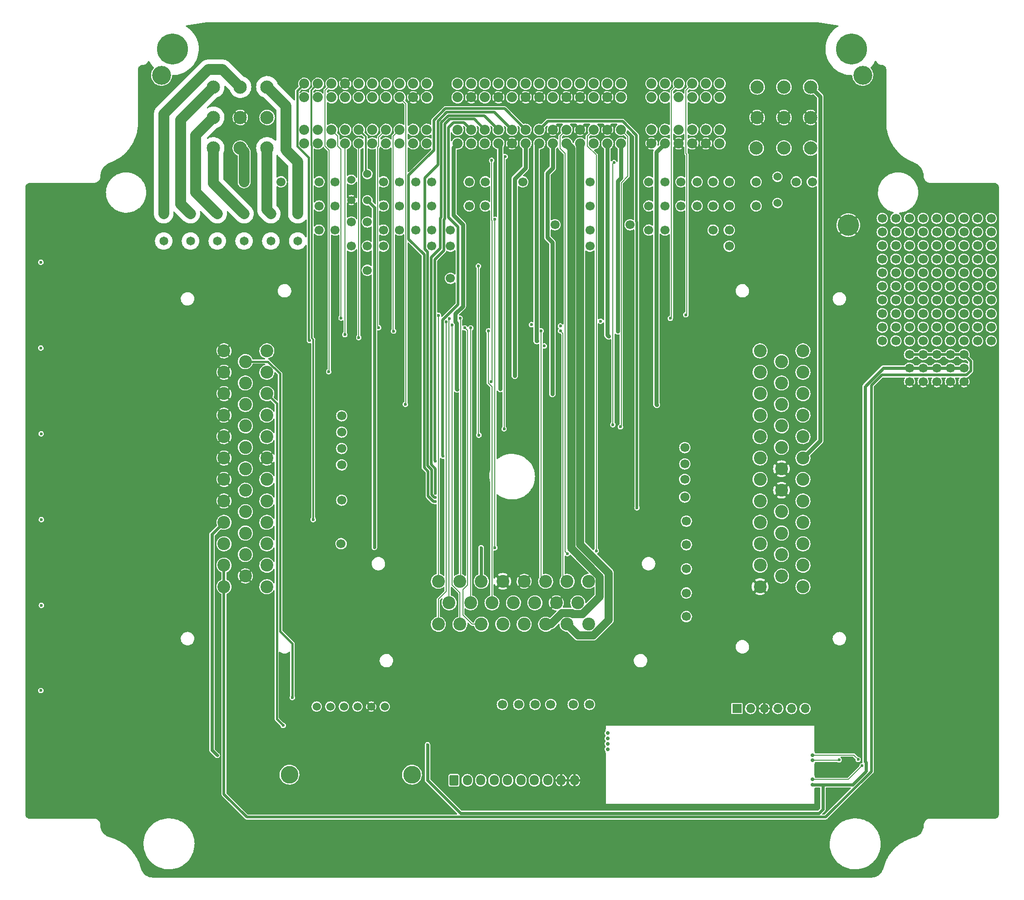
<source format=gbl>
G04 #@! TF.GenerationSoftware,KiCad,Pcbnew,(5.99.0-13086-gffd1139cfe)*
G04 #@! TF.CreationDate,2021-11-14T02:18:31+03:00*
G04 #@! TF.ProjectId,proteusM54,70726f74-6575-4734-9d35-342e6b696361,a*
G04 #@! TF.SameCoordinates,PX4d3f640PYcfb5d40*
G04 #@! TF.FileFunction,Copper,L4,Bot*
G04 #@! TF.FilePolarity,Positive*
%FSLAX46Y46*%
G04 Gerber Fmt 4.6, Leading zero omitted, Abs format (unit mm)*
G04 Created by KiCad (PCBNEW (5.99.0-13086-gffd1139cfe)) date 2021-11-14 02:18:31*
%MOMM*%
%LPD*%
G01*
G04 APERTURE LIST*
G04 #@! TA.AperFunction,ComponentPad*
%ADD10C,1.700000*%
G04 #@! TD*
G04 #@! TA.AperFunction,ComponentPad*
%ADD11R,1.700000X1.700000*%
G04 #@! TD*
G04 #@! TA.AperFunction,ComponentPad*
%ADD12O,1.700000X1.700000*%
G04 #@! TD*
G04 #@! TA.AperFunction,ComponentPad*
%ADD13C,1.650000*%
G04 #@! TD*
G04 #@! TA.AperFunction,ComponentPad*
%ADD14C,2.475000*%
G04 #@! TD*
G04 #@! TA.AperFunction,ComponentPad*
%ADD15C,1.875000*%
G04 #@! TD*
G04 #@! TA.AperFunction,ComponentPad*
%ADD16C,3.525000*%
G04 #@! TD*
G04 #@! TA.AperFunction,ComponentPad*
%ADD17C,5.775000*%
G04 #@! TD*
G04 #@! TA.AperFunction,ComponentPad*
%ADD18C,3.302000*%
G04 #@! TD*
G04 #@! TA.AperFunction,ComponentPad*
%ADD19C,1.524000*%
G04 #@! TD*
G04 #@! TA.AperFunction,ComponentPad*
%ADD20C,0.700000*%
G04 #@! TD*
G04 #@! TA.AperFunction,SMDPad,CuDef*
%ADD21R,0.250000X5.050000*%
G04 #@! TD*
G04 #@! TA.AperFunction,SMDPad,CuDef*
%ADD22R,39.250000X0.250000*%
G04 #@! TD*
G04 #@! TA.AperFunction,SMDPad,CuDef*
%ADD23R,0.250000X2.250000*%
G04 #@! TD*
G04 #@! TA.AperFunction,SMDPad,CuDef*
%ADD24R,0.250000X3.100000*%
G04 #@! TD*
G04 #@! TA.AperFunction,SMDPad,CuDef*
%ADD25R,0.250000X0.950000*%
G04 #@! TD*
G04 #@! TA.AperFunction,SMDPad,CuDef*
%ADD26R,0.250000X9.750000*%
G04 #@! TD*
G04 #@! TA.AperFunction,ComponentPad*
%ADD27C,0.599999*%
G04 #@! TD*
G04 #@! TA.AperFunction,ComponentPad*
%ADD28C,2.400000*%
G04 #@! TD*
G04 #@! TA.AperFunction,ComponentPad*
%ADD29O,1.700000X1.950000*%
G04 #@! TD*
G04 #@! TA.AperFunction,SMDPad,CuDef*
%ADD30C,4.000000*%
G04 #@! TD*
G04 #@! TA.AperFunction,ViaPad*
%ADD31C,0.600000*%
G04 #@! TD*
G04 #@! TA.AperFunction,Conductor*
%ADD32C,0.350000*%
G04 #@! TD*
G04 #@! TA.AperFunction,Conductor*
%ADD33C,0.600000*%
G04 #@! TD*
G04 #@! TA.AperFunction,Conductor*
%ADD34C,0.400000*%
G04 #@! TD*
G04 #@! TA.AperFunction,Conductor*
%ADD35C,0.200000*%
G04 #@! TD*
G04 #@! TA.AperFunction,Conductor*
%ADD36C,0.800000*%
G04 #@! TD*
G04 #@! TA.AperFunction,Conductor*
%ADD37C,2.000000*%
G04 #@! TD*
G04 #@! TA.AperFunction,Conductor*
%ADD38C,0.500000*%
G04 #@! TD*
G04 #@! TA.AperFunction,Conductor*
%ADD39C,1.500000*%
G04 #@! TD*
G04 APERTURE END LIST*
D10*
G04 #@! TO.P,P17,1,Pin_1*
G04 #@! TO.N,Net-(J9-PadB15)*
X125500000Y130000000D03*
G04 #@! TD*
G04 #@! TO.P,P68,1,Pin_1*
G04 #@! TO.N,Net-(BRD1-PadA30(29))*
X123220000Y80424000D03*
G04 #@! TD*
G04 #@! TO.P,P38,1,Pin_1*
G04 #@! TO.N,Net-(J9-PadD4)*
X70000000Y125500000D03*
G04 #@! TD*
G04 #@! TO.P,G2,1*
G04 #@! TO.N,Net-(G2-Pad1)*
X175290000Y100330000D03*
G04 #@! TO.P,G2,2*
G04 #@! TO.N,Net-(G2-Pad12)*
X175290000Y102870000D03*
G04 #@! TO.P,G2,3*
G04 #@! TO.N,Net-(G2-Pad13)*
X175290000Y105410000D03*
G04 #@! TO.P,G2,4*
G04 #@! TO.N,Net-(G2-Pad14)*
X175290000Y107950000D03*
G04 #@! TO.P,G2,5*
G04 #@! TO.N,Net-(G2-Pad10)*
X175290000Y110490000D03*
G04 #@! TO.P,G2,6*
G04 #@! TO.N,Net-(G2-Pad1)*
X177830000Y100330000D03*
G04 #@! TO.P,G2,7*
G04 #@! TO.N,Net-(G2-Pad12)*
X177830000Y102870000D03*
G04 #@! TO.P,G2,8*
G04 #@! TO.N,Net-(G2-Pad13)*
X177830000Y105410000D03*
G04 #@! TO.P,G2,9*
G04 #@! TO.N,Net-(G2-Pad14)*
X177830000Y107950000D03*
G04 #@! TO.P,G2,10*
G04 #@! TO.N,Net-(G2-Pad10)*
X177830000Y110490000D03*
G04 #@! TO.P,G2,11*
G04 #@! TO.N,Net-(G2-Pad1)*
X180370000Y100330000D03*
G04 #@! TO.P,G2,12*
G04 #@! TO.N,Net-(G2-Pad12)*
X180370000Y102870000D03*
G04 #@! TO.P,G2,13*
G04 #@! TO.N,Net-(G2-Pad13)*
X180370000Y105410000D03*
G04 #@! TO.P,G2,14*
G04 #@! TO.N,Net-(G2-Pad14)*
X180370000Y107950000D03*
G04 #@! TO.P,G2,15*
G04 #@! TO.N,Net-(G2-Pad10)*
X180370000Y110490000D03*
G04 #@! TD*
G04 #@! TO.P,P56,1,Pin_1*
G04 #@! TO.N,Net-(J9-PadD33)*
X70000000Y121000000D03*
G04 #@! TD*
G04 #@! TO.P,P72,1,Pin_1*
G04 #@! TO.N,Net-(BRD1-PadB5(4))*
X95280000Y32512000D03*
G04 #@! TD*
G04 #@! TO.P,P34,1,Pin_1*
G04 #@! TO.N,Net-(J9-PadC50)*
X86000000Y130000000D03*
G04 #@! TD*
G04 #@! TO.P,P83,1,Pin_1*
G04 #@! TO.N,Net-(BRD1-PadC10(3))*
X59100000Y62500000D03*
G04 #@! TD*
G04 #@! TO.P,P59,1,Pin_1*
G04 #@! TO.N,Net-(J9-PadD39)*
X58000000Y130000000D03*
G04 #@! TD*
G04 #@! TO.P,P82,1,Pin_1*
G04 #@! TO.N,Net-(BRD1-PadC31(28))*
X59212000Y70612000D03*
G04 #@! TD*
G04 #@! TO.P,G8,1*
G04 #@! TO.N,Net-(G8-Pad1)*
X175290000Y113030000D03*
G04 #@! TO.P,G8,2*
G04 #@! TO.N,Net-(G8-Pad12)*
X175290000Y115570000D03*
G04 #@! TO.P,G8,3*
G04 #@! TO.N,Net-(G8-Pad13)*
X175290000Y118110000D03*
G04 #@! TO.P,G8,4*
G04 #@! TO.N,Net-(G8-Pad14)*
X175290000Y120650000D03*
G04 #@! TO.P,G8,5*
G04 #@! TO.N,Net-(G8-Pad10)*
X175290000Y123190000D03*
G04 #@! TO.P,G8,6*
G04 #@! TO.N,Net-(G8-Pad1)*
X177830000Y113030000D03*
G04 #@! TO.P,G8,7*
G04 #@! TO.N,Net-(G8-Pad12)*
X177830000Y115570000D03*
G04 #@! TO.P,G8,8*
G04 #@! TO.N,Net-(G8-Pad13)*
X177830000Y118110000D03*
G04 #@! TO.P,G8,9*
G04 #@! TO.N,Net-(G8-Pad14)*
X177830000Y120650000D03*
G04 #@! TO.P,G8,10*
G04 #@! TO.N,Net-(G8-Pad10)*
X177830000Y123190000D03*
G04 #@! TO.P,G8,11*
G04 #@! TO.N,Net-(G8-Pad1)*
X180370000Y113030000D03*
G04 #@! TO.P,G8,12*
G04 #@! TO.N,Net-(G8-Pad12)*
X180370000Y115570000D03*
G04 #@! TO.P,G8,13*
G04 #@! TO.N,Net-(G8-Pad13)*
X180370000Y118110000D03*
G04 #@! TO.P,G8,14*
G04 #@! TO.N,Net-(G8-Pad14)*
X180370000Y120650000D03*
G04 #@! TO.P,G8,15*
G04 #@! TO.N,Net-(G8-Pad10)*
X180370000Y123190000D03*
G04 #@! TD*
D11*
G04 #@! TO.P,J3,1,Pin_1*
G04 #@! TO.N,Net-(J3-Pad1)*
X132950000Y31750000D03*
D12*
G04 #@! TO.P,J3,2,Pin_2*
G04 #@! TO.N,Net-(J3-Pad2)*
X135490000Y31750000D03*
G04 #@! TO.P,J3,3,Pin_3*
G04 #@! TO.N,GND*
X138030000Y31750000D03*
G04 #@! TO.P,J3,4,Pin_4*
G04 #@! TO.N,Net-(J3-Pad4)*
X140570000Y31750000D03*
G04 #@! TO.P,J3,5,Pin_5*
G04 #@! TO.N,Net-(J3-Pad5)*
X143110000Y31750000D03*
G04 #@! TO.P,J3,6,Pin_6*
G04 #@! TO.N,unconnected-(J3-Pad6)*
X145650000Y31750000D03*
G04 #@! TD*
D13*
G04 #@! TO.P,F7,1,1*
G04 #@! TO.N,/HV5*
X46000000Y124040000D03*
G04 #@! TO.P,F7,2,2*
G04 #@! TO.N,/OUT_IGN5*
X46000000Y118960000D03*
G04 #@! TD*
D10*
G04 #@! TO.P,P55,1,Pin_1*
G04 #@! TO.N,Net-(J9-PadD32)*
X73000000Y130000000D03*
G04 #@! TD*
G04 #@! TO.P,P80,1,Pin_1*
G04 #@! TO.N,Net-(BRD1-PadC28(31))*
X59212000Y83312000D03*
G04 #@! TD*
G04 #@! TO.P,P78,1,Pin_1*
G04 #@! TO.N,Net-(BRD1-PadC27(32))*
X59212000Y86360000D03*
G04 #@! TD*
G04 #@! TO.P,P76,1,Pin_1*
G04 #@! TO.N,Net-(BRD1-PadB15(9))*
X102392000Y32512000D03*
G04 #@! TD*
G04 #@! TO.P,P50,1,Pin_1*
G04 #@! TO.N,Net-(J9-PadD25)*
X67000000Y125500000D03*
G04 #@! TD*
G04 #@! TO.P,P71,1,Pin_1*
G04 #@! TO.N,Net-(BRD1-PadA26(33))*
X123500000Y66700000D03*
G04 #@! TD*
G04 #@! TO.P,P23,1,Pin_1*
G04 #@! TO.N,Net-(J9-PadC4)*
X105500000Y118000000D03*
G04 #@! TD*
G04 #@! TO.P,P46,1,Pin_1*
G04 #@! TO.N,Net-(J9-PadD19)*
X58000000Y121000000D03*
G04 #@! TD*
G04 #@! TO.P,P28,1,Pin_1*
G04 #@! TO.N,Net-(J9-PadC13)*
X79500000Y112000000D03*
G04 #@! TD*
G04 #@! TO.P,P30,1,Pin_1*
G04 #@! TO.N,Net-(J9-PadC16)*
X105500000Y125500000D03*
G04 #@! TD*
G04 #@! TO.P,P61,1,Pin_1*
G04 #@! TO.N,Net-(J9-PadE8)*
X41000000Y130000000D03*
G04 #@! TD*
G04 #@! TO.P,P20,1,Pin_1*
G04 #@! TO.N,Net-(J9-PadB18)*
X116500000Y130000000D03*
G04 #@! TD*
D14*
G04 #@! TO.P,J9,A1,A1*
G04 #@! TO.N,/OUT_INJ_RELAY*
X146700000Y147700000D03*
G04 #@! TO.P,J9,A2,A2*
G04 #@! TO.N,Net-(J9-PadA2)*
X141700000Y147700000D03*
G04 #@! TO.P,J9,A3,A3*
G04 #@! TO.N,Net-(J9-PadA3)*
X136700000Y147700000D03*
G04 #@! TO.P,J9,A4,A4*
G04 #@! TO.N,GND*
X146700000Y142000000D03*
G04 #@! TO.P,J9,A5,A5*
X141700000Y142000000D03*
G04 #@! TO.P,J9,A6,A6*
X136700000Y142000000D03*
G04 #@! TO.P,J9,A7,A7*
G04 #@! TO.N,Net-(J9-PadA7)*
X146700000Y136300000D03*
G04 #@! TO.P,J9,A8,A8*
G04 #@! TO.N,Net-(F1-Pad1)*
X141700000Y136300000D03*
G04 #@! TO.P,J9,A9,A9*
G04 #@! TO.N,Net-(J9-PadA9)*
X136540000Y136300000D03*
D15*
G04 #@! TO.P,J9,B1,B1*
G04 #@! TO.N,Net-(J9-PadB1)*
X129700000Y148300000D03*
G04 #@! TO.P,J9,B2,B2*
G04 #@! TO.N,Net-(J9-PadB2)*
X127160000Y148300000D03*
G04 #@! TO.P,J9,B3,B3*
G04 #@! TO.N,/CAN_L*
X124620000Y148300000D03*
G04 #@! TO.P,J9,B4,B4*
G04 #@! TO.N,/CAN_H*
X122080000Y148300000D03*
G04 #@! TO.P,J9,B5,B5*
G04 #@! TO.N,Net-(J9-PadB5)*
X119540000Y148300000D03*
G04 #@! TO.P,J9,B6,B6*
G04 #@! TO.N,Net-(J9-PadB6)*
X117000000Y148300000D03*
G04 #@! TO.P,J9,B7,B7*
G04 #@! TO.N,Net-(J9-PadB7)*
X129700000Y145760000D03*
G04 #@! TO.P,J9,B8,B8*
G04 #@! TO.N,Net-(J9-PadB8)*
X127160000Y145760000D03*
G04 #@! TO.P,J9,B9,B9*
G04 #@! TO.N,Net-(J9-PadB9)*
X124620000Y145760000D03*
G04 #@! TO.P,J9,B10,B10*
G04 #@! TO.N,Net-(J9-PadB10)*
X122080000Y145760000D03*
G04 #@! TO.P,J9,B11,B11*
G04 #@! TO.N,Net-(J9-PadB11)*
X119540000Y145760000D03*
G04 #@! TO.P,J9,B12,B12*
G04 #@! TO.N,Net-(J9-PadB12)*
X117000000Y145760000D03*
G04 #@! TO.P,J9,B13,B13*
G04 #@! TO.N,Net-(J9-PadB13)*
X129700000Y139710000D03*
G04 #@! TO.P,J9,B14,B14*
G04 #@! TO.N,Net-(J9-PadB14)*
X127160000Y139710000D03*
G04 #@! TO.P,J9,B15,B15*
G04 #@! TO.N,Net-(J9-PadB15)*
X124620000Y139710000D03*
G04 #@! TO.P,J9,B16,B16*
G04 #@! TO.N,Net-(J9-PadB16)*
X122080000Y139710000D03*
G04 #@! TO.P,J9,B17,B17*
G04 #@! TO.N,Net-(J9-PadB17)*
X119540000Y139710000D03*
G04 #@! TO.P,J9,B18,B18*
G04 #@! TO.N,Net-(J9-PadB18)*
X117000000Y139710000D03*
G04 #@! TO.P,J9,B19,B19*
G04 #@! TO.N,Net-(J9-PadB19)*
X129700000Y137170000D03*
G04 #@! TO.P,J9,B20,B20*
G04 #@! TO.N,GND*
X127160000Y137170000D03*
G04 #@! TO.P,J9,B21,B21*
X124620000Y137170000D03*
G04 #@! TO.P,J9,B22,B22*
X122080000Y137170000D03*
G04 #@! TO.P,J9,B23,B23*
G04 #@! TO.N,/OUT_MAIN_RELAY*
X119540000Y137170000D03*
G04 #@! TO.P,J9,B24,B24*
G04 #@! TO.N,GND*
X117000000Y137170000D03*
G04 #@! TO.P,J9,C1,C1*
G04 #@! TO.N,/IN_MAF*
X111300000Y148300000D03*
G04 #@! TO.P,J9,C2,C2*
G04 #@! TO.N,/IN_CAM2*
X108760000Y148300000D03*
G04 #@! TO.P,J9,C3,C3*
G04 #@! TO.N,Net-(J9-PadC3)*
X106220000Y148300000D03*
G04 #@! TO.P,J9,C4,C4*
G04 #@! TO.N,Net-(J9-PadC4)*
X103680000Y148300000D03*
G04 #@! TO.P,J9,C5,C5*
G04 #@! TO.N,/IN_CAM1*
X101140000Y148300000D03*
G04 #@! TO.P,J9,C6,C6*
G04 #@! TO.N,Net-(J9-PadC6)*
X98600000Y148300000D03*
G04 #@! TO.P,J9,C7,C7*
G04 #@! TO.N,+5VA*
X96060000Y148300000D03*
G04 #@! TO.P,J9,C8,C8*
G04 #@! TO.N,/IN_CRANK*
X93520000Y148300000D03*
G04 #@! TO.P,J9,C9,C9*
G04 #@! TO.N,Net-(J9-PadC9)*
X90980000Y148300000D03*
G04 #@! TO.P,J9,C10,C10*
G04 #@! TO.N,/IN_TPS2*
X88440000Y148300000D03*
G04 #@! TO.P,J9,C11,C11*
G04 #@! TO.N,Net-(J9-PadC11)*
X85900000Y148300000D03*
G04 #@! TO.P,J9,C12,C12*
G04 #@! TO.N,Net-(J9-PadC12)*
X83360000Y148300000D03*
G04 #@! TO.P,J9,C13,C13*
G04 #@! TO.N,Net-(J9-PadC13)*
X80820000Y148300000D03*
G04 #@! TO.P,J9,C14,C14*
G04 #@! TO.N,Net-(J9-PadC14)*
X111300000Y145760000D03*
G04 #@! TO.P,J9,C15,C15*
G04 #@! TO.N,GND*
X108760000Y145760000D03*
G04 #@! TO.P,J9,C16,C16*
G04 #@! TO.N,Net-(J9-PadC16)*
X106220000Y145760000D03*
G04 #@! TO.P,J9,C17,C17*
G04 #@! TO.N,GND*
X103680000Y145760000D03*
G04 #@! TO.P,J9,C18,C18*
X101140000Y145760000D03*
G04 #@! TO.P,J9,C19,C19*
G04 #@! TO.N,/IN_TPS1*
X98600000Y145760000D03*
G04 #@! TO.P,J9,C20,C20*
G04 #@! TO.N,GND*
X96060000Y145760000D03*
G04 #@! TO.P,J9,C21,C21*
X93520000Y145760000D03*
G04 #@! TO.P,J9,C22,C22*
G04 #@! TO.N,/IN_IAT*
X90980000Y145760000D03*
G04 #@! TO.P,J9,C23,C23*
G04 #@! TO.N,GND*
X88440000Y145760000D03*
G04 #@! TO.P,J9,C24,C24*
G04 #@! TO.N,/IN_CLT*
X85900000Y145760000D03*
G04 #@! TO.P,J9,C25,C25*
G04 #@! TO.N,GND*
X83360000Y145760000D03*
G04 #@! TO.P,J9,C26,C26*
G04 #@! TO.N,Net-(J9-PadC26)*
X80820000Y145760000D03*
G04 #@! TO.P,J9,C27,C27*
G04 #@! TO.N,/IN_OILT*
X111300000Y139710000D03*
G04 #@! TO.P,J9,C28,C28*
G04 #@! TO.N,GND*
X108760000Y139710000D03*
G04 #@! TO.P,J9,C29,C29*
G04 #@! TO.N,/IN_KNOCK1*
X106220000Y139710000D03*
G04 #@! TO.P,J9,C30,C30*
G04 #@! TO.N,GND*
X103680000Y139710000D03*
G04 #@! TO.P,J9,C31,C31*
G04 #@! TO.N,/IN_KNOCK2*
X101140000Y139710000D03*
G04 #@! TO.P,J9,C32,C32*
G04 #@! TO.N,GND*
X98600000Y139710000D03*
G04 #@! TO.P,J9,C33,C33*
G04 #@! TO.N,/OUT_INJ1*
X96060000Y139710000D03*
G04 #@! TO.P,J9,C34,C34*
G04 #@! TO.N,/OUT_INJ2*
X93520000Y139710000D03*
G04 #@! TO.P,J9,C35,C35*
G04 #@! TO.N,/OUT_INJ3*
X90980000Y139710000D03*
G04 #@! TO.P,J9,C36,C36*
G04 #@! TO.N,/OUT_INJ4*
X88440000Y139710000D03*
G04 #@! TO.P,J9,C37,C37*
G04 #@! TO.N,/OUT_INJ5*
X85900000Y139710000D03*
G04 #@! TO.P,J9,C38,C38*
G04 #@! TO.N,/OUT_INJ6*
X83360000Y139710000D03*
G04 #@! TO.P,J9,C39,C39*
G04 #@! TO.N,Net-(J9-PadC39)*
X80820000Y139710000D03*
G04 #@! TO.P,J9,C40,C40*
G04 #@! TO.N,/OUT_VANOS_INTAKE*
X111300000Y137170000D03*
G04 #@! TO.P,J9,C41,C41*
G04 #@! TO.N,/OUT_VANOS_EXHAUST*
X108760000Y137170000D03*
G04 #@! TO.P,J9,C42,C42*
G04 #@! TO.N,Net-(J9-PadC42)*
X106220000Y137170000D03*
G04 #@! TO.P,J9,C43,C43*
G04 #@! TO.N,/OUT_ETB1*
X103680000Y137170000D03*
G04 #@! TO.P,J9,C44,C44*
G04 #@! TO.N,/OUT_ETB2*
X101140000Y137170000D03*
G04 #@! TO.P,J9,C45,C45*
G04 #@! TO.N,/OUT_MAP_THERMOSTAT*
X98600000Y137170000D03*
G04 #@! TO.P,J9,C46,C46*
G04 #@! TO.N,/OUT_IDLE_CLOSE*
X96060000Y137170000D03*
G04 #@! TO.P,J9,C47,C47*
G04 #@! TO.N,/OUT_IDLE_OPEN*
X93520000Y137170000D03*
G04 #@! TO.P,J9,C48,C48*
G04 #@! TO.N,GND*
X90980000Y137170000D03*
G04 #@! TO.P,J9,C49,C49*
G04 #@! TO.N,/OUT_INTAKE_VALVE*
X88440000Y137170000D03*
G04 #@! TO.P,J9,C50,C50*
G04 #@! TO.N,Net-(J9-PadC50)*
X85900000Y137170000D03*
G04 #@! TO.P,J9,C51,C51*
G04 #@! TO.N,Net-(J9-PadC51)*
X83360000Y137170000D03*
G04 #@! TO.P,J9,C52,C52*
G04 #@! TO.N,/OUT_SEC_AIR_PUMP_VALVE*
X80820000Y137170000D03*
G04 #@! TO.P,J9,D1,D1*
G04 #@! TO.N,Net-(J9-PadD1)*
X75100000Y148300000D03*
G04 #@! TO.P,J9,D2,D2*
G04 #@! TO.N,Net-(J9-PadD2)*
X72560000Y148300000D03*
G04 #@! TO.P,J9,D3,D3*
G04 #@! TO.N,/OUT_SEC_AIR_PUMP_RELAY*
X70020000Y148300000D03*
G04 #@! TO.P,J9,D4,D4*
G04 #@! TO.N,Net-(J9-PadD4)*
X67480000Y148300000D03*
G04 #@! TO.P,J9,D5,D5*
G04 #@! TO.N,Net-(J9-PadD5)*
X64940000Y148300000D03*
G04 #@! TO.P,J9,D6,D6*
G04 #@! TO.N,Net-(J9-PadD6)*
X62400000Y148300000D03*
G04 #@! TO.P,J9,D7,D7*
G04 #@! TO.N,GND*
X59860000Y148300000D03*
G04 #@! TO.P,J9,D8,D8*
G04 #@! TO.N,/IN_PPS1*
X57320000Y148300000D03*
G04 #@! TO.P,J9,D9,D9*
G04 #@! TO.N,+5VA*
X54780000Y148300000D03*
G04 #@! TO.P,J9,D10,D10*
G04 #@! TO.N,/OUT_FUEL_PUMP_RELAY*
X52240000Y148300000D03*
G04 #@! TO.P,J9,D11,D11*
G04 #@! TO.N,Net-(J9-PadD11)*
X75100000Y145760000D03*
G04 #@! TO.P,J9,D12,D12*
G04 #@! TO.N,GND*
X72560000Y145760000D03*
G04 #@! TO.P,J9,D13,D13*
G04 #@! TO.N,/IN_PPS2*
X70020000Y145760000D03*
G04 #@! TO.P,J9,D14,D14*
G04 #@! TO.N,+5VA*
X67480000Y145760000D03*
G04 #@! TO.P,J9,D15,D15*
G04 #@! TO.N,Net-(J9-PadD15)*
X64940000Y145760000D03*
G04 #@! TO.P,J9,D16,D16*
G04 #@! TO.N,Net-(J9-PadD16)*
X62400000Y145760000D03*
G04 #@! TO.P,J9,D17,D17*
G04 #@! TO.N,Net-(J9-PadD17)*
X59860000Y145760000D03*
G04 #@! TO.P,J9,D18,D18*
G04 #@! TO.N,Net-(J9-PadD18)*
X57320000Y145760000D03*
G04 #@! TO.P,J9,D19,D19*
G04 #@! TO.N,Net-(J9-PadD19)*
X54780000Y145760000D03*
G04 #@! TO.P,J9,D20,D20*
G04 #@! TO.N,Net-(J9-PadD20)*
X52240000Y145760000D03*
G04 #@! TO.P,J9,D21,D21*
G04 #@! TO.N,Net-(J9-PadD21)*
X75100000Y139710000D03*
G04 #@! TO.P,J9,D22,D22*
G04 #@! TO.N,Net-(J9-PadD22)*
X72560000Y139710000D03*
G04 #@! TO.P,J9,D23,D23*
G04 #@! TO.N,/IN_CLUTCH*
X70020000Y139710000D03*
G04 #@! TO.P,J9,D24,D24*
G04 #@! TO.N,/IN_BRAKE*
X67480000Y139710000D03*
G04 #@! TO.P,J9,D25,D25*
G04 #@! TO.N,Net-(J9-PadD25)*
X64940000Y139710000D03*
G04 #@! TO.P,J9,D26,D26*
G04 #@! TO.N,Net-(F2-Pad1)*
X62400000Y139710000D03*
G04 #@! TO.P,J9,D27,D27*
G04 #@! TO.N,Net-(J9-PadD27)*
X59860000Y139710000D03*
G04 #@! TO.P,J9,D28,D28*
G04 #@! TO.N,/IN_BRAKE2*
X57320000Y139710000D03*
G04 #@! TO.P,J9,D29,D29*
G04 #@! TO.N,Net-(J9-PadD29)*
X54780000Y139710000D03*
G04 #@! TO.P,J9,D30,D30*
G04 #@! TO.N,Net-(J9-PadD30)*
X52240000Y139710000D03*
G04 #@! TO.P,J9,D31,D31*
G04 #@! TO.N,Net-(J9-PadD31)*
X75100000Y137170000D03*
G04 #@! TO.P,J9,D32,D32*
G04 #@! TO.N,Net-(J9-PadD32)*
X72560000Y137170000D03*
G04 #@! TO.P,J9,D33,D33*
G04 #@! TO.N,Net-(J9-PadD33)*
X70020000Y137170000D03*
G04 #@! TO.P,J9,D34,D34*
G04 #@! TO.N,Net-(J9-PadD34)*
X67480000Y137170000D03*
G04 #@! TO.P,J9,D35,D35*
G04 #@! TO.N,Net-(J9-PadD35)*
X64940000Y137170000D03*
G04 #@! TO.P,J9,D36,D36*
G04 #@! TO.N,/CAN2_H*
X62400000Y137170000D03*
G04 #@! TO.P,J9,D37,D37*
G04 #@! TO.N,/CAN2_L*
X59860000Y137170000D03*
G04 #@! TO.P,J9,D38,D38*
G04 #@! TO.N,Net-(J9-PadD38)*
X57320000Y137170000D03*
G04 #@! TO.P,J9,D39,D39*
G04 #@! TO.N,Net-(J9-PadD39)*
X54780000Y137170000D03*
G04 #@! TO.P,J9,D40,D40*
G04 #@! TO.N,Net-(J9-PadD40)*
X52240000Y137170000D03*
D14*
G04 #@! TO.P,J9,E1,E1*
G04 #@! TO.N,/HV3*
X45300000Y147700000D03*
G04 #@! TO.P,J9,E2,E2*
G04 #@! TO.N,/HV2*
X40300000Y147700000D03*
G04 #@! TO.P,J9,E3,E3*
G04 #@! TO.N,/HV1*
X35300000Y147700000D03*
G04 #@! TO.P,J9,E4,E4*
G04 #@! TO.N,Net-(J9-PadE4)*
X45300000Y142000000D03*
G04 #@! TO.P,J9,E5,E5*
G04 #@! TO.N,GND*
X40300000Y142000000D03*
G04 #@! TO.P,J9,E6,E6*
G04 #@! TO.N,/HV6*
X35300000Y142000000D03*
G04 #@! TO.P,J9,E7,E7*
G04 #@! TO.N,/HV5*
X45300000Y136300000D03*
G04 #@! TO.P,J9,E8,E8*
G04 #@! TO.N,Net-(J9-PadE8)*
X40300000Y136300000D03*
G04 #@! TO.P,J9,E9,E9*
G04 #@! TO.N,/HV4*
X35300000Y136300000D03*
D16*
G04 #@! TO.P,J9,MH1,MH1*
G04 #@! TO.N,unconnected-(J9-PadMH1)*
X156400000Y149900000D03*
G04 #@! TO.P,J9,MH2,MH2*
G04 #@! TO.N,unconnected-(J9-PadMH2)*
X25600000Y149900000D03*
D17*
G04 #@! TO.P,J9,MH3,MH3*
G04 #@! TO.N,unconnected-(J9-PadMH3)*
X154350000Y154800000D03*
G04 #@! TO.P,J9,MH4,MH4*
G04 #@! TO.N,unconnected-(J9-PadMH4)*
X27650000Y154800000D03*
G04 #@! TD*
D10*
G04 #@! TO.P,P1,1,Pin_1*
G04 #@! TO.N,Net-(J9-PadA2)*
X144000000Y130000000D03*
G04 #@! TD*
G04 #@! TO.P,G4,1*
G04 #@! TO.N,Net-(G4-Pad1)*
X160050000Y100330000D03*
G04 #@! TO.P,G4,2*
G04 #@! TO.N,Net-(G4-Pad12)*
X160050000Y102870000D03*
G04 #@! TO.P,G4,3*
G04 #@! TO.N,Net-(G4-Pad13)*
X160050000Y105410000D03*
G04 #@! TO.P,G4,4*
G04 #@! TO.N,Net-(G4-Pad14)*
X160050000Y107950000D03*
G04 #@! TO.P,G4,5*
G04 #@! TO.N,Net-(G4-Pad10)*
X160050000Y110490000D03*
G04 #@! TO.P,G4,6*
G04 #@! TO.N,Net-(G4-Pad1)*
X162590000Y100330000D03*
G04 #@! TO.P,G4,7*
G04 #@! TO.N,Net-(G4-Pad12)*
X162590000Y102870000D03*
G04 #@! TO.P,G4,8*
G04 #@! TO.N,Net-(G4-Pad13)*
X162590000Y105410000D03*
G04 #@! TO.P,G4,9*
G04 #@! TO.N,Net-(G4-Pad14)*
X162590000Y107950000D03*
G04 #@! TO.P,G4,10*
G04 #@! TO.N,Net-(G4-Pad10)*
X162590000Y110490000D03*
G04 #@! TO.P,G4,11*
G04 #@! TO.N,Net-(G4-Pad1)*
X165130000Y100330000D03*
G04 #@! TO.P,G4,12*
G04 #@! TO.N,Net-(G4-Pad12)*
X165130000Y102870000D03*
G04 #@! TO.P,G4,13*
G04 #@! TO.N,Net-(G4-Pad13)*
X165130000Y105410000D03*
G04 #@! TO.P,G4,14*
G04 #@! TO.N,Net-(G4-Pad14)*
X165130000Y107950000D03*
G04 #@! TO.P,G4,15*
G04 #@! TO.N,Net-(G4-Pad10)*
X165130000Y110490000D03*
G04 #@! TD*
G04 #@! TO.P,P16,1,Pin_1*
G04 #@! TO.N,Net-(J9-PadB14)*
X128500000Y130000000D03*
G04 #@! TD*
G04 #@! TO.P,P77,1,Pin_1*
G04 #@! TO.N,Net-(BRD1-PadB8(1))*
X105440000Y32512000D03*
G04 #@! TD*
G04 #@! TO.P,P31,1,Pin_1*
G04 #@! TO.N,Net-(J9-PadC26)*
X79500000Y118000000D03*
G04 #@! TD*
D18*
G04 #@! TO.P,U2,*
G04 #@! TO.N,*
X49470000Y19410000D03*
X72330000Y19410000D03*
D19*
G04 #@! TO.P,U2,1,VOUT*
G04 #@! TO.N,/IN_MAP*
X67250000Y32110000D03*
G04 #@! TO.P,U2,2,GND*
G04 #@! TO.N,GND*
X64710000Y32110000D03*
G04 #@! TO.P,U2,3,VCC*
G04 #@! TO.N,+5VA*
X62170000Y32110000D03*
G04 #@! TO.P,U2,4,V1*
G04 #@! TO.N,unconnected-(U2-Pad4)*
X59630000Y32110000D03*
G04 #@! TO.P,U2,5,V2*
G04 #@! TO.N,unconnected-(U2-Pad5)*
X57090000Y32110000D03*
G04 #@! TO.P,U2,6,V_EX*
G04 #@! TO.N,unconnected-(U2-Pad6)*
X54550000Y32110000D03*
G04 #@! TD*
D10*
G04 #@! TO.P,P6,1,Pin_1*
G04 #@! TO.N,Net-(J9-PadB2)*
X128500000Y121000000D03*
G04 #@! TD*
D13*
G04 #@! TO.P,F3,1,1*
G04 #@! TO.N,/HV1*
X31000000Y124040000D03*
G04 #@! TO.P,F3,2,2*
G04 #@! TO.N,/OUT_IGN1*
X31000000Y118960000D03*
G04 #@! TD*
D10*
G04 #@! TO.P,P15,1,Pin_1*
G04 #@! TO.N,Net-(J9-PadB13)*
X131500000Y125500000D03*
G04 #@! TD*
G04 #@! TO.P,G3,1*
G04 #@! TO.N,Net-(G3-Pad1)*
X167670000Y100330000D03*
G04 #@! TO.P,G3,2*
G04 #@! TO.N,Net-(G3-Pad12)*
X167670000Y102870000D03*
G04 #@! TO.P,G3,3*
G04 #@! TO.N,Net-(G3-Pad13)*
X167670000Y105410000D03*
G04 #@! TO.P,G3,4*
G04 #@! TO.N,Net-(G3-Pad14)*
X167670000Y107950000D03*
G04 #@! TO.P,G3,5*
G04 #@! TO.N,Net-(G3-Pad10)*
X167670000Y110490000D03*
G04 #@! TO.P,G3,6*
G04 #@! TO.N,Net-(G3-Pad1)*
X170210000Y100330000D03*
G04 #@! TO.P,G3,7*
G04 #@! TO.N,Net-(G3-Pad12)*
X170210000Y102870000D03*
G04 #@! TO.P,G3,8*
G04 #@! TO.N,Net-(G3-Pad13)*
X170210000Y105410000D03*
G04 #@! TO.P,G3,9*
G04 #@! TO.N,Net-(G3-Pad14)*
X170210000Y107950000D03*
G04 #@! TO.P,G3,10*
G04 #@! TO.N,Net-(G3-Pad10)*
X170210000Y110490000D03*
G04 #@! TO.P,G3,11*
G04 #@! TO.N,Net-(G3-Pad1)*
X172750000Y100330000D03*
G04 #@! TO.P,G3,12*
G04 #@! TO.N,Net-(G3-Pad12)*
X172750000Y102870000D03*
G04 #@! TO.P,G3,13*
G04 #@! TO.N,Net-(G3-Pad13)*
X172750000Y105410000D03*
G04 #@! TO.P,G3,14*
G04 #@! TO.N,Net-(G3-Pad14)*
X172750000Y107950000D03*
G04 #@! TO.P,G3,15*
G04 #@! TO.N,Net-(G3-Pad10)*
X172750000Y110490000D03*
G04 #@! TD*
G04 #@! TO.P,P22,1,Pin_1*
G04 #@! TO.N,Net-(J9-PadC3)*
X105500000Y121000000D03*
G04 #@! TD*
G04 #@! TO.P,P74,1,Pin_1*
G04 #@! TO.N,Net-(BRD1-PadB4(5))*
X89184000Y32512000D03*
G04 #@! TD*
G04 #@! TO.P,P13,1,Pin_1*
G04 #@! TO.N,Net-(J9-PadB11)*
X119500000Y125500000D03*
G04 #@! TD*
G04 #@! TO.P,P8,1,Pin_1*
G04 #@! TO.N,Net-(J9-PadB6)*
X116500000Y121000000D03*
G04 #@! TD*
G04 #@! TO.P,P58,1,Pin_1*
G04 #@! TO.N,Net-(J9-PadD35)*
X67000000Y130000000D03*
G04 #@! TD*
G04 #@! TO.P,P41,1,Pin_1*
G04 #@! TO.N,Net-(J9-PadD11)*
X76000000Y121000000D03*
G04 #@! TD*
D19*
G04 #@! TO.P,R1,1,1*
G04 #@! TO.N,Net-(J9-PadD38)*
X61000000Y130405000D03*
G04 #@! TO.P,R1,2,2*
G04 #@! TO.N,GND*
X61000000Y126595000D03*
G04 #@! TD*
D20*
G04 #@! TO.P,M3,E1,LSU_Un*
G04 #@! TO.N,/WBO_Vs*
X108820000Y27175000D03*
G04 #@! TO.P,M3,E2,LSU_Vm*
G04 #@! TO.N,/WBO_Vs{slash}Ip*
X108820000Y26175000D03*
G04 #@! TO.P,M3,E3,LSU_Ip*
G04 #@! TO.N,/WBO_Ip*
X108820000Y25175000D03*
G04 #@! TO.P,M3,E4,LSU_Rtrim*
G04 #@! TO.N,/WBO_R_Trim*
X108820000Y24175000D03*
D21*
G04 #@! TO.P,M3,G,GND*
G04 #@! TO.N,GND*
X147445000Y26250000D03*
D22*
X127945000Y28650000D03*
X127945000Y13900000D03*
D23*
X147445000Y20300000D03*
D24*
X147445000Y15325000D03*
D25*
X108445000Y28300000D03*
D26*
X108445000Y18650000D03*
D20*
G04 #@! TO.P,M3,W1,V5_IN*
G04 #@! TO.N,+5VA*
X147070000Y17525000D03*
G04 #@! TO.P,M3,W2,CAN_VIO*
G04 #@! TO.N,Net-(M2-PadV2)*
X147070000Y18525000D03*
G04 #@! TO.P,M3,W3,CAN_RX*
G04 #@! TO.N,Net-(M2-PadV6)*
X147070000Y22075000D03*
G04 #@! TO.P,M3,W4,CAN_TX*
G04 #@! TO.N,Net-(M2-PadV5)*
X147070000Y23075000D03*
G04 #@! TD*
D10*
G04 #@! TO.P,P39,1,Pin_1*
G04 #@! TO.N,Net-(J9-PadD5)*
X67000000Y118000000D03*
G04 #@! TD*
D27*
G04 #@! TO.P,M2,V1,V5*
G04 #@! TO.N,+5VA*
X156813338Y21937499D03*
G04 #@! TO.P,M2,V2,CAN_VIO*
G04 #@! TO.N,Net-(M2-PadV2)*
X156288338Y21062497D03*
G04 #@! TO.P,M2,V5,CAN_TX*
G04 #@! TO.N,Net-(M2-PadV5)*
X155538340Y22237501D03*
G04 #@! TO.P,M2,V6,CAN_RX*
G04 #@! TO.N,Net-(M2-PadV6)*
X151988339Y22162498D03*
G04 #@! TD*
D10*
G04 #@! TO.P,P24,1,Pin_1*
G04 #@! TO.N,Net-(J9-PadC6)*
X99000000Y122000000D03*
G04 #@! TD*
G04 #@! TO.P,P4,1,Pin_1*
G04 #@! TO.N,Net-(J9-PadA9)*
X136500000Y130000000D03*
G04 #@! TD*
G04 #@! TO.P,P2,1,Pin_1*
G04 #@! TO.N,Net-(J9-PadA3)*
X136500000Y125500000D03*
G04 #@! TD*
D19*
G04 #@! TO.P,F1,1,1*
G04 #@! TO.N,Net-(F1-Pad1)*
X140500000Y130950000D03*
G04 #@! TO.P,F1,2,2*
G04 #@! TO.N,/12V_MR*
X140500000Y126050000D03*
G04 #@! TD*
D10*
G04 #@! TO.P,P53,1,Pin_1*
G04 #@! TO.N,Net-(J9-PadD30)*
X55000000Y125500000D03*
G04 #@! TD*
G04 #@! TO.P,P67,1,Pin_1*
G04 #@! TO.N,Net-(BRD1-PadA14(22))*
X123500000Y62300000D03*
G04 #@! TD*
G04 #@! TO.P,P60,1,Pin_1*
G04 #@! TO.N,Net-(J9-PadD40)*
X55000000Y130000000D03*
G04 #@! TD*
G04 #@! TO.P,P52,1,Pin_1*
G04 #@! TO.N,Net-(J9-PadD29)*
X58000000Y125500000D03*
G04 #@! TD*
G04 #@! TO.P,P45,1,Pin_1*
G04 #@! TO.N,Net-(J9-PadD18)*
X61000000Y122500000D03*
G04 #@! TD*
G04 #@! TO.P,P65,1,Pin_1*
G04 #@! TO.N,Net-(BRD1-PadA1(12))*
X123500000Y48900000D03*
G04 #@! TD*
G04 #@! TO.P,P7,1,Pin_1*
G04 #@! TO.N,Net-(J9-PadB5)*
X119500000Y121000000D03*
G04 #@! TD*
G04 #@! TO.P,P63,1,Pin_1*
G04 #@! TO.N,Net-(BRD1-PadA27(32))*
X123200000Y71200000D03*
G04 #@! TD*
G04 #@! TO.P,P47,1,Pin_1*
G04 #@! TO.N,Net-(J9-PadD20)*
X55000000Y121000000D03*
G04 #@! TD*
G04 #@! TO.P,P54,1,Pin_1*
G04 #@! TO.N,Net-(J9-PadD31)*
X76000000Y130000000D03*
G04 #@! TD*
D13*
G04 #@! TO.P,F6,1,1*
G04 #@! TO.N,/HV4*
X41000000Y124040000D03*
G04 #@! TO.P,F6,2,2*
G04 #@! TO.N,/OUT_IGN4*
X41000000Y118960000D03*
G04 #@! TD*
D10*
G04 #@! TO.P,P11,1,Pin_1*
G04 #@! TO.N,Net-(J9-PadB9)*
X125500000Y125500000D03*
G04 #@! TD*
G04 #@! TO.P,G5,1*
G04 #@! TO.N,Net-(G5-Pad1)*
X167670000Y113030000D03*
G04 #@! TO.P,G5,2*
G04 #@! TO.N,Net-(G5-Pad12)*
X167670000Y115570000D03*
G04 #@! TO.P,G5,3*
G04 #@! TO.N,Net-(G5-Pad13)*
X167670000Y118110000D03*
G04 #@! TO.P,G5,4*
G04 #@! TO.N,Net-(G5-Pad14)*
X167670000Y120650000D03*
G04 #@! TO.P,G5,5*
G04 #@! TO.N,Net-(G5-Pad10)*
X167670000Y123190000D03*
G04 #@! TO.P,G5,6*
G04 #@! TO.N,Net-(G5-Pad1)*
X170210000Y113030000D03*
G04 #@! TO.P,G5,7*
G04 #@! TO.N,Net-(G5-Pad12)*
X170210000Y115570000D03*
G04 #@! TO.P,G5,8*
G04 #@! TO.N,Net-(G5-Pad13)*
X170210000Y118110000D03*
G04 #@! TO.P,G5,9*
G04 #@! TO.N,Net-(G5-Pad14)*
X170210000Y120650000D03*
G04 #@! TO.P,G5,10*
G04 #@! TO.N,Net-(G5-Pad10)*
X170210000Y123190000D03*
G04 #@! TO.P,G5,11*
G04 #@! TO.N,Net-(G5-Pad1)*
X172750000Y113030000D03*
G04 #@! TO.P,G5,12*
G04 #@! TO.N,Net-(G5-Pad12)*
X172750000Y115570000D03*
G04 #@! TO.P,G5,13*
G04 #@! TO.N,Net-(G5-Pad13)*
X172750000Y118110000D03*
G04 #@! TO.P,G5,14*
G04 #@! TO.N,Net-(G5-Pad14)*
X172750000Y120650000D03*
G04 #@! TO.P,G5,15*
G04 #@! TO.N,Net-(G5-Pad10)*
X172750000Y123190000D03*
G04 #@! TD*
G04 #@! TO.P,P48,1,Pin_1*
G04 #@! TO.N,Net-(J9-PadD21)*
X76000000Y125500000D03*
G04 #@! TD*
G04 #@! TO.P,P62,1,Pin_1*
G04 #@! TO.N,Net-(J9-PadE4)*
X47900000Y130000000D03*
G04 #@! TD*
G04 #@! TO.P,P21,1,Pin_1*
G04 #@! TO.N,Net-(J9-PadB19)*
X131500000Y130000000D03*
G04 #@! TD*
G04 #@! TO.P,P70,1,Pin_1*
G04 #@! TO.N,Net-(BRD1-PadA28(31))*
X123200000Y74500000D03*
G04 #@! TD*
G04 #@! TO.P,P14,1,Pin_1*
G04 #@! TO.N,Net-(J9-PadB12)*
X116500000Y125500000D03*
G04 #@! TD*
G04 #@! TO.P,P64,1,Pin_1*
G04 #@! TO.N,Net-(BRD1-PadA2(11))*
X123500000Y57800000D03*
G04 #@! TD*
G04 #@! TO.P,P73,1,Pin_1*
G04 #@! TO.N,Net-(BRD1-PadB13(11))*
X98200000Y32500000D03*
G04 #@! TD*
G04 #@! TO.P,P5,1,Pin_1*
G04 #@! TO.N,Net-(J9-PadB1)*
X131500000Y118000000D03*
G04 #@! TD*
G04 #@! TO.P,P79,1,Pin_1*
G04 #@! TO.N,Net-(BRD1-PadC17(19))*
X59212000Y80264000D03*
G04 #@! TD*
G04 #@! TO.P,P35,1,Pin_1*
G04 #@! TO.N,Net-(J9-PadC51)*
X83000000Y130000000D03*
G04 #@! TD*
G04 #@! TO.P,P37,1,Pin_1*
G04 #@! TO.N,Net-(J9-PadD2)*
X73000000Y121000000D03*
G04 #@! TD*
G04 #@! TO.P,P27,1,Pin_1*
G04 #@! TO.N,Net-(J9-PadC12)*
X83000000Y125500000D03*
G04 #@! TD*
D19*
G04 #@! TO.P,F2,1,1*
G04 #@! TO.N,Net-(F2-Pad1)*
X64000000Y131450000D03*
G04 #@! TO.P,F2,2,2*
G04 #@! TO.N,/12V_IGN*
X64000000Y126550000D03*
G04 #@! TD*
D10*
G04 #@! TO.P,G6,1*
G04 #@! TO.N,GND*
X175290000Y92710000D03*
G04 #@! TO.P,G6,2*
X172750000Y92710000D03*
G04 #@! TO.P,G6,3*
X170210000Y92710000D03*
G04 #@! TO.P,G6,4*
X167670000Y92710000D03*
G04 #@! TO.P,G6,5*
X165130000Y92710000D03*
G04 #@! TO.P,G6,6*
G04 #@! TO.N,+5VA*
X175290000Y95250000D03*
G04 #@! TO.P,G6,7*
X172750000Y95250000D03*
G04 #@! TO.P,G6,8*
X170210000Y95250000D03*
G04 #@! TO.P,G6,9*
X167670000Y95250000D03*
G04 #@! TO.P,G6,10*
X165130000Y95250000D03*
G04 #@! TO.P,G6,11*
G04 #@! TO.N,/12V_PROT*
X175290000Y97790000D03*
G04 #@! TO.P,G6,12*
X172750000Y97790000D03*
G04 #@! TO.P,G6,13*
X170210000Y97790000D03*
G04 #@! TO.P,G6,14*
X167670000Y97790000D03*
G04 #@! TO.P,G6,15*
X165130000Y97790000D03*
G04 #@! TD*
G04 #@! TO.P,P36,1,Pin_1*
G04 #@! TO.N,Net-(J9-PadD1)*
X76000000Y118000000D03*
G04 #@! TD*
G04 #@! TO.P,P44,1,Pin_1*
G04 #@! TO.N,Net-(J9-PadD17)*
X64000000Y113500000D03*
G04 #@! TD*
G04 #@! TO.P,P66,1,Pin_1*
G04 #@! TO.N,Net-(BRD1-PadA13(23))*
X123500000Y53300000D03*
G04 #@! TD*
G04 #@! TO.P,P51,1,Pin_1*
G04 #@! TO.N,Net-(J9-PadD27)*
X61000000Y118000000D03*
G04 #@! TD*
D13*
G04 #@! TO.P,F8,1,1*
G04 #@! TO.N,/HV6*
X36000000Y124040000D03*
G04 #@! TO.P,F8,2,2*
G04 #@! TO.N,/OUT_IGN6*
X36000000Y118960000D03*
G04 #@! TD*
G04 #@! TO.P,F5,1,1*
G04 #@! TO.N,/HV3*
X51000000Y124040000D03*
G04 #@! TO.P,F5,2,2*
G04 #@! TO.N,/OUT_IGN3*
X51000000Y118960000D03*
G04 #@! TD*
D10*
G04 #@! TO.P,P49,1,Pin_1*
G04 #@! TO.N,Net-(J9-PadD22)*
X73000000Y125500000D03*
G04 #@! TD*
G04 #@! TO.P,P29,1,Pin_1*
G04 #@! TO.N,Net-(J9-PadC14)*
X113000000Y122000000D03*
G04 #@! TD*
G04 #@! TO.P,P57,1,Pin_1*
G04 #@! TO.N,Net-(J9-PadD34)*
X70000000Y130000000D03*
G04 #@! TD*
G04 #@! TO.P,P33,1,Pin_1*
G04 #@! TO.N,Net-(J9-PadC42)*
X105500000Y130000000D03*
G04 #@! TD*
G04 #@! TO.P,P81,1,Pin_1*
G04 #@! TO.N,Net-(BRD1-PadC18(18))*
X59200000Y77200000D03*
G04 #@! TD*
G04 #@! TO.P,G7,1*
G04 #@! TO.N,Net-(G7-Pad1)*
X160050000Y113030000D03*
G04 #@! TO.P,G7,2*
G04 #@! TO.N,Net-(G7-Pad12)*
X160050000Y115570000D03*
G04 #@! TO.P,G7,3*
G04 #@! TO.N,Net-(G7-Pad13)*
X160050000Y118110000D03*
G04 #@! TO.P,G7,4*
G04 #@! TO.N,Net-(G7-Pad14)*
X160050000Y120650000D03*
G04 #@! TO.P,G7,5*
G04 #@! TO.N,Net-(G7-Pad10)*
X160050000Y123190000D03*
G04 #@! TO.P,G7,6*
G04 #@! TO.N,Net-(G7-Pad1)*
X162590000Y113030000D03*
G04 #@! TO.P,G7,7*
G04 #@! TO.N,Net-(G7-Pad12)*
X162590000Y115570000D03*
G04 #@! TO.P,G7,8*
G04 #@! TO.N,Net-(G7-Pad13)*
X162590000Y118110000D03*
G04 #@! TO.P,G7,9*
G04 #@! TO.N,Net-(G7-Pad14)*
X162590000Y120650000D03*
G04 #@! TO.P,G7,10*
G04 #@! TO.N,Net-(G7-Pad10)*
X162590000Y123190000D03*
G04 #@! TO.P,G7,11*
G04 #@! TO.N,Net-(G7-Pad1)*
X165130000Y113030000D03*
G04 #@! TO.P,G7,12*
G04 #@! TO.N,Net-(G7-Pad12)*
X165130000Y115570000D03*
G04 #@! TO.P,G7,13*
G04 #@! TO.N,Net-(G7-Pad13)*
X165130000Y118110000D03*
G04 #@! TO.P,G7,14*
G04 #@! TO.N,Net-(G7-Pad14)*
X165130000Y120650000D03*
G04 #@! TO.P,G7,15*
G04 #@! TO.N,Net-(G7-Pad10)*
X165130000Y123190000D03*
G04 #@! TD*
G04 #@! TO.P,P26,1,Pin_1*
G04 #@! TO.N,Net-(J9-PadC11)*
X86000000Y125500000D03*
G04 #@! TD*
G04 #@! TO.P,P3,1,Pin_1*
G04 #@! TO.N,Net-(J9-PadA7)*
X147000000Y130000000D03*
G04 #@! TD*
D28*
G04 #@! TO.P,BRD1,A1(12),HS2*
G04 #@! TO.N,Net-(BRD1-PadA1(12))*
X145250001Y54475000D03*
G04 #@! TO.P,BRD1,A2(11),HS1*
G04 #@! TO.N,Net-(BRD1-PadA2(11))*
X145250001Y58475000D03*
G04 #@! TO.P,BRD1,A3(10),LS1(INJ1)*
G04 #@! TO.N,/OUT_INJ1*
X145250001Y62475000D03*
G04 #@! TO.P,BRD1,A4(9),LS3(INJ3)*
G04 #@! TO.N,/OUT_INJ3*
X145250001Y66475000D03*
G04 #@! TO.P,BRD1,A5(8),LS5(INJ5)*
G04 #@! TO.N,/OUT_INJ5*
X145250001Y70475000D03*
G04 #@! TO.P,BRD1,A6(7),LS6(INJ6)*
G04 #@! TO.N,/OUT_INJ6*
X145250001Y74475000D03*
G04 #@! TO.P,BRD1,A7(6),LS7(INJ7)*
G04 #@! TO.N,/OUT_INJ_RELAY*
X145250001Y78475000D03*
G04 #@! TO.P,BRD1,A8(5),LS9(INJ9)*
G04 #@! TO.N,/OUT_FUEL_PUMP_RELAY*
X145250001Y82475000D03*
G04 #@! TO.P,BRD1,A9(4),LS11(INJ11)*
G04 #@! TO.N,/OUT_VANOS_EXHAUST*
X145250001Y86475000D03*
G04 #@! TO.P,BRD1,A10(3),LS13(MAIN)*
G04 #@! TO.N,/OUT_INTAKE_VALVE*
X145250001Y90475000D03*
G04 #@! TO.P,BRD1,A11(2),LS14*
G04 #@! TO.N,/OUT_SEC_AIR_PUMP_VALVE*
X145250001Y94475000D03*
G04 #@! TO.P,BRD1,A12(1),LS15(FAN)*
G04 #@! TO.N,/OUT_IDLE_CLOSE*
X145250001Y98475000D03*
G04 #@! TO.P,BRD1,A13(23),HS3*
G04 #@! TO.N,Net-(BRD1-PadA13(23))*
X141250001Y56475000D03*
G04 #@! TO.P,BRD1,A14(22),HS4*
G04 #@! TO.N,Net-(BRD1-PadA14(22))*
X141250001Y60475000D03*
G04 #@! TO.P,BRD1,A15(21),LS2(INJ2)*
G04 #@! TO.N,/OUT_INJ2*
X141250001Y64475000D03*
G04 #@! TO.P,BRD1,A16(20),LS4(INJ4)*
G04 #@! TO.N,/OUT_INJ4*
X141250001Y68475000D03*
G04 #@! TO.P,BRD1,A17(19),GND*
G04 #@! TO.N,GND*
X141250001Y72475000D03*
G04 #@! TO.P,BRD1,A18(18),GND*
X141250001Y76475000D03*
G04 #@! TO.P,BRD1,A19(17),LS8(INJ8)*
G04 #@! TO.N,/OUT_MAIN_RELAY*
X141250001Y80475000D03*
G04 #@! TO.P,BRD1,A20(16),LS10(INJ10)*
G04 #@! TO.N,/OUT_VANOS_INTAKE*
X141250001Y84475000D03*
G04 #@! TO.P,BRD1,A21(15),LS12(INJ12)*
G04 #@! TO.N,/OUT_MAP_THERMOSTAT*
X141250001Y88475000D03*
G04 #@! TO.P,BRD1,A22(14),IGN3*
G04 #@! TO.N,/GATE_IGN3*
X141250001Y92475000D03*
G04 #@! TO.P,BRD1,A23(13),LS16(FUEL)*
G04 #@! TO.N,/OUT_IDLE_OPEN*
X141250001Y96475000D03*
G04 #@! TO.P,BRD1,A24(35),GND*
G04 #@! TO.N,GND*
X137250001Y54475000D03*
G04 #@! TO.P,BRD1,A25(34),IGN12*
G04 #@! TO.N,/SEC_AIR_PUMP_RELAY*
X137250001Y58475000D03*
G04 #@! TO.P,BRD1,A26(33),IGN11*
G04 #@! TO.N,Net-(BRD1-PadA26(33))*
X137250001Y62475000D03*
G04 #@! TO.P,BRD1,A27(32),IGN10*
G04 #@! TO.N,Net-(BRD1-PadA27(32))*
X137250001Y66475000D03*
G04 #@! TO.P,BRD1,A28(31),IGN9*
G04 #@! TO.N,Net-(BRD1-PadA28(31))*
X137250001Y70475000D03*
G04 #@! TO.P,BRD1,A29(30),IGN8*
G04 #@! TO.N,Net-(BRD1-PadA29(30))*
X137250001Y74475000D03*
G04 #@! TO.P,BRD1,A30(29),IGN7*
G04 #@! TO.N,Net-(BRD1-PadA30(29))*
X137250001Y78475000D03*
G04 #@! TO.P,BRD1,A31(28),IGN6*
G04 #@! TO.N,/GATE_IGN6*
X137250001Y82475000D03*
G04 #@! TO.P,BRD1,A32(27),IGN5*
G04 #@! TO.N,/GATE_IGN5*
X137250001Y86475000D03*
G04 #@! TO.P,BRD1,A33(26),IGN4*
G04 #@! TO.N,/GATE_IGN4*
X137250001Y90475000D03*
G04 #@! TO.P,BRD1,A34(25),IGN2*
G04 #@! TO.N,/GATE_IGN2*
X137250001Y94475000D03*
G04 #@! TO.P,BRD1,A35(24),IGN1*
G04 #@! TO.N,/GATE_IGN1*
X137250001Y98475000D03*
G04 #@! TO.P,BRD1,B1(8),D2*
G04 #@! TO.N,/IN_CAM2*
X77250001Y47475000D03*
G04 #@! TO.P,BRD1,B2(7),D3*
G04 #@! TO.N,/IN_CRANK*
X81250001Y47475000D03*
G04 #@! TO.P,BRD1,B3(6),D4*
G04 #@! TO.N,/IN_BRAKE*
X85250001Y47475000D03*
G04 #@! TO.P,BRD1,B4(5),VR2+*
G04 #@! TO.N,Net-(BRD1-PadB4(5))*
X89250001Y47475000D03*
G04 #@! TO.P,BRD1,B5(4),VR1+*
G04 #@! TO.N,Net-(BRD1-PadB5(4))*
X93250001Y47475000D03*
G04 #@! TO.P,BRD1,B6(3),ETB1-*
G04 #@! TO.N,/OUT_ETB2*
X97250001Y47475000D03*
G04 #@! TO.P,BRD1,B7(2),ETB1+*
G04 #@! TO.N,/OUT_ETB1*
X101250001Y47475000D03*
G04 #@! TO.P,BRD1,B8(1),ETB2-*
G04 #@! TO.N,Net-(BRD1-PadB8(1))*
X105250001Y47475000D03*
G04 #@! TO.P,BRD1,B9(15),D5*
G04 #@! TO.N,/IN_BRAKE2*
X79250001Y51475000D03*
G04 #@! TO.P,BRD1,B10(14),D1*
G04 #@! TO.N,/IN_CAM1*
X83250001Y51475000D03*
G04 #@! TO.P,BRD1,B11(13),D6*
G04 #@! TO.N,/IN_CLUTCH*
X87250001Y51475000D03*
G04 #@! TO.P,BRD1,B12(12),VR2-*
G04 #@! TO.N,Net-(BRD1-PadB12(12))*
X91250001Y51475000D03*
G04 #@! TO.P,BRD1,B13(11),VR1-*
G04 #@! TO.N,Net-(BRD1-PadB13(11))*
X95250001Y51475000D03*
G04 #@! TO.P,BRD1,B14(10),GND*
G04 #@! TO.N,GND*
X99250001Y51475000D03*
G04 #@! TO.P,BRD1,B15(9),ETB2+*
G04 #@! TO.N,Net-(BRD1-PadB15(9))*
X103250001Y51475000D03*
G04 #@! TO.P,BRD1,B16(23),CAN-*
G04 #@! TO.N,/CAN_L*
X77250001Y55475000D03*
G04 #@! TO.P,BRD1,B17(22),CAN+*
G04 #@! TO.N,/CAN_H*
X81250001Y55475000D03*
G04 #@! TO.P,BRD1,B18(21),12V_IGN*
G04 #@! TO.N,/12V_IGN*
X85250001Y55475000D03*
G04 #@! TO.P,BRD1,B19(20),GND*
G04 #@! TO.N,GND*
X89250001Y55475000D03*
G04 #@! TO.P,BRD1,B20(19),GND*
X93250001Y55475000D03*
G04 #@! TO.P,BRD1,B21(18),CAN2-*
G04 #@! TO.N,/CAN2_L*
X97250001Y55475000D03*
G04 #@! TO.P,BRD1,B22(17),CAN2+*
G04 #@! TO.N,/CAN2_H*
X101250001Y55475000D03*
G04 #@! TO.P,BRD1,B23(16),12V_MR*
G04 #@! TO.N,/12V_MR*
X105250001Y55475000D03*
G04 #@! TO.P,BRD1,C1(12),GND_SENS*
G04 #@! TO.N,GND*
X37250001Y98475000D03*
G04 #@! TO.P,BRD1,C2(11),GND_SENS*
X37250001Y94475000D03*
G04 #@! TO.P,BRD1,C3(10),GND_SENS*
X37250001Y90475000D03*
G04 #@! TO.P,BRD1,C4(9),GND_SENS*
X37250001Y86475000D03*
G04 #@! TO.P,BRD1,C5(8),GND_SENS*
X37250001Y82475000D03*
G04 #@! TO.P,BRD1,C6(7),GND_SENS*
X37250001Y78475000D03*
G04 #@! TO.P,BRD1,C7(6),GND_SENS*
X37250001Y74475000D03*
G04 #@! TO.P,BRD1,C8(5),GND_SENS*
X37250001Y70475000D03*
G04 #@! TO.P,BRD1,C9(4),5V_1*
G04 #@! TO.N,+5VA*
X37250001Y66475000D03*
G04 #@! TO.P,BRD1,C10(3),5V_2*
G04 #@! TO.N,Net-(BRD1-PadC10(3))*
X37250001Y62475000D03*
G04 #@! TO.P,BRD1,C11(2),12V_PROT*
G04 #@! TO.N,/12V_PROT*
X37250001Y58475000D03*
G04 #@! TO.P,BRD1,C12(1),12V_PROT*
X37250001Y54475000D03*
G04 #@! TO.P,BRD1,C13(23),AV1(MAP)*
G04 #@! TO.N,/IN_MAP*
X41250001Y96475000D03*
G04 #@! TO.P,BRD1,C14(22),AV3*
G04 #@! TO.N,/IN_TPS2*
X41250001Y92475000D03*
G04 #@! TO.P,BRD1,C15(21),AV5*
G04 #@! TO.N,/IN_PPS2*
X41250001Y88475000D03*
G04 #@! TO.P,BRD1,C16(20),AV7*
G04 #@! TO.N,/IN_MAF*
X41250001Y84475000D03*
G04 #@! TO.P,BRD1,C17(19),AV9*
G04 #@! TO.N,Net-(BRD1-PadC17(19))*
X41250001Y80475000D03*
G04 #@! TO.P,BRD1,C18(18),AV11*
G04 #@! TO.N,Net-(BRD1-PadC18(18))*
X41250001Y76475000D03*
G04 #@! TO.P,BRD1,C19(17),AT1*
G04 #@! TO.N,/IN_OILT*
X41250001Y72475000D03*
G04 #@! TO.P,BRD1,C20(16),AT3(CLT)*
G04 #@! TO.N,/IN_CLT*
X41250001Y68475000D03*
G04 #@! TO.P,BRD1,C21(15),5V_1*
G04 #@! TO.N,+5VA*
X41250001Y64475000D03*
G04 #@! TO.P,BRD1,C22(14),5V_2*
G04 #@! TO.N,Net-(BRD1-PadC10(3))*
X41250001Y60475000D03*
G04 #@! TO.P,BRD1,C23(13),GND_SENS*
G04 #@! TO.N,GND*
X41250001Y56475000D03*
G04 #@! TO.P,BRD1,C24(35),AV2(TPS)*
G04 #@! TO.N,/IN_TPS1*
X45250001Y98475000D03*
G04 #@! TO.P,BRD1,C25(34),AV4*
G04 #@! TO.N,/IN_PPS1*
X45250001Y94475000D03*
G04 #@! TO.P,BRD1,C26(33),AV6*
G04 #@! TO.N,/IN_BARO*
X45250001Y90475000D03*
G04 #@! TO.P,BRD1,C27(32),AV8*
G04 #@! TO.N,Net-(BRD1-PadC27(32))*
X45250001Y86475000D03*
G04 #@! TO.P,BRD1,C28(31),AV10*
G04 #@! TO.N,Net-(BRD1-PadC28(31))*
X45250001Y82475000D03*
G04 #@! TO.P,BRD1,C29(30),GND_SENS*
G04 #@! TO.N,GND*
X45250001Y78475000D03*
G04 #@! TO.P,BRD1,C30(29),AT2(IAT)*
G04 #@! TO.N,/IN_IAT*
X45250001Y74475000D03*
G04 #@! TO.P,BRD1,C31(28),AT4*
G04 #@! TO.N,Net-(BRD1-PadC31(28))*
X45250001Y70475000D03*
G04 #@! TO.P,BRD1,C32(27),5V_1*
G04 #@! TO.N,+5VA*
X45250001Y66475000D03*
G04 #@! TO.P,BRD1,C33(26),5V_2*
G04 #@! TO.N,Net-(BRD1-PadC10(3))*
X45250001Y62475000D03*
G04 #@! TO.P,BRD1,C34(25),KNOCK1*
G04 #@! TO.N,/IN_KNOCK1*
X45250001Y58475000D03*
G04 #@! TO.P,BRD1,C35(24),KNOCK2*
G04 #@! TO.N,/IN_KNOCK2*
X45250001Y54475000D03*
G04 #@! TD*
D10*
G04 #@! TO.P,P75,1,Pin_1*
G04 #@! TO.N,Net-(BRD1-PadB12(12))*
X92232000Y32512000D03*
G04 #@! TD*
G04 #@! TO.P,J10,1,Pin_1*
G04 #@! TO.N,/12V_MR*
G04 #@! TA.AperFunction,ComponentPad*
G36*
G01*
X79300000Y17625000D02*
X79300000Y19075000D01*
G75*
G02*
X79550000Y19325000I250000J0D01*
G01*
X80750000Y19325000D01*
G75*
G02*
X81000000Y19075000I0J-250000D01*
G01*
X81000000Y17625000D01*
G75*
G02*
X80750000Y17375000I-250000J0D01*
G01*
X79550000Y17375000D01*
G75*
G02*
X79300000Y17625000I0J250000D01*
G01*
G37*
G04 #@! TD.AperFunction*
D29*
G04 #@! TO.P,J10,2,Pin_2*
X82650000Y18350000D03*
G04 #@! TO.P,J10,3,Pin_3*
G04 #@! TO.N,/WBO_Vs*
X85150000Y18350000D03*
G04 #@! TO.P,J10,4,Pin_4*
G04 #@! TO.N,/WBO_Vs{slash}Ip*
X87650000Y18350000D03*
G04 #@! TO.P,J10,5,Pin_5*
G04 #@! TO.N,/WBO_Ip*
X90150000Y18350000D03*
G04 #@! TO.P,J10,6,Pin_6*
G04 #@! TO.N,/WBO_R_Trim*
X92650000Y18350000D03*
G04 #@! TO.P,J10,7,Pin_7*
G04 #@! TO.N,/WBO_H-*
X95150000Y18350000D03*
G04 #@! TO.P,J10,8,Pin_8*
X97650000Y18350000D03*
G04 #@! TO.P,J10,9,Pin_9*
G04 #@! TO.N,GND*
X100150000Y18350000D03*
G04 #@! TO.P,J10,10,Pin_10*
X102650000Y18350000D03*
G04 #@! TD*
D13*
G04 #@! TO.P,F4,1,1*
G04 #@! TO.N,/HV2*
X26000000Y124040000D03*
G04 #@! TO.P,F4,2,2*
G04 #@! TO.N,/OUT_IGN2*
X26000000Y118960000D03*
G04 #@! TD*
D10*
G04 #@! TO.P,P12,1,Pin_1*
G04 #@! TO.N,Net-(J9-PadB10)*
X122500000Y125500000D03*
G04 #@! TD*
G04 #@! TO.P,P18,1,Pin_1*
G04 #@! TO.N,Net-(J9-PadB16)*
X122500000Y130000000D03*
G04 #@! TD*
G04 #@! TO.P,P43,1,Pin_1*
G04 #@! TO.N,Net-(J9-PadD16)*
X64000000Y122500000D03*
G04 #@! TD*
G04 #@! TO.P,P69,1,Pin_1*
G04 #@! TO.N,Net-(BRD1-PadA29(30))*
X123220000Y77376000D03*
G04 #@! TD*
G04 #@! TO.P,P10,1,Pin_1*
G04 #@! TO.N,Net-(J9-PadB8)*
X128500000Y125500000D03*
G04 #@! TD*
G04 #@! TO.P,P32,1,Pin_1*
G04 #@! TO.N,Net-(J9-PadC39)*
X79500000Y121000000D03*
G04 #@! TD*
G04 #@! TO.P,P42,1,Pin_1*
G04 #@! TO.N,Net-(J9-PadD15)*
X67000000Y121000000D03*
G04 #@! TD*
G04 #@! TO.P,P40,1,Pin_1*
G04 #@! TO.N,Net-(J9-PadD6)*
X64000000Y118000000D03*
G04 #@! TD*
G04 #@! TO.P,P9,1,Pin_1*
G04 #@! TO.N,Net-(J9-PadB7)*
X131500000Y121000000D03*
G04 #@! TD*
G04 #@! TO.P,P19,1,Pin_1*
G04 #@! TO.N,Net-(J9-PadB17)*
X119500000Y130000000D03*
G04 #@! TD*
G04 #@! TO.P,P25,1,Pin_1*
G04 #@! TO.N,Net-(J9-PadC9)*
X93000000Y130000000D03*
G04 #@! TD*
D30*
G04 #@! TO.P,J7,1,Pin_1*
G04 #@! TO.N,GND*
X153700000Y121920000D03*
G04 #@! TD*
D31*
G04 #@! TO.N,GND*
X8200000Y90000000D03*
X61800000Y14000000D03*
X147850500Y28200000D03*
X1300000Y12000000D03*
X53200000Y42000000D03*
X112400000Y29400000D03*
X80800000Y86200000D03*
X50800000Y83500000D03*
X99600000Y97700000D03*
X19414525Y13388732D03*
X80700000Y74600000D03*
X151800000Y132200000D03*
X110300000Y80500000D03*
X150200000Y24200000D03*
X11842434Y122279841D03*
X107200000Y13800000D03*
X150200000Y33000000D03*
X97600000Y97800000D03*
X69016861Y97682434D03*
X74500000Y51700000D03*
X105300000Y64800000D03*
X5400000Y39500000D03*
X145700000Y29052429D03*
X71100000Y7200000D03*
X41300000Y8800000D03*
X158900000Y1300000D03*
X79200000Y108700000D03*
X181000000Y12000000D03*
X153200000Y26500000D03*
X116600000Y85000000D03*
X77500000Y13500000D03*
X59541681Y157859439D03*
X166200000Y9000000D03*
X27100000Y105300000D03*
X33500000Y13700000D03*
X55800000Y112000000D03*
X69900000Y112000000D03*
X159000000Y16400000D03*
X62800000Y78700000D03*
X107800000Y86300000D03*
X73100000Y73200000D03*
X98711791Y74180490D03*
X147200000Y60900000D03*
X142800000Y53800000D03*
X90400000Y1300000D03*
X132600000Y6100000D03*
X19900000Y135000000D03*
X117486215Y51467549D03*
X61300000Y103100000D03*
X154000000Y63800000D03*
X73200000Y109800000D03*
X93400000Y105900000D03*
X147600000Y70900000D03*
X105800000Y7200000D03*
X105700000Y113200000D03*
X158800000Y142900000D03*
X36200000Y24500000D03*
X61500000Y105300000D03*
X130773483Y83604024D03*
X61000000Y108400000D03*
X164900000Y25300000D03*
X73300056Y90309400D03*
X5400000Y103400000D03*
X122200000Y106000000D03*
X67100000Y114300000D03*
X98200000Y38600000D03*
X61100000Y114500000D03*
X137000000Y13100000D03*
X32000000Y76000000D03*
X69500000Y90300000D03*
X49600000Y26700000D03*
X159200000Y23900000D03*
X72846026Y103730775D03*
X5400000Y26100000D03*
X58100000Y97600000D03*
X5400000Y58000000D03*
X105500000Y105900000D03*
X73100000Y115200000D03*
X34967576Y157467820D03*
X50600000Y78500000D03*
X131806472Y104731580D03*
X139595343Y111432619D03*
X50500000Y68600000D03*
X84300000Y43400000D03*
X119300000Y106000000D03*
X15900000Y131800000D03*
X70000000Y1200000D03*
X66600000Y81100000D03*
X85800000Y105900000D03*
X112700000Y98500000D03*
X99175932Y80620451D03*
X75900000Y42400000D03*
X22300000Y146300000D03*
X153400000Y73600000D03*
X46400000Y25800000D03*
X129543612Y157174105D03*
X64500000Y24600000D03*
X5400000Y74000000D03*
X93900000Y86300000D03*
X75500000Y64500000D03*
X86100000Y88400000D03*
X130000000Y78000000D03*
X5400000Y89900000D03*
X95600000Y72700000D03*
X131600000Y29300000D03*
X5400000Y23300000D03*
X115200000Y1500000D03*
X108400000Y62900000D03*
X118800000Y38100000D03*
X1800000Y88700000D03*
X125600000Y122000000D03*
X69783015Y43597905D03*
X51000000Y81100000D03*
X145000000Y123500000D03*
X54900000Y55600000D03*
X107700000Y28400000D03*
X85700000Y86000000D03*
X116200000Y13100000D03*
X89800000Y64600000D03*
X123600000Y85000000D03*
X35800000Y113800000D03*
X86703489Y118500000D03*
X112800000Y105900000D03*
X170839828Y125314890D03*
X80063019Y39290094D03*
X126628396Y104470500D03*
X85800000Y80200000D03*
X153100000Y88100000D03*
X102000000Y38100000D03*
X22600000Y121500000D03*
X63795271Y105732384D03*
X107300000Y19500000D03*
X148300000Y19700000D03*
X67400000Y23900000D03*
X78000000Y74500000D03*
X149900000Y13200000D03*
X168000000Y44500000D03*
X61500000Y51600000D03*
X122800000Y13200000D03*
X83900000Y97700000D03*
X119700000Y112900000D03*
X51000000Y90200000D03*
X163500000Y133200000D03*
X51100000Y72200000D03*
X179800000Y127400000D03*
X85600000Y113500000D03*
X63000000Y97700000D03*
X1800000Y104700000D03*
X181300000Y41800000D03*
X117700000Y29500000D03*
X55312165Y117874125D03*
X90400000Y97700000D03*
X26500000Y41700000D03*
X105524473Y97856487D03*
X47500000Y1200000D03*
X112500000Y118200000D03*
X124500000Y29500000D03*
X73200000Y105600000D03*
X18000000Y7700000D03*
X97500000Y113400000D03*
X51200000Y64100000D03*
X110200000Y13100000D03*
X31500000Y1200000D03*
X82000000Y97800000D03*
X110779464Y74151482D03*
X133800000Y75800000D03*
X24600000Y34200000D03*
X62400000Y63000000D03*
X112700000Y113100000D03*
X94795599Y80910539D03*
X181100000Y66400000D03*
X130000000Y13100000D03*
X128800000Y117300000D03*
X143000000Y111800000D03*
X105600000Y73300000D03*
X51300000Y97500000D03*
X86703489Y120150500D03*
X142900000Y43600000D03*
X143300000Y13100000D03*
X67300000Y109400000D03*
X5400000Y55500000D03*
X156300000Y126700000D03*
X153300000Y49400000D03*
X1000000Y72600000D03*
X87400000Y38400000D03*
X30700000Y58200000D03*
X172500000Y33100000D03*
X74300000Y29700000D03*
X135000000Y121700000D03*
X122100000Y104100000D03*
X90650500Y119800000D03*
X73100000Y97600000D03*
X90400000Y117200000D03*
X58300000Y101600000D03*
X1800000Y40600000D03*
X116100000Y118600000D03*
X76600000Y29600000D03*
X5400000Y105900000D03*
X63700000Y103300000D03*
X63100000Y85700000D03*
X145600000Y132900000D03*
X1400000Y128900000D03*
X83600000Y116000000D03*
X88800000Y86300000D03*
X117248433Y80359371D03*
X90468890Y105906437D03*
X107300000Y16000000D03*
X70300000Y85700000D03*
X70000000Y107700000D03*
X84758544Y74615623D03*
X122000000Y113100000D03*
X99100000Y65200000D03*
X148300000Y21000000D03*
X42400000Y29600000D03*
X117016362Y75021746D03*
X15800000Y115100000D03*
X169300000Y63600000D03*
X21500000Y20800000D03*
X5400000Y41900000D03*
X60100000Y90600000D03*
X148500000Y156700000D03*
X112921724Y103991855D03*
X70000000Y105700000D03*
X116000000Y105900000D03*
X83300000Y105900000D03*
X148200000Y16500000D03*
X42000000Y36200000D03*
X93500000Y97600000D03*
X10900000Y12500000D03*
X66700000Y65400000D03*
X99100000Y86400000D03*
X75200000Y26590001D03*
X156100000Y13800000D03*
X127700000Y51800000D03*
X150100000Y16400000D03*
X115900000Y97900000D03*
X154165269Y101660076D03*
X137000000Y29052429D03*
X109473129Y157076200D03*
X80610282Y80591442D03*
X51200000Y75300000D03*
X112500000Y86100000D03*
X90300000Y113200000D03*
X85500000Y97600000D03*
X70300000Y118300000D03*
X43400000Y25100000D03*
X105500000Y102500000D03*
X108900000Y29600000D03*
X142100000Y1300000D03*
X94100000Y64500000D03*
X114744881Y49444183D03*
X97400000Y105900000D03*
X93036172Y113303689D03*
X85400000Y64900000D03*
X44400000Y15400000D03*
X94199980Y157761534D03*
X128760545Y111128027D03*
X108600000Y60700000D03*
X2300000Y24600000D03*
X81178642Y157761534D03*
X5400000Y71400000D03*
X70800000Y80400000D03*
X107300000Y17500000D03*
X63400000Y110000000D03*
X67000000Y70700000D03*
X67232818Y105949951D03*
X1683565Y56656423D03*
X45500000Y105200000D03*
X116200000Y112900000D03*
X46422438Y157859439D03*
X64600000Y36900000D03*
X107300000Y18500000D03*
X146100000Y104900000D03*
X121600000Y118800000D03*
X67900000Y157800000D03*
X105600000Y80100000D03*
X119400000Y118700000D03*
X6100000Y87000000D03*
X70104692Y103730775D03*
X63379037Y71308616D03*
X42200000Y48700000D03*
X122200000Y97600000D03*
X67300000Y103600000D03*
X99100000Y43800000D03*
X181335251Y91186270D03*
X70400000Y57400000D03*
X51000000Y85300000D03*
G04 #@! TO.N,+5VA*
X75200000Y25000000D03*
X53900000Y67000000D03*
X36000000Y23000000D03*
G04 #@! TO.N,/IN_BARO*
X48300000Y28600000D03*
G04 #@! TO.N,/IN_MAP*
X50000000Y33800000D03*
G04 #@! TO.N,/OUT_VANOS_INTAKE*
X111300000Y130700000D03*
X110700000Y102123551D03*
G04 #@! TO.N,/OUT_VANOS_EXHAUST*
X108760000Y132340000D03*
X109000000Y101174031D03*
G04 #@! TO.N,/OUT_MAP_THERMOSTAT*
X98600000Y132600000D03*
X98500000Y90425491D03*
G04 #@! TO.N,/OUT_INTAKE_VALVE*
X88800000Y91375011D03*
X88800000Y132200000D03*
G04 #@! TO.N,/OUT_SEC_AIR_PUMP_VALVE*
X80700000Y91300000D03*
X80049500Y132400000D03*
G04 #@! TO.N,/12V_IGN*
X65300000Y61800000D03*
X85200000Y61749500D03*
G04 #@! TO.N,/CAN_L*
X123400000Y105200000D03*
X77300000Y105100000D03*
G04 #@! TO.N,/CAN_H*
X81300000Y104550500D03*
X120500000Y104550500D03*
G04 #@! TO.N,/OUT_MAIN_RELAY*
X118000000Y88400000D03*
G04 #@! TO.N,/IN_MAF*
X110000000Y133600000D03*
X109800000Y84700000D03*
G04 #@! TO.N,/IN_CAM2*
X78700000Y103900000D03*
X107500000Y104000000D03*
G04 #@! TO.N,/IN_CAM1*
X100000000Y103100000D03*
X83300000Y102750500D03*
G04 #@! TO.N,/IN_CRANK*
X94600000Y103350500D03*
X79800000Y103300000D03*
G04 #@! TO.N,/IN_TPS2*
X87100000Y92700000D03*
X87200000Y134000000D03*
G04 #@! TO.N,/IN_TPS1*
X97000000Y99375011D03*
G04 #@! TO.N,/IN_IAT*
X89500000Y83925500D03*
X89700000Y134700000D03*
G04 #@! TO.N,/IN_CLT*
X84800000Y82750489D03*
X84700000Y114300000D03*
G04 #@! TO.N,/IN_OILT*
X111200000Y84300000D03*
G04 #@! TO.N,/IN_KNOCK1*
X106700000Y61150500D03*
G04 #@! TO.N,/IN_KNOCK2*
X101300000Y60650500D03*
G04 #@! TO.N,/OUT_INJ1*
X114300000Y69200500D03*
G04 #@! TO.N,/OUT_INJ2*
X76700501Y70350497D03*
G04 #@! TO.N,/OUT_INJ3*
X76700501Y71100000D03*
G04 #@! TO.N,/OUT_INJ4*
X76700501Y71900000D03*
G04 #@! TO.N,/OUT_INJ5*
X76700501Y77900000D03*
G04 #@! TO.N,/OUT_INJ6*
X78150500Y78800000D03*
G04 #@! TO.N,/OUT_IDLE_CLOSE*
X95600000Y100300000D03*
G04 #@! TO.N,/OUT_IDLE_OPEN*
X91500000Y93824500D03*
G04 #@! TO.N,/IN_PPS1*
X56800000Y94600000D03*
G04 #@! TO.N,/OUT_FUEL_PUMP_RELAY*
X53200000Y100400000D03*
G04 #@! TO.N,/IN_PPS2*
X71100000Y88500000D03*
G04 #@! TO.N,/IN_CLUTCH*
X68900000Y102150500D03*
X86600000Y102201000D03*
G04 #@! TO.N,/IN_BRAKE*
X82200000Y102750500D03*
X66100000Y102800000D03*
G04 #@! TO.N,/IN_BRAKE2*
X79300000Y104500000D03*
X59100000Y104600000D03*
G04 #@! TO.N,/CAN2_H*
X100000000Y102200000D03*
X62400000Y100950500D03*
G04 #@! TO.N,/CAN2_L*
X59800000Y101500000D03*
X96400000Y102201000D03*
G04 #@! TO.N,/SEC_AIR_PUMP_RELAY*
X87802489Y123010000D03*
X87800000Y61749500D03*
G04 #@! TO.N,/GATE_IGN1*
X3100000Y99000000D03*
G04 #@! TO.N,/GATE_IGN2*
X3100000Y115000000D03*
G04 #@! TO.N,/GATE_IGN3*
X3100000Y35100000D03*
G04 #@! TO.N,/GATE_IGN4*
X3200000Y67000000D03*
G04 #@! TO.N,/GATE_IGN5*
X3200000Y51000000D03*
G04 #@! TO.N,/GATE_IGN6*
X3148540Y83000000D03*
G04 #@! TD*
D32*
G04 #@! TO.N,+5VA*
X53517989Y136800000D02*
X53599520Y136718469D01*
D33*
X148200000Y12200000D02*
X81400000Y12200000D01*
X147070000Y17525000D02*
X148975000Y17525000D01*
X170210000Y95250000D02*
X172750000Y95250000D01*
X75200000Y18400000D02*
X75200000Y25000000D01*
X156813338Y21937499D02*
X156813338Y91813338D01*
D32*
X53599520Y136718469D02*
X53599520Y100883673D01*
D33*
X148975000Y17525000D02*
X154526484Y17525000D01*
X35000000Y64224999D02*
X37250001Y66475000D01*
D32*
X53517989Y147037989D02*
X53517989Y136800000D01*
D33*
X154526484Y17525000D02*
X157037848Y20036364D01*
X148975000Y17525000D02*
X148975000Y12975000D01*
D32*
X53900000Y100583193D02*
X53900000Y67000000D01*
D33*
X81400000Y12200000D02*
X75200000Y18400000D01*
X156813338Y91813338D02*
X160250000Y95250000D01*
X165130000Y95250000D02*
X167670000Y95250000D01*
X157037848Y21712989D02*
X156813338Y21937499D01*
D32*
X53599520Y100883673D02*
X53900000Y100583193D01*
D33*
X36000000Y23000000D02*
X35000000Y24000000D01*
D32*
X54780000Y148300000D02*
X53517989Y147037989D01*
D33*
X157037848Y20036364D02*
X157037848Y21712989D01*
X172750000Y95250000D02*
X175290000Y95250000D01*
X35000000Y24000000D02*
X35000000Y64224999D01*
X160250000Y95250000D02*
X165130000Y95250000D01*
X148975000Y12975000D02*
X148200000Y12200000D01*
X167670000Y95250000D02*
X170210000Y95250000D01*
D34*
G04 #@! TO.N,/IN_BARO*
X47100480Y29799520D02*
X47100480Y88624521D01*
X48300000Y28600000D02*
X47100480Y29799520D01*
X47100480Y88624521D02*
X45250001Y90475000D01*
D35*
G04 #@! TO.N,Net-(M2-PadV2)*
X153750841Y18525000D02*
X156288338Y21062497D01*
X147070000Y18525000D02*
X153750841Y18525000D01*
G04 #@! TO.N,Net-(M2-PadV5)*
X147070000Y23075000D02*
X154700841Y23075000D01*
X154700841Y23075000D02*
X155538340Y22237501D01*
G04 #@! TO.N,Net-(M2-PadV6)*
X151900841Y22075000D02*
X151988339Y22162498D01*
X147070000Y22075000D02*
X151900841Y22075000D01*
D34*
G04 #@! TO.N,/IN_MAP*
X47700000Y46174934D02*
X47700000Y94216342D01*
X49999522Y43875412D02*
X47700000Y46174934D01*
X50000000Y33800000D02*
X49999522Y33800478D01*
X47700000Y94216342D02*
X45441342Y96475000D01*
X45441342Y96475000D02*
X41250001Y96475000D01*
X49999522Y33800478D02*
X49999522Y43875412D01*
D36*
G04 #@! TO.N,/OUT_VANOS_INTAKE*
X111300000Y130700000D02*
X111300000Y137170000D01*
X110700000Y102123551D02*
X110700000Y130100000D01*
X110700000Y130100000D02*
X111300000Y130700000D01*
G04 #@! TO.N,/OUT_VANOS_EXHAUST*
X108760000Y101414031D02*
X108760000Y132340000D01*
X108760000Y132340000D02*
X108760000Y137170000D01*
X109000000Y101174031D02*
X108760000Y101414031D01*
G04 #@! TO.N,/OUT_MAP_THERMOSTAT*
X97600489Y131600489D02*
X98600000Y132600000D01*
X97600489Y119599511D02*
X97600489Y131600489D01*
X98500000Y90425491D02*
X98500000Y118700000D01*
X98500000Y118700000D02*
X97600489Y119599511D01*
X98600000Y132600000D02*
X98600000Y137170000D01*
G04 #@! TO.N,/OUT_INTAKE_VALVE*
X88800000Y136810000D02*
X88440000Y137170000D01*
X88800000Y132200000D02*
X88800000Y136810000D01*
X88800000Y91375011D02*
X88800000Y132200000D01*
G04 #@! TO.N,/OUT_SEC_AIR_PUMP_VALVE*
X80049500Y132400000D02*
X80049500Y136399500D01*
X80400000Y103901391D02*
X80400000Y105400000D01*
X80700000Y91300000D02*
X80649511Y91350489D01*
X80649511Y91350489D02*
X80649511Y103651880D01*
X80049500Y136399500D02*
X80820000Y137170000D01*
X80649511Y103651880D02*
X80400000Y103901391D01*
X81800000Y106800000D02*
X81800000Y122022033D01*
X80400000Y105400000D02*
X81800000Y106800000D01*
X80049500Y123772533D02*
X80049500Y132400000D01*
X81800000Y122022033D02*
X80049500Y123772533D01*
D33*
G04 #@! TO.N,/12V_IGN*
X85250001Y61699499D02*
X85250001Y55475000D01*
X65350480Y125199520D02*
X64000000Y126550000D01*
X65300000Y61800000D02*
X65350480Y61850480D01*
X85200000Y61749500D02*
X85250001Y61699499D01*
X65350480Y61850480D02*
X65350480Y125199520D01*
D37*
G04 #@! TO.N,/HV1*
X29200480Y141600480D02*
X35300000Y147700000D01*
X31000000Y124040000D02*
X29200480Y125839520D01*
X29200480Y125839520D02*
X29200480Y141600480D01*
G04 #@! TO.N,/HV2*
X37000000Y151000000D02*
X40300000Y147700000D01*
X26000000Y124040000D02*
X26000000Y142694983D01*
X34305017Y151000000D02*
X37000000Y151000000D01*
X26000000Y142694983D02*
X34305017Y151000000D01*
G04 #@! TO.N,/HV3*
X48800000Y135962143D02*
X48800000Y144200000D01*
X51000000Y133772252D02*
X50888783Y133883469D01*
X48800000Y144200000D02*
X45300000Y147700000D01*
X50878674Y133883469D02*
X48800000Y135962143D01*
X51000000Y124040000D02*
X51000000Y133772252D01*
X50888783Y133883469D02*
X50878674Y133883469D01*
G04 #@! TO.N,/HV4*
X35300000Y136300000D02*
X35300000Y129740000D01*
X35300000Y129740000D02*
X41000000Y124040000D01*
G04 #@! TO.N,/HV5*
X46000000Y124040000D02*
X45250489Y124789511D01*
X45250489Y136250489D02*
X45300000Y136300000D01*
X45250489Y124789511D02*
X45250489Y136250489D01*
G04 #@! TO.N,/HV6*
X35300000Y142000000D02*
X32000000Y138700000D01*
X32000000Y128040000D02*
X36000000Y124040000D01*
X32000000Y138700000D02*
X32000000Y128040000D01*
D36*
G04 #@! TO.N,/OUT_INJ_RELAY*
X148487011Y81712010D02*
X148487011Y145912989D01*
X145250001Y78475000D02*
X148487011Y81712010D01*
X148487011Y145912989D02*
X146700000Y147700000D01*
D35*
G04 #@! TO.N,/CAN_L*
X123432989Y147112989D02*
X124620000Y148300000D01*
X77250001Y105050001D02*
X77300000Y105100000D01*
X123599511Y105399511D02*
X123599511Y135100489D01*
X123400000Y105200000D02*
X123599511Y105399511D01*
X123432989Y135267011D02*
X123432989Y147112989D01*
X123599511Y135100489D02*
X123432989Y135267011D01*
X77250001Y55475000D02*
X77250001Y105050001D01*
G04 #@! TO.N,/CAN_H*
X81400000Y55624999D02*
X81400000Y104450500D01*
X120727011Y104777511D02*
X120727011Y146947011D01*
X120727011Y146947011D02*
X122080000Y148300000D01*
X81250001Y55475000D02*
X81400000Y55624999D01*
X120500000Y104550500D02*
X120727011Y104777511D01*
X81400000Y104450500D02*
X81300000Y104550500D01*
D36*
G04 #@! TO.N,/OUT_MAIN_RELAY*
X118000000Y88400000D02*
X117899511Y88500489D01*
X117899511Y88500489D02*
X117899511Y135529511D01*
X117899511Y135529511D02*
X119540000Y137170000D01*
D35*
G04 #@! TO.N,/IN_MAF*
X109800000Y133400000D02*
X110000000Y133600000D01*
X109800000Y84700000D02*
X109800000Y133400000D01*
G04 #@! TO.N,/IN_CAM2*
X77250001Y52150001D02*
X78700000Y53600000D01*
X78700000Y53600000D02*
X78700000Y103900000D01*
X77250001Y47475000D02*
X77250001Y52150001D01*
G04 #@! TO.N,/IN_CAM1*
X83250001Y102700501D02*
X83300000Y102750500D01*
X83250001Y51475000D02*
X83250001Y102700501D01*
G04 #@! TO.N,/IN_CRANK*
X81250001Y47475000D02*
X81250001Y53349999D01*
X79800000Y54800000D02*
X79800000Y103300000D01*
X81250001Y53349999D02*
X79800000Y54800000D01*
G04 #@! TO.N,/IN_TPS2*
X87253000Y92853000D02*
X87253000Y122782362D01*
X87200000Y122835362D02*
X87200000Y134000000D01*
X87253000Y122782362D02*
X87200000Y122835362D01*
X87100000Y92700000D02*
X87253000Y92853000D01*
G04 #@! TO.N,/IN_IAT*
X89500000Y134500000D02*
X89700000Y134700000D01*
X89500000Y83925500D02*
X89500000Y134500000D01*
G04 #@! TO.N,/IN_CLT*
X84700000Y114300000D02*
X84700000Y82850489D01*
G04 #@! TO.N,/IN_OILT*
X112600000Y138410000D02*
X111300000Y139710000D01*
X111200000Y84300000D02*
X111349520Y84449520D01*
X112600000Y131081440D02*
X112600000Y138410000D01*
X111349520Y84449520D02*
X111349520Y129830960D01*
X111349520Y129830960D02*
X112600000Y131081440D01*
G04 #@! TO.N,/IN_KNOCK1*
X106700000Y135011312D02*
X105032989Y136678323D01*
X105032989Y136678323D02*
X105032989Y138522989D01*
X106700000Y61150500D02*
X106700000Y135011312D01*
X105032989Y138522989D02*
X106220000Y139710000D01*
G04 #@! TO.N,/IN_KNOCK2*
X99952989Y138522989D02*
X101140000Y139710000D01*
X100900000Y61050500D02*
X100900000Y135300000D01*
X101300000Y60650500D02*
X100900000Y61050500D01*
X99952989Y136247011D02*
X99952989Y138522989D01*
X100900000Y135300000D02*
X99952989Y136247011D01*
D38*
G04 #@! TO.N,/OUT_INJ1*
X114249511Y69250989D02*
X114249511Y122517565D01*
X114249511Y122517565D02*
X114200000Y122567076D01*
X114200000Y138700820D02*
X111600820Y141300000D01*
X114200000Y122567076D02*
X114200000Y138700820D01*
X111600820Y141300000D02*
X97650000Y141300000D01*
X114300000Y69200500D02*
X114249511Y69250989D01*
X97650000Y141300000D02*
X96060000Y139710000D01*
G04 #@! TO.N,/OUT_INJ2*
X89584912Y143645088D02*
X93520000Y139710000D01*
X76400000Y140700000D02*
X76400000Y141498503D01*
X71706531Y119293469D02*
X71706531Y131206531D01*
X76400000Y141498503D02*
X78546586Y143645089D01*
X75351471Y71341212D02*
X75351471Y75948529D01*
X76342186Y70350497D02*
X75351471Y71341212D01*
X74600000Y116400000D02*
X71706531Y119293469D01*
X78546586Y143645089D02*
X89584912Y143645088D01*
X75351471Y75948529D02*
X74600000Y76700000D01*
X76700501Y70350497D02*
X76342186Y70350497D01*
X71706531Y131206531D02*
X76437011Y135937011D01*
X76437011Y135937011D02*
X76437011Y140662989D01*
X76437011Y140662989D02*
X76400000Y140700000D01*
X74600000Y76700000D02*
X74600000Y116400000D01*
G04 #@! TO.N,/OUT_INJ3*
X74750489Y130750489D02*
X77151441Y133151441D01*
X76700501Y71100000D02*
X76511242Y71100000D01*
X75250481Y77030959D02*
X75250481Y116949519D01*
X75250481Y116949519D02*
X74750489Y117449511D01*
X77151441Y141331383D02*
X78815627Y142995570D01*
X76000990Y76280450D02*
X75250481Y77030959D01*
X76000990Y71610252D02*
X76000990Y76280450D01*
X87694431Y142995569D02*
X90980000Y139710000D01*
X76511242Y71100000D02*
X76000990Y71610252D01*
X78815627Y142995570D02*
X87694431Y142995569D01*
X74750489Y117449511D02*
X74750489Y130750489D01*
X77151441Y133151441D02*
X77151441Y141331383D01*
G04 #@! TO.N,/OUT_INJ4*
X77800961Y141062344D02*
X79084666Y142346050D01*
X77600970Y123179217D02*
X77800961Y123379208D01*
X77800961Y123379208D02*
X77800961Y141062344D01*
X77600970Y117600970D02*
X77600970Y123179217D01*
X79084666Y142346050D02*
X85803950Y142346050D01*
X76700501Y71900000D02*
X76700501Y76499499D01*
X85803950Y142346050D02*
X88440000Y139710000D01*
X75900000Y115900000D02*
X77600970Y117600970D01*
X75900000Y77300000D02*
X75900000Y115900000D01*
X76700501Y76499499D02*
X75900000Y77300000D01*
G04 #@! TO.N,/OUT_INJ5*
X79353707Y141696531D02*
X83913469Y141696531D01*
X76700501Y77900000D02*
X76600489Y78000012D01*
X78250489Y117150489D02*
X78250489Y122910176D01*
X83913469Y141696531D02*
X85900000Y139710000D01*
X78450481Y140793305D02*
X79353707Y141696531D01*
X78450481Y123110168D02*
X78450481Y140793305D01*
X78250489Y122910176D02*
X78450481Y123110168D01*
X76600489Y78000012D02*
X76600489Y115500489D01*
X76600489Y115500489D02*
X78250489Y117150489D01*
G04 #@! TO.N,/OUT_INJ6*
X80900000Y121579209D02*
X79100000Y123379209D01*
X78000489Y78950011D02*
X78000489Y104200489D01*
X80047011Y141047011D02*
X82022989Y141047011D01*
X79100000Y140100000D02*
X80047011Y141047011D01*
X78150500Y78800000D02*
X78000489Y78950011D01*
X82022989Y141047011D02*
X83360000Y139710000D01*
X78000489Y104200489D02*
X80900000Y107100000D01*
X80900000Y107100000D02*
X80900000Y121579209D01*
X79100000Y123379209D02*
X79100000Y140100000D01*
D39*
G04 #@! TO.N,/OUT_ETB1*
X108999032Y57027900D02*
X108999032Y48254873D01*
X103700000Y137150000D02*
X103700000Y62326933D01*
X106119648Y45375489D02*
X103349512Y45375489D01*
X103680000Y137170000D02*
X103700000Y137150000D01*
X103349512Y45375489D02*
X101250001Y47475000D01*
X108999032Y48254873D02*
X106119648Y45375489D01*
X103700000Y62326933D02*
X108999032Y57027900D01*
G04 #@! TO.N,/OUT_ETB2*
X101140000Y137170000D02*
X102050480Y136259520D01*
X102119648Y49574511D02*
X100318670Y49574511D01*
X102318670Y49375489D02*
X102119648Y49574511D01*
X104119648Y49375489D02*
X102318670Y49375489D01*
X98219159Y47475000D02*
X97250001Y47475000D01*
X107349512Y56344647D02*
X107349512Y52605353D01*
X107349512Y52605353D02*
X104119648Y49375489D01*
X102050480Y61643679D02*
X107349512Y56344647D01*
X100318670Y49574511D02*
X98219159Y47475000D01*
X102050480Y136259520D02*
X102050480Y61643679D01*
D36*
G04 #@! TO.N,/OUT_IDLE_CLOSE*
X95550489Y136660489D02*
X96060000Y137170000D01*
X95600000Y100300000D02*
X95550489Y100349511D01*
X95550489Y100349511D02*
X95550489Y136660489D01*
G04 #@! TO.N,/OUT_IDLE_OPEN*
X91500000Y130600000D02*
X93520000Y132620000D01*
X93520000Y132620000D02*
X93520000Y137170000D01*
X91500000Y93824500D02*
X91500000Y130600000D01*
D35*
G04 #@! TO.N,/IN_PPS1*
X56132989Y136678323D02*
X56132989Y147112989D01*
X56132989Y147112989D02*
X57320000Y148300000D01*
X56800000Y94600000D02*
X56900000Y94700000D01*
X56900000Y94700000D02*
X56900000Y135911312D01*
X56900000Y135911312D02*
X56132989Y136678323D01*
D34*
G04 #@! TO.N,/OUT_FUEL_PUMP_RELAY*
X53075000Y134525000D02*
X51717011Y135882989D01*
X50900000Y136689891D02*
X50900000Y146960000D01*
X50900000Y146960000D02*
X52240000Y148300000D01*
X51717011Y135882989D02*
X51706902Y135882989D01*
X51706902Y135882989D02*
X50900000Y136689891D01*
X53200000Y100400000D02*
X53075000Y100525000D01*
X53075000Y100525000D02*
X53075000Y134525000D01*
D35*
G04 #@! TO.N,/IN_PPS2*
X71207011Y88607011D02*
X71100000Y88500000D01*
X70020000Y145760000D02*
X71207011Y144572989D01*
X71207011Y144572989D02*
X71207011Y88607011D01*
G04 #@! TO.N,/IN_CLUTCH*
X86550489Y102151489D02*
X86600000Y102201000D01*
X68900000Y102150500D02*
X68832989Y102217511D01*
X86550489Y92472384D02*
X86550489Y102151489D01*
X68832989Y102217511D02*
X68832989Y138522989D01*
X87250001Y51475000D02*
X87250001Y91772872D01*
X87250001Y91772872D02*
X86550489Y92472384D01*
X68832989Y138522989D02*
X70020000Y139710000D01*
G04 #@! TO.N,/IN_BRAKE*
X81800490Y53900490D02*
X82700000Y54800000D01*
X66127011Y136678323D02*
X66127011Y138357011D01*
X83552945Y47475000D02*
X81800490Y49227455D01*
X66127011Y138357011D02*
X67480000Y139710000D01*
X66100000Y102800000D02*
X65900000Y103000000D01*
X65900000Y136451312D02*
X66127011Y136678323D01*
X65900000Y103000000D02*
X65900000Y136451312D01*
X82700000Y102250500D02*
X82200000Y102750500D01*
X82700000Y54800000D02*
X82700000Y102250500D01*
X81800490Y49227455D02*
X81800490Y53900490D01*
X85250001Y47475000D02*
X83552945Y47475000D01*
G04 #@! TO.N,/IN_BRAKE2*
X79250001Y104450001D02*
X79300000Y104500000D01*
X59100000Y104600000D02*
X59100000Y107099022D01*
X79250001Y51475000D02*
X79250001Y104450001D01*
X58507011Y136678323D02*
X58507011Y138522989D01*
X59100000Y107099022D02*
X59099511Y107099511D01*
X58507011Y138522989D02*
X57320000Y139710000D01*
X59099511Y107099511D02*
X59099511Y136085823D01*
X59099511Y136085823D02*
X58507011Y136678323D01*
G04 #@! TO.N,/CAN2_H*
X62400000Y100950500D02*
X62400000Y137170000D01*
X100500000Y56225001D02*
X100500000Y69200000D01*
X100500000Y101700000D02*
X100000000Y102200000D01*
X101250001Y55475000D02*
X100500000Y56225001D01*
X100500000Y69200000D02*
X100500000Y101700000D01*
G04 #@! TO.N,/CAN2_L*
X96400000Y56325001D02*
X96400000Y102201000D01*
X97250001Y55475000D02*
X96400000Y56325001D01*
X59860000Y101560000D02*
X59860000Y137170000D01*
X59800000Y101500000D02*
X59860000Y101560000D01*
D37*
G04 #@! TO.N,Net-(J9-PadE8)*
X41000000Y130000000D02*
X41000000Y135600000D01*
X41000000Y135600000D02*
X40300000Y136300000D01*
D35*
G04 #@! TO.N,/SEC_AIR_PUMP_RELAY*
X87800000Y61749500D02*
X87800000Y68595022D01*
X87800000Y68595022D02*
X87802489Y68597511D01*
X87802489Y68597511D02*
X87802489Y123010000D01*
D38*
G04 #@! TO.N,/12V_PROT*
X175766587Y93959511D02*
X159959511Y93959511D01*
X158000000Y20000000D02*
X149500480Y11500480D01*
X176539511Y94732435D02*
X175766587Y93959511D01*
X165130000Y97790000D02*
X175290000Y97790000D01*
X176539511Y96540489D02*
X176539511Y94732435D01*
X158000000Y92000000D02*
X158000000Y20000000D01*
X159959511Y93959511D02*
X158000000Y92000000D01*
X37250001Y15749999D02*
X37250001Y58475000D01*
X175290000Y97790000D02*
X176539511Y96540489D01*
X147910249Y11500481D02*
X41499519Y11500481D01*
X41499519Y11500481D02*
X37250001Y15749999D01*
X149500480Y11500480D02*
X147910249Y11500481D01*
D32*
G04 #@! TO.N,Net-(F2-Pad1)*
X63677989Y138432011D02*
X62400000Y139710000D01*
X63677989Y131772011D02*
X63677989Y138432011D01*
X64000000Y131450000D02*
X63677989Y131772011D01*
G04 #@! TD*
G04 #@! TA.AperFunction,Conductor*
G04 #@! TO.N,GND*
G36*
X147994198Y159798520D02*
G01*
X151770948Y159214486D01*
X151835210Y159184309D01*
X151872957Y159124179D01*
X151872203Y159053186D01*
X151833187Y158993871D01*
X151814405Y158980683D01*
X151761841Y158950518D01*
X151728239Y158931235D01*
X151725947Y158929633D01*
X151725939Y158929628D01*
X151628018Y158861190D01*
X151371375Y158681820D01*
X151038095Y158401669D01*
X150731039Y158093001D01*
X150452637Y157758259D01*
X150451043Y157755952D01*
X150451041Y157755950D01*
X150212283Y157410495D01*
X150205094Y157400094D01*
X149990370Y157021342D01*
X149989211Y157018793D01*
X149989209Y157018789D01*
X149811322Y156627548D01*
X149811317Y156627537D01*
X149810165Y156625002D01*
X149809243Y156622376D01*
X149809238Y156622364D01*
X149666834Y156216855D01*
X149666831Y156216845D01*
X149665906Y156214211D01*
X149665216Y156211493D01*
X149559425Y155794946D01*
X149559423Y155794934D01*
X149558734Y155792223D01*
X149489500Y155362379D01*
X149458750Y154928082D01*
X149466728Y154492771D01*
X149513372Y154059892D01*
X149598311Y153632873D01*
X149720873Y153215096D01*
X149721900Y153212483D01*
X149721900Y153212482D01*
X149862651Y152854250D01*
X149880089Y152809867D01*
X149928292Y152713397D01*
X150067742Y152434314D01*
X150074696Y152420396D01*
X150303155Y152049767D01*
X150563656Y151700914D01*
X150565517Y151698836D01*
X150565518Y151698835D01*
X150803162Y151433511D01*
X150854137Y151376598D01*
X150856174Y151374695D01*
X150856181Y151374688D01*
X151016681Y151224758D01*
X151172298Y151079389D01*
X151515620Y150811639D01*
X151586603Y150765806D01*
X151879039Y150576982D01*
X151879047Y150576977D01*
X151881383Y150575469D01*
X152266693Y150372747D01*
X152269286Y150371665D01*
X152665914Y150206158D01*
X152665919Y150206156D01*
X152668498Y150205080D01*
X152671164Y150204237D01*
X152671169Y150204235D01*
X152897273Y150132728D01*
X153083617Y150073795D01*
X153508763Y149979932D01*
X153511537Y149979574D01*
X153511538Y149979574D01*
X153937800Y149924590D01*
X153937807Y149924589D01*
X153940570Y149924233D01*
X153943357Y149924123D01*
X153943363Y149924123D01*
X154187720Y149914523D01*
X154318814Y149909372D01*
X154386097Y149886711D01*
X154430447Y149831271D01*
X154439770Y149788416D01*
X154443871Y149684041D01*
X154493815Y149410575D01*
X154495224Y149406352D01*
X154552939Y149233359D01*
X154581792Y149146874D01*
X154603001Y149104428D01*
X154696618Y148917072D01*
X154706048Y148898199D01*
X154864102Y148669514D01*
X154867118Y148666252D01*
X154867123Y148666245D01*
X155049786Y148468642D01*
X155049791Y148468638D01*
X155052802Y148465380D01*
X155268382Y148289870D01*
X155272200Y148287571D01*
X155272202Y148287570D01*
X155467894Y148169754D01*
X155506540Y148146487D01*
X155510635Y148144753D01*
X155510637Y148144752D01*
X155758425Y148039827D01*
X155758432Y148039825D01*
X155762526Y148038091D01*
X155860800Y148012034D01*
X156026934Y147967984D01*
X156026938Y147967983D01*
X156031231Y147966845D01*
X156035640Y147966323D01*
X156035646Y147966322D01*
X156216426Y147944926D01*
X156307294Y147934171D01*
X156585206Y147940720D01*
X156589601Y147941452D01*
X156589606Y147941452D01*
X156855022Y147985629D01*
X156855026Y147985630D01*
X156859424Y147986362D01*
X157124474Y148070187D01*
X157128485Y148072113D01*
X157128490Y148072115D01*
X157371051Y148188591D01*
X157371052Y148188592D01*
X157375070Y148190521D01*
X157531314Y148294920D01*
X157602502Y148342486D01*
X157602506Y148342489D01*
X157606210Y148344964D01*
X157609527Y148347935D01*
X157609531Y148347938D01*
X157809967Y148527464D01*
X157813283Y148530434D01*
X157992157Y148743230D01*
X158016414Y148782124D01*
X158136902Y148975322D01*
X158136903Y148975324D01*
X158139263Y148979108D01*
X158251667Y149233359D01*
X158308532Y149434988D01*
X158325913Y149496617D01*
X158325914Y149496621D01*
X158327124Y149500912D01*
X158364131Y149776427D01*
X158364508Y149788416D01*
X158367913Y149896778D01*
X158367913Y149896783D01*
X158368014Y149900000D01*
X158367509Y149907140D01*
X158348695Y150172847D01*
X158348380Y150177296D01*
X158289871Y150449058D01*
X158242678Y150576982D01*
X158195195Y150705689D01*
X158193654Y150709866D01*
X158061649Y150954515D01*
X157896490Y151178123D01*
X157859593Y151215604D01*
X157826058Y151278181D01*
X157831679Y151348955D01*
X157862414Y151395167D01*
X157879485Y151411452D01*
X157879496Y151411463D01*
X157881520Y151413394D01*
X157883357Y151415488D01*
X157883365Y151415497D01*
X158102327Y151665176D01*
X158168589Y151740733D01*
X158303636Y151925590D01*
X158423765Y152090026D01*
X158423768Y152090031D01*
X158425423Y152092296D01*
X158426867Y152094694D01*
X158426874Y152094705D01*
X158648537Y152462886D01*
X158648542Y152462895D01*
X158649988Y152465297D01*
X158674720Y152516118D01*
X158722514Y152568618D01*
X158791104Y152586944D01*
X158858714Y152565279D01*
X158904425Y152509199D01*
X158925588Y152458105D01*
X158925590Y152458101D01*
X158927485Y152453527D01*
X159026177Y152292476D01*
X159148847Y152148847D01*
X159292476Y152026177D01*
X159453527Y151927485D01*
X159458097Y151925592D01*
X159458101Y151925590D01*
X159623459Y151857097D01*
X159623466Y151857095D01*
X159628033Y151855203D01*
X159692181Y151839803D01*
X159806885Y151812264D01*
X159806891Y151812263D01*
X159811698Y151811109D01*
X159980186Y151797848D01*
X159985128Y151797084D01*
X159985152Y151797296D01*
X159992284Y151796481D01*
X159999284Y151794858D01*
X159999640Y151794858D01*
X159999642Y151794857D01*
X160000000Y151794857D01*
X160006890Y151796429D01*
X160007382Y151796484D01*
X160033828Y151796668D01*
X160069313Y151793173D01*
X160143722Y151785844D01*
X160167939Y151781028D01*
X160294273Y151742706D01*
X160317093Y151733253D01*
X160433511Y151671026D01*
X160454048Y151657303D01*
X160556092Y151573558D01*
X160573558Y151556092D01*
X160657303Y151454048D01*
X160671026Y151433511D01*
X160733253Y151317093D01*
X160742706Y151294274D01*
X160781028Y151167939D01*
X160785844Y151143722D01*
X160791993Y151081294D01*
X160797429Y151026102D01*
X160798010Y151014070D01*
X160794857Y151000358D01*
X160797989Y150986518D01*
X160797980Y150981628D01*
X160800000Y150963552D01*
X160800000Y141037018D01*
X160796797Y141008791D01*
X160794857Y141000351D01*
X160794857Y140999635D01*
X160795724Y140995868D01*
X160795749Y140995526D01*
X160814145Y140474619D01*
X160814148Y140474579D01*
X160814222Y140472477D01*
X160814438Y140470378D01*
X160814438Y140470372D01*
X160867571Y139953030D01*
X160868113Y139947750D01*
X160957035Y139427811D01*
X160957529Y139425759D01*
X160957530Y139425756D01*
X160988838Y139295811D01*
X161080589Y138914997D01*
X161238221Y138411613D01*
X161310990Y138224284D01*
X161421946Y137938649D01*
X161429221Y137919920D01*
X161430116Y137918008D01*
X161430118Y137918002D01*
X161651837Y137444037D01*
X161651843Y137444025D01*
X161652731Y137442127D01*
X161907748Y136980380D01*
X161908881Y136978619D01*
X161908885Y136978612D01*
X162138988Y136620914D01*
X162193126Y136536756D01*
X162194385Y136535061D01*
X162194388Y136535056D01*
X162423720Y136226191D01*
X162507582Y136113245D01*
X162508946Y136111645D01*
X162508947Y136111643D01*
X162847989Y135713765D01*
X162849703Y135711753D01*
X162851164Y135710255D01*
X162851170Y135710248D01*
X162922301Y135637297D01*
X163217952Y135334081D01*
X163610676Y134981929D01*
X163728052Y134890089D01*
X164024437Y134658183D01*
X164024446Y134658177D01*
X164026108Y134656876D01*
X164462384Y134360385D01*
X164464186Y134359329D01*
X164464190Y134359327D01*
X164915718Y134094855D01*
X164915726Y134094851D01*
X164917542Y134093787D01*
X164919424Y134092848D01*
X164919435Y134092842D01*
X165035170Y134035095D01*
X165389537Y133858279D01*
X165871421Y133656938D01*
X165872134Y133656605D01*
X165875315Y133654476D01*
X165875984Y133654222D01*
X165880000Y133653664D01*
X165883471Y133651547D01*
X165889725Y133650925D01*
X165889544Y133650217D01*
X165896474Y133648527D01*
X165902724Y133648421D01*
X165911043Y133645632D01*
X165910840Y133645025D01*
X165918536Y133643149D01*
X166174054Y133541528D01*
X166187019Y133535499D01*
X166454468Y133392132D01*
X166466655Y133384680D01*
X166716161Y133211915D01*
X166727409Y133203141D01*
X166895976Y133055543D01*
X166955710Y133003239D01*
X166965917Y132993224D01*
X167170099Y132768740D01*
X167179105Y132757632D01*
X167345174Y132527224D01*
X167356532Y132511465D01*
X167364220Y132499411D01*
X167462120Y132324789D01*
X167512613Y132234725D01*
X167518885Y132221880D01*
X167636334Y131942078D01*
X167641110Y131928604D01*
X167725903Y131637976D01*
X167726099Y131637303D01*
X167729317Y131623377D01*
X167752258Y131489993D01*
X167780753Y131324312D01*
X167782373Y131310105D01*
X167797930Y131036406D01*
X167796079Y131014987D01*
X167797296Y131014848D01*
X167796480Y131007713D01*
X167794858Y131000716D01*
X167794858Y131000360D01*
X167794857Y131000358D01*
X167794857Y131000000D01*
X167796428Y130993112D01*
X167797220Y130986078D01*
X167797032Y130986057D01*
X167797764Y130981250D01*
X167804750Y130892499D01*
X167811109Y130811698D01*
X167812263Y130806891D01*
X167812264Y130806885D01*
X167836051Y130707808D01*
X167855203Y130628033D01*
X167857095Y130623466D01*
X167857097Y130623459D01*
X167915254Y130483055D01*
X167927485Y130453527D01*
X168026177Y130292476D01*
X168148847Y130148847D01*
X168292476Y130026177D01*
X168453527Y129927485D01*
X168458097Y129925592D01*
X168458101Y129925590D01*
X168623459Y129857097D01*
X168623466Y129857095D01*
X168628033Y129855203D01*
X168660123Y129847499D01*
X168806885Y129812264D01*
X168806891Y129812263D01*
X168811698Y129811109D01*
X168980186Y129797848D01*
X168985215Y129797071D01*
X168985240Y129797286D01*
X168992328Y129796470D01*
X168999284Y129794858D01*
X169000000Y129794857D01*
X169008718Y129796846D01*
X169036733Y129800000D01*
X180962976Y129800000D01*
X180980182Y129798047D01*
X180985813Y129798037D01*
X180999642Y129794857D01*
X181013481Y129797989D01*
X181014472Y129797987D01*
X181026601Y129797380D01*
X181044410Y129795626D01*
X181143722Y129785844D01*
X181167939Y129781028D01*
X181292005Y129743394D01*
X181294273Y129742706D01*
X181317093Y129733253D01*
X181433511Y129671026D01*
X181454048Y129657303D01*
X181556092Y129573558D01*
X181573558Y129556092D01*
X181657303Y129454048D01*
X181671026Y129433511D01*
X181733253Y129317093D01*
X181742706Y129294274D01*
X181781028Y129167939D01*
X181785844Y129143722D01*
X181789041Y129111266D01*
X181797429Y129026102D01*
X181798010Y129014070D01*
X181794857Y129000358D01*
X181797989Y128986518D01*
X181797980Y128981628D01*
X181800000Y128963552D01*
X181800000Y12037024D01*
X181798047Y12019818D01*
X181798037Y12014187D01*
X181794857Y12000358D01*
X181797989Y11986519D01*
X181797987Y11985528D01*
X181797380Y11973399D01*
X181785845Y11856281D01*
X181781028Y11832061D01*
X181742706Y11705727D01*
X181733253Y11682907D01*
X181671026Y11566489D01*
X181657303Y11545952D01*
X181573558Y11443908D01*
X181556092Y11426442D01*
X181454048Y11342697D01*
X181433511Y11328974D01*
X181317093Y11266747D01*
X181294274Y11257294D01*
X181167939Y11218972D01*
X181143722Y11214156D01*
X181052206Y11205142D01*
X181026102Y11202571D01*
X181014070Y11201990D01*
X181000358Y11205143D01*
X180986518Y11202011D01*
X180981628Y11202020D01*
X180963552Y11200000D01*
X169037312Y11200000D01*
X169008863Y11203254D01*
X169000716Y11205142D01*
X169000000Y11205143D01*
X168993063Y11203561D01*
X168985991Y11202770D01*
X168985970Y11202955D01*
X168981250Y11202236D01*
X168889850Y11195042D01*
X168811698Y11188891D01*
X168806891Y11187737D01*
X168806885Y11187736D01*
X168703912Y11163014D01*
X168628033Y11144797D01*
X168623466Y11142905D01*
X168623459Y11142903D01*
X168458101Y11074410D01*
X168458097Y11074408D01*
X168453527Y11072515D01*
X168292476Y10973823D01*
X168148847Y10851153D01*
X168026177Y10707524D01*
X167927485Y10546473D01*
X167925592Y10541903D01*
X167925590Y10541899D01*
X167857097Y10376541D01*
X167857095Y10376534D01*
X167855203Y10371967D01*
X167811109Y10188302D01*
X167807542Y10142981D01*
X167797849Y10019818D01*
X167797084Y10014872D01*
X167797296Y10014848D01*
X167796480Y10007714D01*
X167794858Y10000716D01*
X167794858Y10000360D01*
X167794857Y10000358D01*
X167794857Y10000000D01*
X167796431Y9993100D01*
X167797222Y9986077D01*
X167796026Y9985942D01*
X167797796Y9964155D01*
X167782716Y9718893D01*
X167780821Y9703544D01*
X167730648Y9434289D01*
X167726887Y9419289D01*
X167644109Y9158217D01*
X167638539Y9143790D01*
X167524396Y8894813D01*
X167517107Y8881188D01*
X167373310Y8648050D01*
X167364416Y8635436D01*
X167321667Y8582082D01*
X167193150Y8421685D01*
X167182758Y8410233D01*
X167084682Y8314657D01*
X166986602Y8219077D01*
X166974894Y8208991D01*
X166824663Y8094863D01*
X166756800Y8043309D01*
X166743935Y8034727D01*
X166507183Y7897009D01*
X166493363Y7890068D01*
X166241524Y7782392D01*
X166226958Y7777197D01*
X166084200Y7735957D01*
X165990468Y7708880D01*
X165982765Y7706916D01*
X165975083Y7705214D01*
X165961731Y7706117D01*
X165962029Y7704093D01*
X165955619Y7704133D01*
X165951935Y7702388D01*
X165947860Y7702255D01*
X165947168Y7702071D01*
X165943431Y7700103D01*
X165941734Y7699517D01*
X165446854Y7550066D01*
X164957302Y7366414D01*
X164955435Y7365570D01*
X164955425Y7365566D01*
X164818352Y7303609D01*
X164480846Y7151057D01*
X164479028Y7150087D01*
X164068429Y6931010D01*
X164019536Y6904923D01*
X163575357Y6629072D01*
X163150221Y6324690D01*
X163148626Y6323381D01*
X163148616Y6323374D01*
X162747563Y5994405D01*
X162747555Y5994398D01*
X162745958Y5993088D01*
X162364307Y5635693D01*
X162006912Y5254042D01*
X162005602Y5252445D01*
X162005595Y5252437D01*
X161676626Y4851384D01*
X161676619Y4851374D01*
X161675310Y4849779D01*
X161370928Y4424643D01*
X161095077Y3980464D01*
X161094107Y3978645D01*
X161094103Y3978639D01*
X161051338Y3898488D01*
X160848943Y3519154D01*
X160848097Y3517282D01*
X160734904Y3266853D01*
X160633586Y3042698D01*
X160632862Y3040768D01*
X160487930Y2654429D01*
X160449934Y2553146D01*
X160300752Y2059154D01*
X160300089Y2057242D01*
X160298114Y2053524D01*
X160297929Y2052832D01*
X160297782Y2048762D01*
X160296022Y2045080D01*
X160296039Y2038803D01*
X160295219Y2038926D01*
X160294290Y2032306D01*
X160294871Y2025608D01*
X160292940Y2017039D01*
X160292173Y2017212D01*
X160291073Y2009373D01*
X160222801Y1773038D01*
X160217606Y1758472D01*
X160109933Y1506639D01*
X160102992Y1492820D01*
X159965274Y1256066D01*
X159956698Y1243208D01*
X159791009Y1025106D01*
X159780923Y1013398D01*
X159685343Y915318D01*
X159589767Y817242D01*
X159578315Y806850D01*
X159489642Y735802D01*
X159364564Y635584D01*
X159351950Y626690D01*
X159118812Y482893D01*
X159105188Y475604D01*
X158856204Y361457D01*
X158841790Y355893D01*
X158580707Y273111D01*
X158565712Y269352D01*
X158296444Y219177D01*
X158281119Y217284D01*
X158035406Y202177D01*
X158027471Y201940D01*
X158014185Y201963D01*
X158000358Y205143D01*
X157986518Y202011D01*
X157981629Y202020D01*
X157963552Y200000D01*
X24037024Y200000D01*
X24019816Y201953D01*
X24014187Y201963D01*
X24000358Y205143D01*
X23986519Y202012D01*
X23972330Y202037D01*
X23972331Y202823D01*
X23964436Y202187D01*
X23937232Y203860D01*
X23718893Y217284D01*
X23703544Y219179D01*
X23550124Y247767D01*
X23434288Y269352D01*
X23419293Y273111D01*
X23158210Y355893D01*
X23143796Y361457D01*
X22894812Y475604D01*
X22881188Y482893D01*
X22648050Y626690D01*
X22635436Y635584D01*
X22510358Y735802D01*
X22421685Y806850D01*
X22410233Y817242D01*
X22314657Y915318D01*
X22219077Y1013398D01*
X22208991Y1025106D01*
X22043302Y1243208D01*
X22034726Y1256066D01*
X21897008Y1492820D01*
X21890067Y1506639D01*
X21782394Y1758472D01*
X21777199Y1773038D01*
X21708884Y2009522D01*
X21706918Y2017231D01*
X21705215Y2024916D01*
X21706118Y2038270D01*
X21704094Y2037972D01*
X21704134Y2044381D01*
X21702388Y2048067D01*
X21702255Y2052140D01*
X21702071Y2052832D01*
X21700103Y2056569D01*
X21699513Y2058276D01*
X21697377Y2065352D01*
X21550066Y2553146D01*
X21512071Y2654429D01*
X21367138Y3040768D01*
X21366414Y3042698D01*
X21265097Y3266853D01*
X21151903Y3517282D01*
X21151057Y3519154D01*
X20948662Y3898488D01*
X20905897Y3978639D01*
X20905893Y3978645D01*
X20904923Y3980464D01*
X20629072Y4424643D01*
X20324690Y4849779D01*
X20323381Y4851374D01*
X20323374Y4851384D01*
X19994405Y5252437D01*
X19994398Y5252445D01*
X19993088Y5254042D01*
X19635693Y5635693D01*
X19254042Y5993088D01*
X19252445Y5994398D01*
X19252437Y5994405D01*
X18851384Y6323374D01*
X18851374Y6323381D01*
X18849779Y6324690D01*
X18836729Y6334033D01*
X22247323Y6334033D01*
X22247552Y6331188D01*
X22247552Y6331185D01*
X22276847Y5967086D01*
X22281925Y5903969D01*
X22355363Y5478810D01*
X22467031Y5062058D01*
X22616012Y4657141D01*
X22617237Y4654561D01*
X22617240Y4654554D01*
X22768106Y4336831D01*
X22801077Y4267393D01*
X23020705Y3896023D01*
X23023125Y3892668D01*
X23236927Y3596225D01*
X23273088Y3546086D01*
X23556147Y3220463D01*
X23558212Y3218483D01*
X23865498Y2923806D01*
X23865506Y2923799D01*
X23867554Y2921835D01*
X23869772Y2920065D01*
X23869777Y2920060D01*
X24155385Y2692063D01*
X24204744Y2652660D01*
X24207107Y2651102D01*
X24207111Y2651099D01*
X24504555Y2454971D01*
X24564942Y2415153D01*
X24945184Y2211269D01*
X25342340Y2042686D01*
X25422221Y2017039D01*
X25750414Y1911668D01*
X25750418Y1911667D01*
X25753140Y1910793D01*
X25755930Y1910169D01*
X25755935Y1910168D01*
X25897986Y1878416D01*
X26174203Y1816674D01*
X26602064Y1761104D01*
X27033200Y1744542D01*
X27036062Y1744692D01*
X27036063Y1744692D01*
X27461207Y1766972D01*
X27461214Y1766973D01*
X27464063Y1767122D01*
X27466886Y1767529D01*
X27466888Y1767529D01*
X27888284Y1828253D01*
X27888291Y1828254D01*
X27891106Y1828660D01*
X28310814Y1928649D01*
X28313512Y1929557D01*
X28313519Y1929559D01*
X28717020Y2065352D01*
X28717026Y2065354D01*
X28719732Y2066265D01*
X29114495Y2240376D01*
X29427365Y2413803D01*
X29489352Y2448163D01*
X29489354Y2448164D01*
X29491854Y2449550D01*
X29698050Y2589680D01*
X29846328Y2690450D01*
X29846333Y2690453D01*
X29848701Y2692063D01*
X30182100Y2965920D01*
X30184138Y2967929D01*
X30184145Y2967936D01*
X30332501Y3114236D01*
X30489307Y3268867D01*
X30767792Y3598410D01*
X31015264Y3951836D01*
X31229685Y4326237D01*
X31234536Y4336831D01*
X31408098Y4715925D01*
X31408099Y4715927D01*
X31409291Y4718531D01*
X31423810Y4759758D01*
X31551654Y5122791D01*
X31552604Y5125488D01*
X31658443Y5543759D01*
X31725937Y5969901D01*
X31749933Y6331185D01*
X31750122Y6334033D01*
X150247323Y6334033D01*
X150247552Y6331188D01*
X150247552Y6331185D01*
X150276847Y5967086D01*
X150281925Y5903969D01*
X150355363Y5478810D01*
X150467031Y5062058D01*
X150616012Y4657141D01*
X150617237Y4654561D01*
X150617240Y4654554D01*
X150768106Y4336831D01*
X150801077Y4267393D01*
X151020705Y3896023D01*
X151023125Y3892668D01*
X151236927Y3596225D01*
X151273088Y3546086D01*
X151556147Y3220463D01*
X151558212Y3218483D01*
X151865498Y2923806D01*
X151865506Y2923799D01*
X151867554Y2921835D01*
X151869772Y2920065D01*
X151869777Y2920060D01*
X152155385Y2692063D01*
X152204744Y2652660D01*
X152207107Y2651102D01*
X152207111Y2651099D01*
X152504555Y2454971D01*
X152564942Y2415153D01*
X152945184Y2211269D01*
X153342340Y2042686D01*
X153422221Y2017039D01*
X153750414Y1911668D01*
X153750418Y1911667D01*
X153753140Y1910793D01*
X153755930Y1910169D01*
X153755935Y1910168D01*
X153897986Y1878416D01*
X154174203Y1816674D01*
X154602064Y1761104D01*
X155033200Y1744542D01*
X155036062Y1744692D01*
X155036063Y1744692D01*
X155461207Y1766972D01*
X155461214Y1766973D01*
X155464063Y1767122D01*
X155466886Y1767529D01*
X155466888Y1767529D01*
X155888284Y1828253D01*
X155888291Y1828254D01*
X155891106Y1828660D01*
X156310814Y1928649D01*
X156313512Y1929557D01*
X156313519Y1929559D01*
X156717020Y2065352D01*
X156717026Y2065354D01*
X156719732Y2066265D01*
X157114495Y2240376D01*
X157427365Y2413803D01*
X157489352Y2448163D01*
X157489354Y2448164D01*
X157491854Y2449550D01*
X157698050Y2589680D01*
X157846328Y2690450D01*
X157846333Y2690453D01*
X157848701Y2692063D01*
X158182100Y2965920D01*
X158184138Y2967929D01*
X158184145Y2967936D01*
X158332501Y3114236D01*
X158489307Y3268867D01*
X158767792Y3598410D01*
X159015264Y3951836D01*
X159229685Y4326237D01*
X159234536Y4336831D01*
X159408098Y4715925D01*
X159408099Y4715927D01*
X159409291Y4718531D01*
X159423810Y4759758D01*
X159551654Y5122791D01*
X159552604Y5125488D01*
X159658443Y5543759D01*
X159725937Y5969901D01*
X159749933Y6331185D01*
X159754415Y6398657D01*
X159754415Y6398665D01*
X159754531Y6400407D01*
X159755574Y6500000D01*
X159736002Y6931010D01*
X159677447Y7358472D01*
X159675614Y7366414D01*
X159581035Y7776079D01*
X159581034Y7776081D01*
X159580391Y7778868D01*
X159579233Y7782392D01*
X159446528Y8186015D01*
X159446528Y8186016D01*
X159445633Y8188737D01*
X159444502Y8191351D01*
X159444498Y8191361D01*
X159344827Y8421685D01*
X159274282Y8584706D01*
X159112641Y8881176D01*
X159069118Y8961004D01*
X159069114Y8961011D01*
X159067748Y8963516D01*
X158937407Y9158217D01*
X158829324Y9319670D01*
X158829316Y9319681D01*
X158827732Y9322047D01*
X158556209Y9657350D01*
X158511288Y9703544D01*
X158257404Y9964618D01*
X158257400Y9964622D01*
X158255414Y9966664D01*
X158253256Y9968514D01*
X158253246Y9968523D01*
X157929998Y10245580D01*
X157929993Y10245584D01*
X157927824Y10247443D01*
X157925493Y10249100D01*
X157925486Y10249105D01*
X157578469Y10495717D01*
X157578467Y10495718D01*
X157576133Y10497377D01*
X157337538Y10636243D01*
X157205695Y10712978D01*
X157205688Y10712982D01*
X157203239Y10714407D01*
X157023044Y10798433D01*
X156814804Y10895537D01*
X156814794Y10895541D01*
X156812208Y10896747D01*
X156607055Y10970607D01*
X156408952Y11041929D01*
X156408943Y11041932D01*
X156406262Y11042897D01*
X156087895Y11125825D01*
X155991508Y11150932D01*
X155991502Y11150933D01*
X155988739Y11151653D01*
X155563079Y11222121D01*
X155560236Y11222330D01*
X155560234Y11222330D01*
X155135629Y11253511D01*
X155132783Y11253720D01*
X154954225Y11250603D01*
X154704246Y11246240D01*
X154704241Y11246240D01*
X154701395Y11246190D01*
X154698562Y11245882D01*
X154698558Y11245882D01*
X154361211Y11209234D01*
X154272465Y11199593D01*
X153849523Y11114313D01*
X153846795Y11113500D01*
X153846784Y11113497D01*
X153606714Y11041929D01*
X153436050Y10991052D01*
X153035451Y10830824D01*
X152964864Y10794858D01*
X152653566Y10636243D01*
X152653561Y10636240D01*
X152651023Y10634947D01*
X152285929Y10405036D01*
X151943176Y10142981D01*
X151625584Y9850940D01*
X151335767Y9531317D01*
X151076112Y9186742D01*
X151074613Y9184324D01*
X151074610Y9184320D01*
X150936148Y8961004D01*
X150848754Y8820053D01*
X150655567Y8434266D01*
X150654527Y8431612D01*
X150654526Y8431610D01*
X150592347Y8272948D01*
X150498139Y8032558D01*
X150497347Y8029831D01*
X150497343Y8029820D01*
X150378565Y7620980D01*
X150377768Y7618236D01*
X150295442Y7194709D01*
X150251841Y6765463D01*
X150247323Y6334033D01*
X31750122Y6334033D01*
X31754415Y6398657D01*
X31754415Y6398665D01*
X31754531Y6400407D01*
X31755574Y6500000D01*
X31736002Y6931010D01*
X31677447Y7358472D01*
X31675614Y7366414D01*
X31581035Y7776079D01*
X31581034Y7776081D01*
X31580391Y7778868D01*
X31579233Y7782392D01*
X31446528Y8186015D01*
X31446528Y8186016D01*
X31445633Y8188737D01*
X31444502Y8191351D01*
X31444498Y8191361D01*
X31344827Y8421685D01*
X31274282Y8584706D01*
X31112641Y8881176D01*
X31069118Y8961004D01*
X31069114Y8961011D01*
X31067748Y8963516D01*
X30937407Y9158217D01*
X30829324Y9319670D01*
X30829316Y9319681D01*
X30827732Y9322047D01*
X30556209Y9657350D01*
X30511288Y9703544D01*
X30257404Y9964618D01*
X30257400Y9964622D01*
X30255414Y9966664D01*
X30253256Y9968514D01*
X30253246Y9968523D01*
X29929998Y10245580D01*
X29929993Y10245584D01*
X29927824Y10247443D01*
X29925493Y10249100D01*
X29925486Y10249105D01*
X29578469Y10495717D01*
X29578467Y10495718D01*
X29576133Y10497377D01*
X29337538Y10636243D01*
X29205695Y10712978D01*
X29205688Y10712982D01*
X29203239Y10714407D01*
X29023044Y10798433D01*
X28814804Y10895537D01*
X28814794Y10895541D01*
X28812208Y10896747D01*
X28607055Y10970607D01*
X28408952Y11041929D01*
X28408943Y11041932D01*
X28406262Y11042897D01*
X28087895Y11125825D01*
X27991508Y11150932D01*
X27991502Y11150933D01*
X27988739Y11151653D01*
X27563079Y11222121D01*
X27560236Y11222330D01*
X27560234Y11222330D01*
X27135629Y11253511D01*
X27132783Y11253720D01*
X26954225Y11250603D01*
X26704246Y11246240D01*
X26704241Y11246240D01*
X26701395Y11246190D01*
X26698562Y11245882D01*
X26698558Y11245882D01*
X26361211Y11209234D01*
X26272465Y11199593D01*
X25849523Y11114313D01*
X25846795Y11113500D01*
X25846784Y11113497D01*
X25606714Y11041929D01*
X25436050Y10991052D01*
X25035451Y10830824D01*
X24964864Y10794858D01*
X24653566Y10636243D01*
X24653561Y10636240D01*
X24651023Y10634947D01*
X24285929Y10405036D01*
X23943176Y10142981D01*
X23625584Y9850940D01*
X23335767Y9531317D01*
X23076112Y9186742D01*
X23074613Y9184324D01*
X23074610Y9184320D01*
X22936148Y8961004D01*
X22848754Y8820053D01*
X22655567Y8434266D01*
X22654527Y8431612D01*
X22654526Y8431610D01*
X22592347Y8272948D01*
X22498139Y8032558D01*
X22497347Y8029831D01*
X22497343Y8029820D01*
X22378565Y7620980D01*
X22377768Y7618236D01*
X22295442Y7194709D01*
X22251841Y6765463D01*
X22247323Y6334033D01*
X18836729Y6334033D01*
X18424643Y6629072D01*
X17980464Y6904923D01*
X17931572Y6931010D01*
X17520972Y7150087D01*
X17519154Y7151057D01*
X17181648Y7303609D01*
X17044575Y7365566D01*
X17044565Y7365570D01*
X17042698Y7366414D01*
X16553146Y7550066D01*
X16059154Y7699248D01*
X16057241Y7699912D01*
X16053524Y7701886D01*
X16052832Y7702071D01*
X16048759Y7702219D01*
X16045080Y7703977D01*
X16038816Y7703960D01*
X16038939Y7704779D01*
X16032329Y7705706D01*
X16025651Y7705120D01*
X16017058Y7707055D01*
X16017231Y7707824D01*
X16009373Y7708926D01*
X15773042Y7777197D01*
X15758476Y7782392D01*
X15506637Y7890068D01*
X15492817Y7897009D01*
X15256065Y8034727D01*
X15243200Y8043309D01*
X15175337Y8094863D01*
X15025106Y8208991D01*
X15013398Y8219077D01*
X14915318Y8314657D01*
X14817242Y8410233D01*
X14806850Y8421685D01*
X14678333Y8582082D01*
X14635584Y8635436D01*
X14626690Y8648050D01*
X14482893Y8881188D01*
X14475604Y8894813D01*
X14361461Y9143790D01*
X14355891Y9158217D01*
X14273113Y9419289D01*
X14269352Y9434289D01*
X14228203Y9655116D01*
X14219177Y9703556D01*
X14217283Y9718901D01*
X14202218Y9963907D01*
X14202807Y9986049D01*
X14203531Y9992333D01*
X14205142Y9999284D01*
X14205143Y10000000D01*
X14203562Y10006933D01*
X14202770Y10014009D01*
X14202955Y10014030D01*
X14202236Y10018750D01*
X14189279Y10183369D01*
X14188891Y10188302D01*
X14144797Y10371967D01*
X14142905Y10376534D01*
X14142903Y10376541D01*
X14074410Y10541899D01*
X14074408Y10541903D01*
X14072515Y10546473D01*
X13973823Y10707524D01*
X13851153Y10851153D01*
X13707524Y10973823D01*
X13546473Y11072515D01*
X13541903Y11074408D01*
X13541899Y11074410D01*
X13376541Y11142903D01*
X13376534Y11142905D01*
X13371967Y11144797D01*
X13296088Y11163014D01*
X13193115Y11187736D01*
X13193109Y11187737D01*
X13188302Y11188891D01*
X13019814Y11202152D01*
X13014785Y11202929D01*
X13014760Y11202714D01*
X13007672Y11203530D01*
X13000716Y11205142D01*
X13000000Y11205143D01*
X12991282Y11203154D01*
X12963267Y11200000D01*
X1037024Y11200000D01*
X1019818Y11201953D01*
X1014187Y11201963D01*
X1000358Y11205143D01*
X986519Y11202011D01*
X985528Y11202013D01*
X973399Y11202620D01*
X937751Y11206131D01*
X856278Y11214156D01*
X832061Y11218972D01*
X705726Y11257294D01*
X682907Y11266747D01*
X566489Y11328974D01*
X545952Y11342697D01*
X443908Y11426442D01*
X426442Y11443908D01*
X342697Y11545952D01*
X328974Y11566489D01*
X266747Y11682907D01*
X257294Y11705727D01*
X218972Y11832061D01*
X214155Y11856281D01*
X202571Y11973898D01*
X201990Y11985930D01*
X205143Y11999642D01*
X202011Y12013482D01*
X202020Y12018372D01*
X200000Y12036448D01*
X200000Y35106177D01*
X2594391Y35106177D01*
X2595555Y35097275D01*
X2595555Y35097272D01*
X2596814Y35087646D01*
X2612980Y34964021D01*
X2670720Y34832797D01*
X2676497Y34825924D01*
X2676498Y34825923D01*
X2683792Y34817246D01*
X2762970Y34723052D01*
X2882313Y34643610D01*
X3019157Y34600858D01*
X3028129Y34600694D01*
X3028132Y34600693D01*
X3093463Y34599496D01*
X3162499Y34598230D01*
X3171533Y34600693D01*
X3292158Y34633579D01*
X3292160Y34633580D01*
X3300817Y34635940D01*
X3422991Y34710955D01*
X3519200Y34817246D01*
X3581710Y34946267D01*
X3605496Y35087646D01*
X3605647Y35100000D01*
X3585323Y35241918D01*
X3525984Y35372428D01*
X3507598Y35393766D01*
X3438260Y35474237D01*
X3438257Y35474240D01*
X3432400Y35481037D01*
X3312095Y35559015D01*
X3174739Y35600093D01*
X3165763Y35600148D01*
X3165762Y35600148D01*
X3105555Y35600516D01*
X3031376Y35600969D01*
X2893529Y35561572D01*
X2772280Y35485070D01*
X2677377Y35377612D01*
X2616447Y35247837D01*
X2594391Y35106177D01*
X200000Y35106177D01*
X200000Y44735562D01*
X29195067Y44735562D01*
X29221884Y44513956D01*
X29287520Y44300600D01*
X29389902Y44102241D01*
X29393311Y44097799D01*
X29393313Y44097795D01*
X29512265Y43942774D01*
X29525791Y43925146D01*
X29690894Y43774914D01*
X29879991Y43656293D01*
X30087106Y43573034D01*
X30092594Y43571897D01*
X30092599Y43571896D01*
X30239831Y43541406D01*
X30305691Y43527767D01*
X30310304Y43527501D01*
X30360527Y43524605D01*
X30360531Y43524605D01*
X30362350Y43524500D01*
X30506631Y43524500D01*
X30509418Y43524749D01*
X30509424Y43524749D01*
X30578998Y43530959D01*
X30672340Y43539289D01*
X30677754Y43540770D01*
X30677759Y43540771D01*
X30805105Y43575610D01*
X30887652Y43598192D01*
X30892710Y43600604D01*
X30892714Y43600606D01*
X31009463Y43656293D01*
X31089130Y43694292D01*
X31270406Y43824552D01*
X31335249Y43891465D01*
X31421847Y43980826D01*
X31421849Y43980829D01*
X31425750Y43984854D01*
X31550251Y44170132D01*
X31639975Y44374529D01*
X31641283Y44379977D01*
X31641285Y44379983D01*
X31690776Y44586128D01*
X31690776Y44586129D01*
X31692086Y44591585D01*
X31704935Y44814438D01*
X31678118Y45036044D01*
X31612482Y45249400D01*
X31510100Y45447759D01*
X31506691Y45452201D01*
X31506689Y45452205D01*
X31377621Y45620410D01*
X31374211Y45624854D01*
X31209108Y45775086D01*
X31020011Y45893707D01*
X30812896Y45976966D01*
X30807408Y45978103D01*
X30807403Y45978104D01*
X30642846Y46012182D01*
X30594311Y46022233D01*
X30589698Y46022499D01*
X30539475Y46025395D01*
X30539471Y46025395D01*
X30537652Y46025500D01*
X30393371Y46025500D01*
X30390584Y46025251D01*
X30390578Y46025251D01*
X30321004Y46019041D01*
X30227662Y46010711D01*
X30222248Y46009230D01*
X30222243Y46009229D01*
X30108471Y45978104D01*
X30012350Y45951808D01*
X30007292Y45949396D01*
X30007288Y45949394D01*
X29911611Y45903758D01*
X29810872Y45855708D01*
X29629596Y45725448D01*
X29625689Y45721416D01*
X29480402Y45571492D01*
X29474252Y45565146D01*
X29349751Y45379868D01*
X29260027Y45175471D01*
X29258719Y45170023D01*
X29258717Y45170017D01*
X29209226Y44963872D01*
X29207916Y44958415D01*
X29207593Y44952810D01*
X29195977Y44751337D01*
X29195067Y44735562D01*
X200000Y44735562D01*
X200000Y51006177D01*
X2694391Y51006177D01*
X2695555Y50997275D01*
X2695555Y50997272D01*
X2700733Y50957675D01*
X2712980Y50864021D01*
X2716597Y50855801D01*
X2764350Y50747275D01*
X2770720Y50732797D01*
X2776497Y50725924D01*
X2776498Y50725923D01*
X2777662Y50724538D01*
X2862970Y50623052D01*
X2982313Y50543610D01*
X3119157Y50500858D01*
X3128129Y50500694D01*
X3128132Y50500693D01*
X3193463Y50499496D01*
X3262499Y50498230D01*
X3271533Y50500693D01*
X3392158Y50533579D01*
X3392160Y50533580D01*
X3400817Y50535940D01*
X3522991Y50610955D01*
X3619200Y50717246D01*
X3681710Y50846267D01*
X3705496Y50987646D01*
X3705647Y51000000D01*
X3685323Y51141918D01*
X3625984Y51272428D01*
X3607598Y51293766D01*
X3538260Y51374237D01*
X3538257Y51374240D01*
X3532400Y51381037D01*
X3412095Y51459015D01*
X3274739Y51500093D01*
X3265763Y51500148D01*
X3265762Y51500148D01*
X3205555Y51500516D01*
X3131376Y51500969D01*
X2993529Y51461572D01*
X2872280Y51385070D01*
X2777377Y51277612D01*
X2716447Y51147837D01*
X2715066Y51138965D01*
X2701210Y51049972D01*
X2694391Y51006177D01*
X200000Y51006177D01*
X200000Y64190607D01*
X34495524Y64190607D01*
X34497397Y64181831D01*
X34498008Y64172874D01*
X34498002Y64172874D01*
X34499500Y64158681D01*
X34499500Y24070181D01*
X34498172Y24058296D01*
X34498682Y24058255D01*
X34497962Y24049309D01*
X34495981Y24040553D01*
X34496537Y24031593D01*
X34499258Y23987736D01*
X34499500Y23979933D01*
X34499500Y23964060D01*
X34500135Y23959626D01*
X34500948Y23953950D01*
X34501978Y23943894D01*
X34504859Y23897462D01*
X34507907Y23889018D01*
X34508676Y23885306D01*
X34512343Y23870601D01*
X34513404Y23866973D01*
X34514677Y23858082D01*
X34533939Y23815718D01*
X34537746Y23806363D01*
X34550491Y23771057D01*
X34550493Y23771053D01*
X34553540Y23762613D01*
X34558835Y23755365D01*
X34560611Y23752025D01*
X34568274Y23738911D01*
X34570303Y23735739D01*
X34574016Y23727572D01*
X34579871Y23720777D01*
X34579873Y23720774D01*
X34604387Y23692325D01*
X34610675Y23684405D01*
X34618522Y23673664D01*
X34629265Y23662921D01*
X34635623Y23656075D01*
X34667600Y23618963D01*
X34675134Y23614080D01*
X34681896Y23608181D01*
X34681892Y23608176D01*
X34692986Y23599200D01*
X35626613Y22665573D01*
X35633969Y22657553D01*
X35662970Y22623052D01*
X35670444Y22618077D01*
X35708076Y22593027D01*
X35713821Y22588966D01*
X35731124Y22575999D01*
X35757176Y22556473D01*
X35765582Y22553322D01*
X35770136Y22550828D01*
X35774840Y22548585D01*
X35782313Y22543610D01*
X35815135Y22533356D01*
X35834017Y22527457D01*
X35840671Y22525172D01*
X35883014Y22509299D01*
X35883015Y22509299D01*
X35891420Y22506148D01*
X35900367Y22505483D01*
X35905435Y22504369D01*
X35910593Y22503534D01*
X35919157Y22500858D01*
X35973336Y22499864D01*
X35980330Y22499541D01*
X36034392Y22495524D01*
X36043168Y22497398D01*
X36048364Y22497752D01*
X36053526Y22498395D01*
X36062499Y22498230D01*
X36071158Y22500591D01*
X36071160Y22500591D01*
X36114770Y22512481D01*
X36121610Y22514142D01*
X36165820Y22523579D01*
X36174599Y22525453D01*
X36182497Y22529714D01*
X36187362Y22531504D01*
X36192155Y22533578D01*
X36200817Y22535940D01*
X36247002Y22564297D01*
X36253067Y22567792D01*
X36292873Y22589270D01*
X36292875Y22589272D01*
X36300771Y22593532D01*
X36307155Y22599839D01*
X36311328Y22602927D01*
X36315339Y22606257D01*
X36322991Y22610955D01*
X36359372Y22651148D01*
X36364189Y22656180D01*
X36402763Y22694286D01*
X36407121Y22702133D01*
X36410265Y22706274D01*
X36413178Y22710593D01*
X36419200Y22717246D01*
X36442824Y22766006D01*
X36446058Y22772231D01*
X36468018Y22811766D01*
X36468019Y22811768D01*
X36472378Y22819616D01*
X36474358Y22828369D01*
X36476207Y22833210D01*
X36477796Y22838189D01*
X36481710Y22846267D01*
X36490696Y22899682D01*
X36492057Y22906585D01*
X36502038Y22950693D01*
X36504019Y22959447D01*
X36503463Y22968407D01*
X36504130Y22976694D01*
X36504292Y22977998D01*
X36504254Y22978001D01*
X36504688Y22982845D01*
X36505496Y22987646D01*
X36505647Y23000000D01*
X36499050Y23046065D01*
X36498022Y23056105D01*
X36495697Y23093575D01*
X36495141Y23102538D01*
X36492093Y23110982D01*
X36491324Y23114694D01*
X36487657Y23129399D01*
X36486596Y23133027D01*
X36485323Y23141918D01*
X36466061Y23184282D01*
X36462254Y23193637D01*
X36449509Y23228943D01*
X36449507Y23228947D01*
X36446460Y23237387D01*
X36441165Y23244635D01*
X36439389Y23247975D01*
X36431726Y23261089D01*
X36429697Y23264261D01*
X36425984Y23272428D01*
X36420129Y23279223D01*
X36420127Y23279226D01*
X36395613Y23307675D01*
X36389324Y23315596D01*
X36384352Y23322402D01*
X36381478Y23326336D01*
X36370735Y23337079D01*
X36364377Y23343926D01*
X36350369Y23360183D01*
X36332400Y23381037D01*
X36324866Y23385920D01*
X36318104Y23391819D01*
X36318108Y23391824D01*
X36307014Y23400800D01*
X35537405Y24170409D01*
X35503379Y24232721D01*
X35500500Y24259504D01*
X35500500Y54509335D01*
X35845120Y54509335D01*
X35845417Y54504183D01*
X35845417Y54504179D01*
X35854194Y54351964D01*
X35858377Y54279420D01*
X35859514Y54274374D01*
X35859515Y54274368D01*
X35884140Y54165102D01*
X35909007Y54054758D01*
X35910949Y54049976D01*
X35910950Y54049972D01*
X35983491Y53871326D01*
X35995650Y53841382D01*
X36115980Y53645022D01*
X36266764Y53470952D01*
X36443954Y53323846D01*
X36642791Y53207655D01*
X36676911Y53194626D01*
X36718449Y53178764D01*
X36774953Y53135777D01*
X36799246Y53069066D01*
X36799501Y53061054D01*
X36799501Y15784219D01*
X36798628Y15769410D01*
X36794637Y15735689D01*
X36796329Y15726425D01*
X36796329Y15726424D01*
X36805173Y15677998D01*
X36805823Y15674095D01*
X36814552Y15616037D01*
X36817680Y15609524D01*
X36818976Y15602426D01*
X36846026Y15550352D01*
X36847769Y15546862D01*
X36873192Y15493920D01*
X36878078Y15488634D01*
X36878111Y15488586D01*
X36881422Y15482211D01*
X36885726Y15477171D01*
X36922953Y15439944D01*
X36926382Y15436379D01*
X36965147Y15394443D01*
X36971506Y15390750D01*
X36977664Y15385233D01*
X41156766Y11206131D01*
X41166620Y11195042D01*
X41180953Y11176862D01*
X41187647Y11168371D01*
X41195395Y11163016D01*
X41195397Y11163014D01*
X41235919Y11135007D01*
X41239138Y11132707D01*
X41286336Y11097847D01*
X41293150Y11095454D01*
X41299088Y11091350D01*
X41308065Y11088511D01*
X41308067Y11088510D01*
X41355036Y11073656D01*
X41358785Y11072405D01*
X41414150Y11052962D01*
X41421337Y11052680D01*
X41421399Y11052668D01*
X41428249Y11050501D01*
X41434856Y11049981D01*
X41487535Y11049981D01*
X41492481Y11049884D01*
X41549513Y11047643D01*
X41556619Y11049527D01*
X41564866Y11049981D01*
X147845586Y11049981D01*
X149466260Y11049980D01*
X149481069Y11049107D01*
X149514790Y11045116D01*
X149524054Y11046808D01*
X149524055Y11046808D01*
X149572481Y11055652D01*
X149576384Y11056302D01*
X149625125Y11063630D01*
X149625126Y11063630D01*
X149634442Y11065031D01*
X149640955Y11068159D01*
X149648053Y11069455D01*
X149700127Y11096505D01*
X149703617Y11098248D01*
X149756559Y11123671D01*
X149761845Y11128557D01*
X149761893Y11128590D01*
X149768268Y11131901D01*
X149773308Y11136205D01*
X149810535Y11173432D01*
X149814101Y11176862D01*
X149856036Y11215626D01*
X149859729Y11221985D01*
X149865246Y11228143D01*
X158294350Y19657247D01*
X158305439Y19667101D01*
X158324709Y19682293D01*
X158324711Y19682295D01*
X158332110Y19688128D01*
X158365462Y19736385D01*
X158367757Y19739597D01*
X158397040Y19779242D01*
X158397041Y19779243D01*
X158402634Y19786816D01*
X158405027Y19793632D01*
X158409131Y19799569D01*
X158426826Y19855519D01*
X158428071Y19859250D01*
X158444396Y19905737D01*
X158444396Y19905739D01*
X158447519Y19914631D01*
X158447801Y19921819D01*
X158447812Y19921878D01*
X158449980Y19928730D01*
X158450500Y19935337D01*
X158450500Y19988016D01*
X158450597Y19992963D01*
X158452468Y20040582D01*
X158452838Y20049994D01*
X158450954Y20057100D01*
X158450500Y20065344D01*
X158450500Y91761207D01*
X158470502Y91829328D01*
X158476991Y91837380D01*
X164545843Y91837380D01*
X164550752Y91830822D01*
X164702220Y91746169D01*
X164713459Y91741259D01*
X164897578Y91681436D01*
X164909552Y91678803D01*
X165101792Y91655879D01*
X165114041Y91655622D01*
X165307071Y91670475D01*
X165319151Y91672606D01*
X165505607Y91724666D01*
X165517040Y91729100D01*
X165689839Y91816387D01*
X165700200Y91822963D01*
X165705008Y91826719D01*
X165712651Y91837380D01*
X167085843Y91837380D01*
X167090752Y91830822D01*
X167242220Y91746169D01*
X167253459Y91741259D01*
X167437578Y91681436D01*
X167449552Y91678803D01*
X167641792Y91655879D01*
X167654041Y91655622D01*
X167847071Y91670475D01*
X167859151Y91672606D01*
X168045607Y91724666D01*
X168057040Y91729100D01*
X168229839Y91816387D01*
X168240200Y91822963D01*
X168245008Y91826719D01*
X168252651Y91837380D01*
X169625843Y91837380D01*
X169630752Y91830822D01*
X169782220Y91746169D01*
X169793459Y91741259D01*
X169977578Y91681436D01*
X169989552Y91678803D01*
X170181792Y91655879D01*
X170194041Y91655622D01*
X170387071Y91670475D01*
X170399151Y91672606D01*
X170585607Y91724666D01*
X170597040Y91729100D01*
X170769839Y91816387D01*
X170780200Y91822963D01*
X170785008Y91826719D01*
X170792651Y91837380D01*
X172165843Y91837380D01*
X172170752Y91830822D01*
X172322220Y91746169D01*
X172333459Y91741259D01*
X172517578Y91681436D01*
X172529552Y91678803D01*
X172721792Y91655879D01*
X172734041Y91655622D01*
X172927071Y91670475D01*
X172939151Y91672606D01*
X173125607Y91724666D01*
X173137040Y91729100D01*
X173309839Y91816387D01*
X173320200Y91822963D01*
X173325008Y91826719D01*
X173332651Y91837380D01*
X174705843Y91837380D01*
X174710752Y91830822D01*
X174862220Y91746169D01*
X174873459Y91741259D01*
X175057578Y91681436D01*
X175069552Y91678803D01*
X175261792Y91655879D01*
X175274041Y91655622D01*
X175467071Y91670475D01*
X175479151Y91672606D01*
X175665607Y91724666D01*
X175677040Y91729100D01*
X175849839Y91816387D01*
X175860200Y91822963D01*
X175865008Y91826719D01*
X175873478Y91838534D01*
X175866942Y91850215D01*
X175302812Y92414345D01*
X175288868Y92421959D01*
X175287035Y92421828D01*
X175280420Y92417577D01*
X174712603Y91849760D01*
X174705843Y91837380D01*
X173332651Y91837380D01*
X173333478Y91838534D01*
X173326942Y91850215D01*
X172762812Y92414345D01*
X172748868Y92421959D01*
X172747035Y92421828D01*
X172740420Y92417577D01*
X172172603Y91849760D01*
X172165843Y91837380D01*
X170792651Y91837380D01*
X170793478Y91838534D01*
X170786942Y91850215D01*
X170222812Y92414345D01*
X170208868Y92421959D01*
X170207035Y92421828D01*
X170200420Y92417577D01*
X169632603Y91849760D01*
X169625843Y91837380D01*
X168252651Y91837380D01*
X168253478Y91838534D01*
X168246942Y91850215D01*
X167682812Y92414345D01*
X167668868Y92421959D01*
X167667035Y92421828D01*
X167660420Y92417577D01*
X167092603Y91849760D01*
X167085843Y91837380D01*
X165712651Y91837380D01*
X165713478Y91838534D01*
X165706942Y91850215D01*
X165142812Y92414345D01*
X165128868Y92421959D01*
X165127035Y92421828D01*
X165120420Y92417577D01*
X164552603Y91849760D01*
X164545843Y91837380D01*
X158476991Y91837380D01*
X158487405Y91850302D01*
X160109209Y93472106D01*
X160171521Y93506132D01*
X160198304Y93509011D01*
X164160133Y93509011D01*
X164228254Y93489009D01*
X164274747Y93435353D01*
X164284851Y93365079D01*
X164264094Y93311820D01*
X164256468Y93300684D01*
X164163204Y93131036D01*
X164158376Y93119772D01*
X164099837Y92935234D01*
X164097289Y92923245D01*
X164075709Y92730856D01*
X164075538Y92718587D01*
X164091736Y92525679D01*
X164093951Y92513614D01*
X164147311Y92327525D01*
X164151829Y92316113D01*
X164240317Y92143935D01*
X164246488Y92134359D01*
X164258232Y92126064D01*
X164269678Y92132521D01*
X165040905Y92903748D01*
X165103217Y92937774D01*
X165174032Y92932709D01*
X165219095Y92903748D01*
X165989802Y92133041D01*
X166002182Y92126281D01*
X166008915Y92131322D01*
X166090821Y92275503D01*
X166095810Y92286709D01*
X166156915Y92470396D01*
X166159635Y92482368D01*
X166184228Y92677037D01*
X166184719Y92684064D01*
X166185032Y92706495D01*
X166184739Y92713487D01*
X166165588Y92908799D01*
X166163205Y92920836D01*
X166107252Y93106160D01*
X166102578Y93117501D01*
X166011693Y93288431D01*
X166004903Y93298650D01*
X166001047Y93303378D01*
X165973495Y93368811D01*
X165985692Y93438752D01*
X166033766Y93490995D01*
X166098692Y93509011D01*
X166700133Y93509011D01*
X166768254Y93489009D01*
X166814747Y93435353D01*
X166824851Y93365079D01*
X166804094Y93311820D01*
X166796468Y93300684D01*
X166703204Y93131036D01*
X166698376Y93119772D01*
X166639837Y92935234D01*
X166637289Y92923245D01*
X166615709Y92730856D01*
X166615538Y92718587D01*
X166631736Y92525679D01*
X166633951Y92513614D01*
X166687311Y92327525D01*
X166691829Y92316113D01*
X166780317Y92143935D01*
X166786488Y92134359D01*
X166798232Y92126064D01*
X166809678Y92132521D01*
X167580905Y92903748D01*
X167643217Y92937774D01*
X167714032Y92932709D01*
X167759095Y92903748D01*
X168529802Y92133041D01*
X168542182Y92126281D01*
X168548915Y92131322D01*
X168630821Y92275503D01*
X168635810Y92286709D01*
X168696915Y92470396D01*
X168699635Y92482368D01*
X168724228Y92677037D01*
X168724719Y92684064D01*
X168725032Y92706495D01*
X168724739Y92713487D01*
X168705588Y92908799D01*
X168703205Y92920836D01*
X168647252Y93106160D01*
X168642578Y93117501D01*
X168551693Y93288431D01*
X168544903Y93298650D01*
X168541047Y93303378D01*
X168513495Y93368811D01*
X168525692Y93438752D01*
X168573766Y93490995D01*
X168638692Y93509011D01*
X169240133Y93509011D01*
X169308254Y93489009D01*
X169354747Y93435353D01*
X169364851Y93365079D01*
X169344094Y93311820D01*
X169336468Y93300684D01*
X169243204Y93131036D01*
X169238376Y93119772D01*
X169179837Y92935234D01*
X169177289Y92923245D01*
X169155709Y92730856D01*
X169155538Y92718587D01*
X169171736Y92525679D01*
X169173951Y92513614D01*
X169227311Y92327525D01*
X169231829Y92316113D01*
X169320317Y92143935D01*
X169326488Y92134359D01*
X169338232Y92126064D01*
X169349678Y92132521D01*
X170120905Y92903748D01*
X170183217Y92937774D01*
X170254032Y92932709D01*
X170299095Y92903748D01*
X171069802Y92133041D01*
X171082182Y92126281D01*
X171088915Y92131322D01*
X171170821Y92275503D01*
X171175810Y92286709D01*
X171236915Y92470396D01*
X171239635Y92482368D01*
X171264228Y92677037D01*
X171264719Y92684064D01*
X171265032Y92706495D01*
X171264739Y92713487D01*
X171245588Y92908799D01*
X171243205Y92920836D01*
X171187252Y93106160D01*
X171182578Y93117501D01*
X171091693Y93288431D01*
X171084903Y93298650D01*
X171081047Y93303378D01*
X171053495Y93368811D01*
X171065692Y93438752D01*
X171113766Y93490995D01*
X171178692Y93509011D01*
X171780133Y93509011D01*
X171848254Y93489009D01*
X171894747Y93435353D01*
X171904851Y93365079D01*
X171884094Y93311820D01*
X171876468Y93300684D01*
X171783204Y93131036D01*
X171778376Y93119772D01*
X171719837Y92935234D01*
X171717289Y92923245D01*
X171695709Y92730856D01*
X171695538Y92718587D01*
X171711736Y92525679D01*
X171713951Y92513614D01*
X171767311Y92327525D01*
X171771829Y92316113D01*
X171860317Y92143935D01*
X171866488Y92134359D01*
X171878232Y92126064D01*
X171889678Y92132521D01*
X172660905Y92903748D01*
X172723217Y92937774D01*
X172794032Y92932709D01*
X172839095Y92903748D01*
X173609802Y92133041D01*
X173622182Y92126281D01*
X173628915Y92131322D01*
X173710821Y92275503D01*
X173715810Y92286709D01*
X173776915Y92470396D01*
X173779635Y92482368D01*
X173804228Y92677037D01*
X173804719Y92684064D01*
X173805032Y92706495D01*
X173804739Y92713487D01*
X173785588Y92908799D01*
X173783205Y92920836D01*
X173727252Y93106160D01*
X173722578Y93117501D01*
X173631693Y93288431D01*
X173624903Y93298650D01*
X173621047Y93303378D01*
X173593495Y93368811D01*
X173605692Y93438752D01*
X173653766Y93490995D01*
X173718692Y93509011D01*
X174320133Y93509011D01*
X174388254Y93489009D01*
X174434747Y93435353D01*
X174444851Y93365079D01*
X174424094Y93311820D01*
X174416468Y93300684D01*
X174323204Y93131036D01*
X174318376Y93119772D01*
X174259837Y92935234D01*
X174257289Y92923245D01*
X174235709Y92730856D01*
X174235538Y92718587D01*
X174251736Y92525679D01*
X174253951Y92513614D01*
X174307311Y92327525D01*
X174311829Y92316113D01*
X174400317Y92143935D01*
X174406488Y92134359D01*
X174418232Y92126064D01*
X174429678Y92132521D01*
X175006025Y92708868D01*
X175578041Y92708868D01*
X175578172Y92707035D01*
X175582423Y92700420D01*
X176149802Y92133041D01*
X176162182Y92126281D01*
X176168915Y92131322D01*
X176250821Y92275503D01*
X176255810Y92286709D01*
X176316915Y92470396D01*
X176319635Y92482368D01*
X176344228Y92677037D01*
X176344719Y92684064D01*
X176345032Y92706495D01*
X176344739Y92713487D01*
X176325588Y92908799D01*
X176323205Y92920836D01*
X176267252Y93106160D01*
X176262578Y93117501D01*
X176171693Y93288431D01*
X176171445Y93288803D01*
X176162476Y93294952D01*
X176151505Y93288662D01*
X175585655Y92722812D01*
X175578041Y92708868D01*
X175006025Y92708868D01*
X175777844Y93480687D01*
X175840156Y93514713D01*
X175848205Y93516191D01*
X175891225Y93522659D01*
X175891232Y93522661D01*
X175900549Y93524062D01*
X175907062Y93527190D01*
X175914160Y93528486D01*
X175966234Y93555536D01*
X175969724Y93557279D01*
X176022666Y93582702D01*
X176027952Y93587588D01*
X176028000Y93587621D01*
X176034375Y93590932D01*
X176039415Y93595236D01*
X176076642Y93632463D01*
X176080208Y93635893D01*
X176083890Y93639297D01*
X176122143Y93674657D01*
X176125836Y93681016D01*
X176131353Y93687174D01*
X176833861Y94389682D01*
X176844950Y94399536D01*
X176864222Y94414729D01*
X176864226Y94414733D01*
X176871621Y94420563D01*
X176876975Y94428310D01*
X176876979Y94428314D01*
X176904988Y94468839D01*
X176907271Y94472035D01*
X176942146Y94519252D01*
X176944540Y94526069D01*
X176948642Y94532004D01*
X176955581Y94553943D01*
X176964723Y94582851D01*
X176966323Y94587910D01*
X176967571Y94591650D01*
X176983911Y94638180D01*
X176983912Y94638183D01*
X176987031Y94647066D01*
X176987314Y94654251D01*
X176987328Y94654324D01*
X176989491Y94661165D01*
X176990011Y94667772D01*
X176990011Y94720426D01*
X176990108Y94725373D01*
X176991980Y94773017D01*
X176992350Y94782429D01*
X176990465Y94789538D01*
X176990011Y94797787D01*
X176990011Y96506270D01*
X176990884Y96521079D01*
X176993768Y96545448D01*
X176994875Y96554800D01*
X176993183Y96564063D01*
X176993183Y96564070D01*
X176984336Y96612507D01*
X176983685Y96616414D01*
X176976361Y96665133D01*
X176976361Y96665134D01*
X176974960Y96674451D01*
X176971832Y96680964D01*
X176970536Y96688062D01*
X176943483Y96740142D01*
X176941734Y96743644D01*
X176920398Y96788076D01*
X176920397Y96788077D01*
X176916320Y96796568D01*
X176911434Y96801853D01*
X176911403Y96801900D01*
X176908090Y96808278D01*
X176903786Y96813317D01*
X176866559Y96850544D01*
X176863129Y96854110D01*
X176830757Y96889130D01*
X176824365Y96896045D01*
X176818006Y96899738D01*
X176811848Y96905255D01*
X176334842Y97382261D01*
X176300816Y97444573D01*
X176304378Y97511127D01*
X176317406Y97550290D01*
X176319351Y97556137D01*
X176345171Y97760526D01*
X176345583Y97790000D01*
X176325480Y97995030D01*
X176265935Y98192251D01*
X176169218Y98374151D01*
X176089711Y98471636D01*
X176042906Y98529025D01*
X176042903Y98529028D01*
X176039011Y98533800D01*
X176021137Y98548587D01*
X175885025Y98661189D01*
X175885021Y98661191D01*
X175880275Y98665118D01*
X175739902Y98741017D01*
X175704474Y98760173D01*
X175699055Y98763103D01*
X175502254Y98824023D01*
X175496129Y98824667D01*
X175496128Y98824667D01*
X175303498Y98844913D01*
X175303496Y98844913D01*
X175297369Y98845557D01*
X175216373Y98838186D01*
X175098342Y98827445D01*
X175098339Y98827444D01*
X175092203Y98826886D01*
X174894572Y98768720D01*
X174712002Y98673274D01*
X174707201Y98669414D01*
X174707198Y98669412D01*
X174556922Y98548587D01*
X174551447Y98544185D01*
X174419024Y98386370D01*
X174416057Y98380972D01*
X174416053Y98380967D01*
X174374730Y98305799D01*
X174324385Y98255741D01*
X174264315Y98240500D01*
X173775990Y98240500D01*
X173707869Y98260502D01*
X173664738Y98307347D01*
X173632111Y98368710D01*
X173629218Y98374151D01*
X173549711Y98471636D01*
X173502906Y98529025D01*
X173502903Y98529028D01*
X173499011Y98533800D01*
X173481137Y98548587D01*
X173345025Y98661189D01*
X173345021Y98661191D01*
X173340275Y98665118D01*
X173199902Y98741017D01*
X173164474Y98760173D01*
X173159055Y98763103D01*
X172962254Y98824023D01*
X172956129Y98824667D01*
X172956128Y98824667D01*
X172763498Y98844913D01*
X172763496Y98844913D01*
X172757369Y98845557D01*
X172676373Y98838186D01*
X172558342Y98827445D01*
X172558339Y98827444D01*
X172552203Y98826886D01*
X172354572Y98768720D01*
X172172002Y98673274D01*
X172167201Y98669414D01*
X172167198Y98669412D01*
X172016922Y98548587D01*
X172011447Y98544185D01*
X171879024Y98386370D01*
X171876057Y98380972D01*
X171876053Y98380967D01*
X171834730Y98305799D01*
X171784385Y98255741D01*
X171724315Y98240500D01*
X171235990Y98240500D01*
X171167869Y98260502D01*
X171124738Y98307347D01*
X171092111Y98368710D01*
X171089218Y98374151D01*
X171009711Y98471636D01*
X170962906Y98529025D01*
X170962903Y98529028D01*
X170959011Y98533800D01*
X170941137Y98548587D01*
X170805025Y98661189D01*
X170805021Y98661191D01*
X170800275Y98665118D01*
X170659902Y98741017D01*
X170624474Y98760173D01*
X170619055Y98763103D01*
X170422254Y98824023D01*
X170416129Y98824667D01*
X170416128Y98824667D01*
X170223498Y98844913D01*
X170223496Y98844913D01*
X170217369Y98845557D01*
X170136373Y98838186D01*
X170018342Y98827445D01*
X170018339Y98827444D01*
X170012203Y98826886D01*
X169814572Y98768720D01*
X169632002Y98673274D01*
X169627201Y98669414D01*
X169627198Y98669412D01*
X169476922Y98548587D01*
X169471447Y98544185D01*
X169339024Y98386370D01*
X169336057Y98380972D01*
X169336053Y98380967D01*
X169294730Y98305799D01*
X169244385Y98255741D01*
X169184315Y98240500D01*
X168695990Y98240500D01*
X168627869Y98260502D01*
X168584738Y98307347D01*
X168552111Y98368710D01*
X168549218Y98374151D01*
X168469711Y98471636D01*
X168422906Y98529025D01*
X168422903Y98529028D01*
X168419011Y98533800D01*
X168401137Y98548587D01*
X168265025Y98661189D01*
X168265021Y98661191D01*
X168260275Y98665118D01*
X168119902Y98741017D01*
X168084474Y98760173D01*
X168079055Y98763103D01*
X167882254Y98824023D01*
X167876129Y98824667D01*
X167876128Y98824667D01*
X167683498Y98844913D01*
X167683496Y98844913D01*
X167677369Y98845557D01*
X167596373Y98838186D01*
X167478342Y98827445D01*
X167478339Y98827444D01*
X167472203Y98826886D01*
X167274572Y98768720D01*
X167092002Y98673274D01*
X167087201Y98669414D01*
X167087198Y98669412D01*
X166936922Y98548587D01*
X166931447Y98544185D01*
X166799024Y98386370D01*
X166796057Y98380972D01*
X166796053Y98380967D01*
X166754730Y98305799D01*
X166704385Y98255741D01*
X166644315Y98240500D01*
X166155990Y98240500D01*
X166087869Y98260502D01*
X166044738Y98307347D01*
X166012111Y98368710D01*
X166009218Y98374151D01*
X165929711Y98471636D01*
X165882906Y98529025D01*
X165882903Y98529028D01*
X165879011Y98533800D01*
X165861137Y98548587D01*
X165725025Y98661189D01*
X165725021Y98661191D01*
X165720275Y98665118D01*
X165579902Y98741017D01*
X165544474Y98760173D01*
X165539055Y98763103D01*
X165342254Y98824023D01*
X165336129Y98824667D01*
X165336128Y98824667D01*
X165143498Y98844913D01*
X165143496Y98844913D01*
X165137369Y98845557D01*
X165056373Y98838186D01*
X164938342Y98827445D01*
X164938339Y98827444D01*
X164932203Y98826886D01*
X164734572Y98768720D01*
X164552002Y98673274D01*
X164547201Y98669414D01*
X164547198Y98669412D01*
X164396922Y98548587D01*
X164391447Y98544185D01*
X164259024Y98386370D01*
X164256056Y98380972D01*
X164256053Y98380967D01*
X164162743Y98211235D01*
X164159776Y98205838D01*
X164097484Y98009468D01*
X164096798Y98003351D01*
X164096797Y98003347D01*
X164079167Y97846169D01*
X164074520Y97804738D01*
X164075036Y97798594D01*
X164088413Y97639297D01*
X164091759Y97599447D01*
X164093458Y97593522D01*
X164105855Y97550290D01*
X164148544Y97401414D01*
X164151359Y97395937D01*
X164151360Y97395934D01*
X164239896Y97223661D01*
X164242712Y97218182D01*
X164370677Y97056730D01*
X164375370Y97052736D01*
X164375371Y97052735D01*
X164522076Y96927880D01*
X164527564Y96923209D01*
X164707398Y96822703D01*
X164782549Y96798285D01*
X164897471Y96760944D01*
X164897475Y96760943D01*
X164903329Y96759041D01*
X165107894Y96734649D01*
X165114029Y96735121D01*
X165114031Y96735121D01*
X165170039Y96739431D01*
X165313300Y96750454D01*
X165319230Y96752110D01*
X165319232Y96752110D01*
X165476546Y96796033D01*
X165511725Y96805855D01*
X165517214Y96808628D01*
X165517220Y96808630D01*
X165676581Y96889130D01*
X165695610Y96898742D01*
X165703947Y96905255D01*
X165853101Y97021787D01*
X165857951Y97025576D01*
X165869658Y97039138D01*
X165988540Y97176866D01*
X165988540Y97176867D01*
X165992564Y97181528D01*
X166010642Y97213350D01*
X166040587Y97266064D01*
X166046083Y97275738D01*
X166097121Y97325087D01*
X166155638Y97339500D01*
X166643453Y97339500D01*
X166711574Y97319498D01*
X166755518Y97271097D01*
X166782712Y97218182D01*
X166910677Y97056730D01*
X166915370Y97052736D01*
X166915371Y97052735D01*
X167062076Y96927880D01*
X167067564Y96923209D01*
X167247398Y96822703D01*
X167322549Y96798285D01*
X167437471Y96760944D01*
X167437475Y96760943D01*
X167443329Y96759041D01*
X167647894Y96734649D01*
X167654029Y96735121D01*
X167654031Y96735121D01*
X167710039Y96739431D01*
X167853300Y96750454D01*
X167859230Y96752110D01*
X167859232Y96752110D01*
X168016546Y96796033D01*
X168051725Y96805855D01*
X168057214Y96808628D01*
X168057220Y96808630D01*
X168216581Y96889130D01*
X168235610Y96898742D01*
X168243947Y96905255D01*
X168393101Y97021787D01*
X168397951Y97025576D01*
X168409658Y97039138D01*
X168528540Y97176866D01*
X168528540Y97176867D01*
X168532564Y97181528D01*
X168550642Y97213350D01*
X168580587Y97266064D01*
X168586083Y97275738D01*
X168637121Y97325087D01*
X168695638Y97339500D01*
X169183453Y97339500D01*
X169251574Y97319498D01*
X169295518Y97271097D01*
X169322712Y97218182D01*
X169450677Y97056730D01*
X169455370Y97052736D01*
X169455371Y97052735D01*
X169602076Y96927880D01*
X169607564Y96923209D01*
X169787398Y96822703D01*
X169862549Y96798285D01*
X169977471Y96760944D01*
X169977475Y96760943D01*
X169983329Y96759041D01*
X170187894Y96734649D01*
X170194029Y96735121D01*
X170194031Y96735121D01*
X170250039Y96739431D01*
X170393300Y96750454D01*
X170399230Y96752110D01*
X170399232Y96752110D01*
X170556546Y96796033D01*
X170591725Y96805855D01*
X170597214Y96808628D01*
X170597220Y96808630D01*
X170756581Y96889130D01*
X170775610Y96898742D01*
X170783947Y96905255D01*
X170933101Y97021787D01*
X170937951Y97025576D01*
X170949658Y97039138D01*
X171068540Y97176866D01*
X171068540Y97176867D01*
X171072564Y97181528D01*
X171090642Y97213350D01*
X171120587Y97266064D01*
X171126083Y97275738D01*
X171177121Y97325087D01*
X171235638Y97339500D01*
X171723453Y97339500D01*
X171791574Y97319498D01*
X171835518Y97271097D01*
X171862712Y97218182D01*
X171990677Y97056730D01*
X171995370Y97052736D01*
X171995371Y97052735D01*
X172142076Y96927880D01*
X172147564Y96923209D01*
X172327398Y96822703D01*
X172402549Y96798285D01*
X172517471Y96760944D01*
X172517475Y96760943D01*
X172523329Y96759041D01*
X172727894Y96734649D01*
X172734029Y96735121D01*
X172734031Y96735121D01*
X172790039Y96739431D01*
X172933300Y96750454D01*
X172939230Y96752110D01*
X172939232Y96752110D01*
X173096546Y96796033D01*
X173131725Y96805855D01*
X173137214Y96808628D01*
X173137220Y96808630D01*
X173296581Y96889130D01*
X173315610Y96898742D01*
X173323947Y96905255D01*
X173473101Y97021787D01*
X173477951Y97025576D01*
X173489658Y97039138D01*
X173608540Y97176866D01*
X173608540Y97176867D01*
X173612564Y97181528D01*
X173630642Y97213350D01*
X173660587Y97266064D01*
X173666083Y97275738D01*
X173717121Y97325087D01*
X173775638Y97339500D01*
X174263453Y97339500D01*
X174331574Y97319498D01*
X174375518Y97271097D01*
X174402712Y97218182D01*
X174530677Y97056730D01*
X174535370Y97052736D01*
X174535371Y97052735D01*
X174682076Y96927880D01*
X174687564Y96923209D01*
X174867398Y96822703D01*
X174942549Y96798285D01*
X175057471Y96760944D01*
X175057475Y96760943D01*
X175063329Y96759041D01*
X175267894Y96734649D01*
X175274029Y96735121D01*
X175274031Y96735121D01*
X175330039Y96739431D01*
X175473300Y96750454D01*
X175479230Y96752110D01*
X175479232Y96752110D01*
X175573697Y96778485D01*
X175644688Y96777538D01*
X175696676Y96746221D01*
X176052106Y96390791D01*
X176086132Y96328479D01*
X176089011Y96301696D01*
X176089011Y96220200D01*
X176069009Y96152079D01*
X176015353Y96105586D01*
X175945079Y96095482D01*
X175891210Y96119345D01*
X175890130Y96117745D01*
X175885024Y96121189D01*
X175880275Y96125118D01*
X175699055Y96223103D01*
X175502254Y96284023D01*
X175496129Y96284667D01*
X175496128Y96284667D01*
X175303498Y96304913D01*
X175303496Y96304913D01*
X175297369Y96305557D01*
X175210529Y96297654D01*
X175098342Y96287445D01*
X175098339Y96287444D01*
X175092203Y96286886D01*
X174894572Y96228720D01*
X174712002Y96133274D01*
X174707201Y96129414D01*
X174707198Y96129412D01*
X174601580Y96044493D01*
X174551447Y96004185D01*
X174419024Y95846370D01*
X174416053Y95840967D01*
X174416051Y95840963D01*
X174402216Y95815798D01*
X174351870Y95765740D01*
X174291802Y95750500D01*
X173749404Y95750500D01*
X173681283Y95770502D01*
X173638153Y95817346D01*
X173629218Y95834151D01*
X173625328Y95838921D01*
X173625325Y95838925D01*
X173502906Y95989025D01*
X173502903Y95989028D01*
X173499011Y95993800D01*
X173419231Y96059800D01*
X173345025Y96121189D01*
X173345021Y96121191D01*
X173340275Y96125118D01*
X173159055Y96223103D01*
X172962254Y96284023D01*
X172956129Y96284667D01*
X172956128Y96284667D01*
X172763498Y96304913D01*
X172763496Y96304913D01*
X172757369Y96305557D01*
X172670529Y96297654D01*
X172558342Y96287445D01*
X172558339Y96287444D01*
X172552203Y96286886D01*
X172354572Y96228720D01*
X172172002Y96133274D01*
X172167201Y96129414D01*
X172167198Y96129412D01*
X172061580Y96044493D01*
X172011447Y96004185D01*
X171879024Y95846370D01*
X171876053Y95840967D01*
X171876051Y95840963D01*
X171862216Y95815798D01*
X171811870Y95765740D01*
X171751802Y95750500D01*
X171209404Y95750500D01*
X171141283Y95770502D01*
X171098153Y95817346D01*
X171089218Y95834151D01*
X171085328Y95838921D01*
X171085325Y95838925D01*
X170962906Y95989025D01*
X170962903Y95989028D01*
X170959011Y95993800D01*
X170879231Y96059800D01*
X170805025Y96121189D01*
X170805021Y96121191D01*
X170800275Y96125118D01*
X170619055Y96223103D01*
X170422254Y96284023D01*
X170416129Y96284667D01*
X170416128Y96284667D01*
X170223498Y96304913D01*
X170223496Y96304913D01*
X170217369Y96305557D01*
X170130529Y96297654D01*
X170018342Y96287445D01*
X170018339Y96287444D01*
X170012203Y96286886D01*
X169814572Y96228720D01*
X169632002Y96133274D01*
X169627201Y96129414D01*
X169627198Y96129412D01*
X169521580Y96044493D01*
X169471447Y96004185D01*
X169339024Y95846370D01*
X169336053Y95840967D01*
X169336051Y95840963D01*
X169322216Y95815798D01*
X169271870Y95765740D01*
X169211802Y95750500D01*
X168669404Y95750500D01*
X168601283Y95770502D01*
X168558153Y95817346D01*
X168549218Y95834151D01*
X168545328Y95838921D01*
X168545325Y95838925D01*
X168422906Y95989025D01*
X168422903Y95989028D01*
X168419011Y95993800D01*
X168339231Y96059800D01*
X168265025Y96121189D01*
X168265021Y96121191D01*
X168260275Y96125118D01*
X168079055Y96223103D01*
X167882254Y96284023D01*
X167876129Y96284667D01*
X167876128Y96284667D01*
X167683498Y96304913D01*
X167683496Y96304913D01*
X167677369Y96305557D01*
X167590529Y96297654D01*
X167478342Y96287445D01*
X167478339Y96287444D01*
X167472203Y96286886D01*
X167274572Y96228720D01*
X167092002Y96133274D01*
X167087201Y96129414D01*
X167087198Y96129412D01*
X166981580Y96044493D01*
X166931447Y96004185D01*
X166799024Y95846370D01*
X166796053Y95840967D01*
X166796051Y95840963D01*
X166782216Y95815798D01*
X166731870Y95765740D01*
X166671802Y95750500D01*
X166129404Y95750500D01*
X166061283Y95770502D01*
X166018153Y95817346D01*
X166009218Y95834151D01*
X166005328Y95838921D01*
X166005325Y95838925D01*
X165882906Y95989025D01*
X165882903Y95989028D01*
X165879011Y95993800D01*
X165799231Y96059800D01*
X165725025Y96121189D01*
X165725021Y96121191D01*
X165720275Y96125118D01*
X165539055Y96223103D01*
X165342254Y96284023D01*
X165336129Y96284667D01*
X165336128Y96284667D01*
X165143498Y96304913D01*
X165143496Y96304913D01*
X165137369Y96305557D01*
X165050529Y96297654D01*
X164938342Y96287445D01*
X164938339Y96287444D01*
X164932203Y96286886D01*
X164734572Y96228720D01*
X164552002Y96133274D01*
X164547201Y96129414D01*
X164547198Y96129412D01*
X164441580Y96044493D01*
X164391447Y96004185D01*
X164259024Y95846370D01*
X164256053Y95840967D01*
X164256051Y95840963D01*
X164242216Y95815798D01*
X164191870Y95765740D01*
X164131802Y95750500D01*
X160320181Y95750500D01*
X160308296Y95751828D01*
X160308255Y95751318D01*
X160299309Y95752038D01*
X160290553Y95754019D01*
X160255240Y95751828D01*
X160237736Y95750742D01*
X160229933Y95750500D01*
X160214060Y95750500D01*
X160203948Y95749052D01*
X160193894Y95748022D01*
X160165903Y95746285D01*
X160147462Y95745141D01*
X160139018Y95742093D01*
X160135306Y95741324D01*
X160120601Y95737657D01*
X160116973Y95736596D01*
X160108082Y95735323D01*
X160065718Y95716061D01*
X160056363Y95712254D01*
X160021057Y95699509D01*
X160021053Y95699507D01*
X160012613Y95696460D01*
X160005365Y95691165D01*
X160002025Y95689389D01*
X159988911Y95681726D01*
X159985739Y95679697D01*
X159977572Y95675984D01*
X159970777Y95670129D01*
X159970774Y95670127D01*
X159942325Y95645613D01*
X159934405Y95639325D01*
X159923664Y95631478D01*
X159912921Y95620735D01*
X159906075Y95614377D01*
X159868963Y95582400D01*
X159864080Y95574866D01*
X159858181Y95568104D01*
X159858176Y95568108D01*
X159849200Y95557014D01*
X156509058Y92216872D01*
X156499714Y92209406D01*
X156500046Y92209016D01*
X156493210Y92203198D01*
X156485618Y92198408D01*
X156479676Y92191680D01*
X156479675Y92191679D01*
X156450583Y92158738D01*
X156445236Y92153050D01*
X156434018Y92141832D01*
X156431329Y92138244D01*
X156431328Y92138243D01*
X156427888Y92133654D01*
X156421506Y92125815D01*
X156390715Y92090950D01*
X156386901Y92082827D01*
X156384830Y92079674D01*
X156377011Y92066662D01*
X156375194Y92063343D01*
X156369812Y92056162D01*
X156366663Y92047761D01*
X156366662Y92047760D01*
X156353482Y92012602D01*
X156349555Y92003285D01*
X156333601Y91969304D01*
X156333600Y91969301D01*
X156329785Y91961175D01*
X156328403Y91952301D01*
X156327299Y91948688D01*
X156323453Y91934031D01*
X156322639Y91930328D01*
X156319486Y91921918D01*
X156316036Y91875495D01*
X156314886Y91865482D01*
X156312838Y91852329D01*
X156312838Y91837134D01*
X156312492Y91827797D01*
X156308862Y91778946D01*
X156310735Y91770170D01*
X156311346Y91761213D01*
X156311340Y91761213D01*
X156312838Y91747020D01*
X156312838Y22007680D01*
X156311510Y21995794D01*
X156312020Y21995753D01*
X156311300Y21986808D01*
X156309319Y21978052D01*
X156309875Y21969092D01*
X156309213Y21960867D01*
X156309112Y21952551D01*
X156307730Y21943676D01*
X156312580Y21906589D01*
X156312838Y21904032D01*
X156312838Y21901559D01*
X156313473Y21897127D01*
X156314286Y21891449D01*
X156315316Y21881393D01*
X156317360Y21848457D01*
X156318197Y21834961D01*
X156321245Y21826517D01*
X156322922Y21818422D01*
X156324458Y21812919D01*
X156324940Y21810628D01*
X156325281Y21809463D01*
X156326319Y21801521D01*
X156327572Y21798673D01*
X156328015Y21795581D01*
X156347277Y21753217D01*
X156351082Y21743868D01*
X156354019Y21735732D01*
X156355315Y21732142D01*
X156359629Y21661277D01*
X156324946Y21599329D01*
X156262276Y21565966D01*
X156236030Y21563365D01*
X156219714Y21563465D01*
X156158966Y21546103D01*
X156090498Y21526535D01*
X156090497Y21526534D01*
X156081867Y21524068D01*
X155960619Y21447566D01*
X155865715Y21340108D01*
X155804786Y21210334D01*
X155795549Y21151007D01*
X155785644Y21087388D01*
X155782730Y21068674D01*
X155784721Y21053444D01*
X155773723Y20983308D01*
X155748881Y20948012D01*
X153663275Y18862405D01*
X153600963Y18828380D01*
X153574180Y18825500D01*
X147595444Y18825500D01*
X147527323Y18845502D01*
X147495482Y18874796D01*
X147471038Y18906652D01*
X147445437Y18972872D01*
X147445000Y18983356D01*
X147445000Y21616644D01*
X147465002Y21684765D01*
X147471038Y21693348D01*
X147495482Y21725204D01*
X147552820Y21767071D01*
X147595444Y21774500D01*
X151629810Y21774500D01*
X151699629Y21753387D01*
X151706326Y21748929D01*
X151770653Y21706109D01*
X151907496Y21663356D01*
X152050838Y21660729D01*
X152107064Y21676058D01*
X152180496Y21696078D01*
X152180498Y21696079D01*
X152189155Y21698439D01*
X152311329Y21773454D01*
X152407539Y21879744D01*
X152470048Y22008765D01*
X152493834Y22150144D01*
X152493985Y22162498D01*
X152479804Y22261524D01*
X152474934Y22295530D01*
X152474933Y22295533D01*
X152473661Y22304416D01*
X152469947Y22312585D01*
X152418039Y22426751D01*
X152418037Y22426754D01*
X152414322Y22434925D01*
X152374499Y22481142D01*
X152326598Y22536734D01*
X152326595Y22536737D01*
X152320738Y22543534D01*
X152313205Y22548417D01*
X152307320Y22553550D01*
X152269135Y22613403D01*
X152269370Y22684399D01*
X152307952Y22743997D01*
X152372630Y22773276D01*
X152390148Y22774500D01*
X154524180Y22774500D01*
X154592301Y22754498D01*
X154613275Y22737595D01*
X154997514Y22353356D01*
X155031540Y22291044D01*
X155032417Y22261546D01*
X155034223Y22261524D01*
X155034113Y22252550D01*
X155032732Y22243678D01*
X155033896Y22234776D01*
X155033896Y22234773D01*
X155050156Y22110428D01*
X155050157Y22110424D01*
X155051321Y22101523D01*
X155109061Y21970298D01*
X155201311Y21860554D01*
X155208782Y21855581D01*
X155208783Y21855580D01*
X155235833Y21837574D01*
X155320654Y21781112D01*
X155457497Y21738359D01*
X155600839Y21735732D01*
X155665596Y21753387D01*
X155730497Y21771081D01*
X155730499Y21771082D01*
X155739156Y21773442D01*
X155812413Y21818422D01*
X155853682Y21843761D01*
X155853683Y21843761D01*
X155861330Y21848457D01*
X155867778Y21855580D01*
X155951517Y21948093D01*
X155957540Y21954747D01*
X155961746Y21963427D01*
X156016137Y22075694D01*
X156020049Y22083768D01*
X156043835Y22225147D01*
X156043986Y22237501D01*
X156033233Y22312585D01*
X156024935Y22370533D01*
X156024934Y22370536D01*
X156023662Y22379419D01*
X156019948Y22387588D01*
X155968040Y22501754D01*
X155968038Y22501757D01*
X155964323Y22509928D01*
X155924217Y22556473D01*
X155876599Y22611737D01*
X155876596Y22611740D01*
X155870739Y22618537D01*
X155750434Y22696515D01*
X155741832Y22699087D01*
X155741829Y22699089D01*
X155675565Y22718906D01*
X155613079Y22737593D01*
X155604103Y22737648D01*
X155604102Y22737648D01*
X155564623Y22737889D01*
X155514035Y22738198D01*
X155446039Y22758616D01*
X155425711Y22775101D01*
X154950360Y23250452D01*
X154948604Y23252486D01*
X154946266Y23257269D01*
X154929925Y23272428D01*
X154910364Y23290573D01*
X154906959Y23293853D01*
X154893564Y23307248D01*
X154889594Y23309972D01*
X154886946Y23312297D01*
X154872722Y23325492D01*
X154872719Y23325494D01*
X154864195Y23333401D01*
X154853391Y23337711D01*
X154849402Y23340233D01*
X154838614Y23345994D01*
X154834289Y23347911D01*
X154824695Y23354492D01*
X154813376Y23357178D01*
X154813374Y23357179D01*
X154800714Y23360183D01*
X154783117Y23365748D01*
X154768479Y23371588D01*
X154768476Y23371589D01*
X154760219Y23374883D01*
X154753926Y23375500D01*
X154750847Y23375500D01*
X154747774Y23375650D01*
X154747785Y23375866D01*
X154736410Y23377198D01*
X154727095Y23377654D01*
X154715775Y23380340D01*
X154704246Y23378771D01*
X154704245Y23378771D01*
X154688668Y23376651D01*
X154671677Y23375500D01*
X147595444Y23375500D01*
X147527323Y23395502D01*
X147495482Y23424796D01*
X147471038Y23456652D01*
X147445437Y23522872D01*
X147445000Y23533356D01*
X147445000Y28625000D01*
X147431477Y28625009D01*
X147431475Y28625009D01*
X129512989Y28636495D01*
X108445000Y28650000D01*
X108445000Y27633356D01*
X108424998Y27565235D01*
X108418962Y27556652D01*
X108339139Y27452625D01*
X108283670Y27318709D01*
X108264750Y27175000D01*
X108283670Y27031291D01*
X108339139Y26897375D01*
X108405748Y26810568D01*
X108418962Y26793348D01*
X108444563Y26727128D01*
X108445000Y26716644D01*
X108445000Y26633356D01*
X108424998Y26565235D01*
X108418962Y26556652D01*
X108339139Y26452625D01*
X108283670Y26318709D01*
X108264750Y26175000D01*
X108283670Y26031291D01*
X108339139Y25897375D01*
X108405748Y25810568D01*
X108418962Y25793348D01*
X108444563Y25727128D01*
X108445000Y25716644D01*
X108445000Y25633356D01*
X108424998Y25565235D01*
X108418962Y25556652D01*
X108339139Y25452625D01*
X108283670Y25318709D01*
X108264750Y25175000D01*
X108283670Y25031291D01*
X108339139Y24897375D01*
X108405748Y24810568D01*
X108418962Y24793348D01*
X108444563Y24727128D01*
X108445000Y24716644D01*
X108445000Y24633356D01*
X108424998Y24565235D01*
X108418962Y24556652D01*
X108339139Y24452625D01*
X108283670Y24318709D01*
X108264750Y24175000D01*
X108283670Y24031291D01*
X108339139Y23897375D01*
X108359684Y23870601D01*
X108418962Y23793348D01*
X108444563Y23727128D01*
X108445000Y23716644D01*
X108445000Y13900000D01*
X147445000Y13900000D01*
X147445000Y16898500D01*
X147465002Y16966621D01*
X147518658Y17013114D01*
X147571000Y17024500D01*
X148348500Y17024500D01*
X148416621Y17004498D01*
X148463114Y16950842D01*
X148474500Y16898500D01*
X148474500Y13234504D01*
X148454498Y13166383D01*
X148437595Y13145409D01*
X148029591Y12737405D01*
X147967279Y12703379D01*
X147940496Y12700500D01*
X81659504Y12700500D01*
X81591383Y12720502D01*
X81570409Y12737405D01*
X76736648Y17571166D01*
X79099500Y17571166D01*
X79102481Y17539631D01*
X79147366Y17411816D01*
X79152958Y17404246D01*
X79152959Y17404243D01*
X79200933Y17339292D01*
X79227850Y17302850D01*
X79235421Y17297258D01*
X79329243Y17227959D01*
X79329246Y17227958D01*
X79336816Y17222366D01*
X79464631Y17177481D01*
X79472277Y17176758D01*
X79472278Y17176758D01*
X79478248Y17176194D01*
X79496166Y17174500D01*
X80803834Y17174500D01*
X80821752Y17176194D01*
X80827722Y17176758D01*
X80827723Y17176758D01*
X80835369Y17177481D01*
X80963184Y17222366D01*
X80970754Y17227958D01*
X80970757Y17227959D01*
X81064579Y17297258D01*
X81072150Y17302850D01*
X81099067Y17339292D01*
X81147041Y17404243D01*
X81147042Y17404246D01*
X81152634Y17411816D01*
X81197519Y17539631D01*
X81200500Y17571166D01*
X81200500Y18173159D01*
X81599500Y18173159D01*
X81614520Y18019970D01*
X81674065Y17822749D01*
X81770782Y17640849D01*
X81825198Y17574129D01*
X81897094Y17485975D01*
X81897097Y17485972D01*
X81900989Y17481200D01*
X81905736Y17477273D01*
X81905738Y17477271D01*
X82054975Y17353811D01*
X82054979Y17353809D01*
X82059725Y17349882D01*
X82240945Y17251897D01*
X82437746Y17190977D01*
X82443871Y17190333D01*
X82443872Y17190333D01*
X82636502Y17170087D01*
X82636504Y17170087D01*
X82642631Y17169443D01*
X82730956Y17177481D01*
X82841658Y17187555D01*
X82841661Y17187556D01*
X82847797Y17188114D01*
X83045428Y17246280D01*
X83227998Y17341726D01*
X83232799Y17345586D01*
X83232802Y17345588D01*
X83383746Y17466950D01*
X83383747Y17466950D01*
X83388553Y17470815D01*
X83520976Y17628630D01*
X83523944Y17634028D01*
X83523947Y17634033D01*
X83617257Y17803765D01*
X83620224Y17809162D01*
X83682516Y18005532D01*
X83683474Y18014068D01*
X83694823Y18115254D01*
X83700500Y18165864D01*
X83700500Y18173159D01*
X84099500Y18173159D01*
X84114520Y18019970D01*
X84174065Y17822749D01*
X84270782Y17640849D01*
X84325198Y17574129D01*
X84397094Y17485975D01*
X84397097Y17485972D01*
X84400989Y17481200D01*
X84405736Y17477273D01*
X84405738Y17477271D01*
X84554975Y17353811D01*
X84554979Y17353809D01*
X84559725Y17349882D01*
X84740945Y17251897D01*
X84937746Y17190977D01*
X84943871Y17190333D01*
X84943872Y17190333D01*
X85136502Y17170087D01*
X85136504Y17170087D01*
X85142631Y17169443D01*
X85230956Y17177481D01*
X85341658Y17187555D01*
X85341661Y17187556D01*
X85347797Y17188114D01*
X85545428Y17246280D01*
X85727998Y17341726D01*
X85732799Y17345586D01*
X85732802Y17345588D01*
X85883746Y17466950D01*
X85883747Y17466950D01*
X85888553Y17470815D01*
X86020976Y17628630D01*
X86023944Y17634028D01*
X86023947Y17634033D01*
X86117257Y17803765D01*
X86120224Y17809162D01*
X86182516Y18005532D01*
X86183474Y18014068D01*
X86194823Y18115254D01*
X86200500Y18165864D01*
X86200500Y18173159D01*
X86599500Y18173159D01*
X86614520Y18019970D01*
X86674065Y17822749D01*
X86770782Y17640849D01*
X86825198Y17574129D01*
X86897094Y17485975D01*
X86897097Y17485972D01*
X86900989Y17481200D01*
X86905736Y17477273D01*
X86905738Y17477271D01*
X87054975Y17353811D01*
X87054979Y17353809D01*
X87059725Y17349882D01*
X87240945Y17251897D01*
X87437746Y17190977D01*
X87443871Y17190333D01*
X87443872Y17190333D01*
X87636502Y17170087D01*
X87636504Y17170087D01*
X87642631Y17169443D01*
X87730956Y17177481D01*
X87841658Y17187555D01*
X87841661Y17187556D01*
X87847797Y17188114D01*
X88045428Y17246280D01*
X88227998Y17341726D01*
X88232799Y17345586D01*
X88232802Y17345588D01*
X88383746Y17466950D01*
X88383747Y17466950D01*
X88388553Y17470815D01*
X88520976Y17628630D01*
X88523944Y17634028D01*
X88523947Y17634033D01*
X88617257Y17803765D01*
X88620224Y17809162D01*
X88682516Y18005532D01*
X88683474Y18014068D01*
X88694823Y18115254D01*
X88700500Y18165864D01*
X88700500Y18173159D01*
X89099500Y18173159D01*
X89114520Y18019970D01*
X89174065Y17822749D01*
X89270782Y17640849D01*
X89325198Y17574129D01*
X89397094Y17485975D01*
X89397097Y17485972D01*
X89400989Y17481200D01*
X89405736Y17477273D01*
X89405738Y17477271D01*
X89554975Y17353811D01*
X89554979Y17353809D01*
X89559725Y17349882D01*
X89740945Y17251897D01*
X89937746Y17190977D01*
X89943871Y17190333D01*
X89943872Y17190333D01*
X90136502Y17170087D01*
X90136504Y17170087D01*
X90142631Y17169443D01*
X90230956Y17177481D01*
X90341658Y17187555D01*
X90341661Y17187556D01*
X90347797Y17188114D01*
X90545428Y17246280D01*
X90727998Y17341726D01*
X90732799Y17345586D01*
X90732802Y17345588D01*
X90883746Y17466950D01*
X90883747Y17466950D01*
X90888553Y17470815D01*
X91020976Y17628630D01*
X91023944Y17634028D01*
X91023947Y17634033D01*
X91117257Y17803765D01*
X91120224Y17809162D01*
X91182516Y18005532D01*
X91183474Y18014068D01*
X91194823Y18115254D01*
X91200500Y18165864D01*
X91200500Y18173159D01*
X91599500Y18173159D01*
X91614520Y18019970D01*
X91674065Y17822749D01*
X91770782Y17640849D01*
X91825198Y17574129D01*
X91897094Y17485975D01*
X91897097Y17485972D01*
X91900989Y17481200D01*
X91905736Y17477273D01*
X91905738Y17477271D01*
X92054975Y17353811D01*
X92054979Y17353809D01*
X92059725Y17349882D01*
X92240945Y17251897D01*
X92437746Y17190977D01*
X92443871Y17190333D01*
X92443872Y17190333D01*
X92636502Y17170087D01*
X92636504Y17170087D01*
X92642631Y17169443D01*
X92730956Y17177481D01*
X92841658Y17187555D01*
X92841661Y17187556D01*
X92847797Y17188114D01*
X93045428Y17246280D01*
X93227998Y17341726D01*
X93232799Y17345586D01*
X93232802Y17345588D01*
X93383746Y17466950D01*
X93383747Y17466950D01*
X93388553Y17470815D01*
X93520976Y17628630D01*
X93523944Y17634028D01*
X93523947Y17634033D01*
X93617257Y17803765D01*
X93620224Y17809162D01*
X93682516Y18005532D01*
X93683474Y18014068D01*
X93694823Y18115254D01*
X93700500Y18165864D01*
X93700500Y18173159D01*
X94099500Y18173159D01*
X94114520Y18019970D01*
X94174065Y17822749D01*
X94270782Y17640849D01*
X94325198Y17574129D01*
X94397094Y17485975D01*
X94397097Y17485972D01*
X94400989Y17481200D01*
X94405736Y17477273D01*
X94405738Y17477271D01*
X94554975Y17353811D01*
X94554979Y17353809D01*
X94559725Y17349882D01*
X94740945Y17251897D01*
X94937746Y17190977D01*
X94943871Y17190333D01*
X94943872Y17190333D01*
X95136502Y17170087D01*
X95136504Y17170087D01*
X95142631Y17169443D01*
X95230956Y17177481D01*
X95341658Y17187555D01*
X95341661Y17187556D01*
X95347797Y17188114D01*
X95545428Y17246280D01*
X95727998Y17341726D01*
X95732799Y17345586D01*
X95732802Y17345588D01*
X95883746Y17466950D01*
X95883747Y17466950D01*
X95888553Y17470815D01*
X96020976Y17628630D01*
X96023944Y17634028D01*
X96023947Y17634033D01*
X96117257Y17803765D01*
X96120224Y17809162D01*
X96182516Y18005532D01*
X96183474Y18014068D01*
X96194823Y18115254D01*
X96200500Y18165864D01*
X96200500Y18173159D01*
X96599500Y18173159D01*
X96614520Y18019970D01*
X96674065Y17822749D01*
X96770782Y17640849D01*
X96825198Y17574129D01*
X96897094Y17485975D01*
X96897097Y17485972D01*
X96900989Y17481200D01*
X96905736Y17477273D01*
X96905738Y17477271D01*
X97054975Y17353811D01*
X97054979Y17353809D01*
X97059725Y17349882D01*
X97240945Y17251897D01*
X97437746Y17190977D01*
X97443871Y17190333D01*
X97443872Y17190333D01*
X97636502Y17170087D01*
X97636504Y17170087D01*
X97642631Y17169443D01*
X97730956Y17177481D01*
X97841658Y17187555D01*
X97841661Y17187556D01*
X97847797Y17188114D01*
X98045428Y17246280D01*
X98227998Y17341726D01*
X98232799Y17345586D01*
X98232802Y17345588D01*
X98383746Y17466950D01*
X98383747Y17466950D01*
X98388553Y17470815D01*
X98520976Y17628630D01*
X98523944Y17634028D01*
X98523947Y17634033D01*
X98617257Y17803765D01*
X98620224Y17809162D01*
X98682516Y18005532D01*
X98683474Y18014068D01*
X98694823Y18115254D01*
X98696860Y18133411D01*
X99103900Y18133411D01*
X99114412Y18026200D01*
X99116795Y18014165D01*
X99172748Y17828840D01*
X99177422Y17817499D01*
X99268307Y17646569D01*
X99275098Y17636349D01*
X99397451Y17486328D01*
X99406090Y17477629D01*
X99555257Y17354226D01*
X99565428Y17347366D01*
X99735720Y17255291D01*
X99747026Y17250538D01*
X99931957Y17193292D01*
X99935078Y17192652D01*
X99946637Y17194766D01*
X99950000Y17207083D01*
X99950000Y17207398D01*
X100350000Y17207398D01*
X100353973Y17193867D01*
X100361768Y17192747D01*
X100539321Y17245004D01*
X100550705Y17249603D01*
X100722264Y17339292D01*
X100732525Y17346006D01*
X100883394Y17467308D01*
X100892168Y17475901D01*
X101016595Y17624187D01*
X101023533Y17634317D01*
X101116796Y17803964D01*
X101121624Y17815228D01*
X101180163Y17999766D01*
X101182711Y18011755D01*
X101196199Y18131996D01*
X101195950Y18133411D01*
X101603900Y18133411D01*
X101614412Y18026200D01*
X101616795Y18014165D01*
X101672748Y17828840D01*
X101677422Y17817499D01*
X101768307Y17646569D01*
X101775098Y17636349D01*
X101897451Y17486328D01*
X101906090Y17477629D01*
X102055257Y17354226D01*
X102065428Y17347366D01*
X102235720Y17255291D01*
X102247026Y17250538D01*
X102431957Y17193292D01*
X102435078Y17192652D01*
X102446637Y17194766D01*
X102450000Y17207083D01*
X102450000Y17207398D01*
X102850000Y17207398D01*
X102853973Y17193867D01*
X102861768Y17192747D01*
X103039321Y17245004D01*
X103050705Y17249603D01*
X103222264Y17339292D01*
X103232525Y17346006D01*
X103383394Y17467308D01*
X103392168Y17475901D01*
X103516595Y17624187D01*
X103523533Y17634317D01*
X103616796Y17803964D01*
X103621624Y17815228D01*
X103680163Y17999766D01*
X103682711Y18011755D01*
X103696199Y18131996D01*
X103693646Y18146527D01*
X103681099Y18150000D01*
X102868115Y18150000D01*
X102852876Y18145525D01*
X102851671Y18144135D01*
X102850000Y18136452D01*
X102850000Y17207398D01*
X102450000Y17207398D01*
X102450000Y18131885D01*
X102445525Y18147124D01*
X102444135Y18148329D01*
X102436452Y18150000D01*
X101620388Y18150000D01*
X101605961Y18145764D01*
X101603900Y18133411D01*
X101195950Y18133411D01*
X101193646Y18146527D01*
X101181099Y18150000D01*
X100368115Y18150000D01*
X100352876Y18145525D01*
X100351671Y18144135D01*
X100350000Y18136452D01*
X100350000Y17207398D01*
X99950000Y17207398D01*
X99950000Y18131885D01*
X99945525Y18147124D01*
X99944135Y18148329D01*
X99936452Y18150000D01*
X99120388Y18150000D01*
X99105961Y18145764D01*
X99103900Y18133411D01*
X98696860Y18133411D01*
X98700500Y18165864D01*
X98700500Y18526841D01*
X98696464Y18568004D01*
X99103801Y18568004D01*
X99106354Y18553473D01*
X99118901Y18550000D01*
X99931885Y18550000D01*
X99947124Y18554475D01*
X99948329Y18555865D01*
X99950000Y18563548D01*
X99950000Y18568115D01*
X100350000Y18568115D01*
X100354475Y18552876D01*
X100355865Y18551671D01*
X100363548Y18550000D01*
X101179612Y18550000D01*
X101194039Y18554236D01*
X101196100Y18566589D01*
X101195961Y18568004D01*
X101603801Y18568004D01*
X101606354Y18553473D01*
X101618901Y18550000D01*
X102431885Y18550000D01*
X102447124Y18554475D01*
X102448329Y18555865D01*
X102450000Y18563548D01*
X102450000Y18568115D01*
X102850000Y18568115D01*
X102854475Y18552876D01*
X102855865Y18551671D01*
X102863548Y18550000D01*
X103679612Y18550000D01*
X103694039Y18554236D01*
X103696100Y18566589D01*
X103685588Y18673800D01*
X103683205Y18685835D01*
X103627252Y18871160D01*
X103622578Y18882501D01*
X103531693Y19053431D01*
X103524902Y19063651D01*
X103402549Y19213672D01*
X103393910Y19222371D01*
X103244743Y19345774D01*
X103234572Y19352634D01*
X103064280Y19444709D01*
X103052974Y19449462D01*
X102868043Y19506708D01*
X102864922Y19507348D01*
X102853363Y19505234D01*
X102850000Y19492917D01*
X102850000Y18568115D01*
X102450000Y18568115D01*
X102450000Y19492602D01*
X102446027Y19506133D01*
X102438232Y19507253D01*
X102260679Y19454996D01*
X102249295Y19450397D01*
X102077736Y19360708D01*
X102067475Y19353994D01*
X101916606Y19232692D01*
X101907832Y19224099D01*
X101783405Y19075813D01*
X101776467Y19065683D01*
X101683204Y18896036D01*
X101678376Y18884772D01*
X101619837Y18700234D01*
X101617289Y18688245D01*
X101603801Y18568004D01*
X101195961Y18568004D01*
X101185588Y18673800D01*
X101183205Y18685835D01*
X101127252Y18871160D01*
X101122578Y18882501D01*
X101031693Y19053431D01*
X101024902Y19063651D01*
X100902549Y19213672D01*
X100893910Y19222371D01*
X100744743Y19345774D01*
X100734572Y19352634D01*
X100564280Y19444709D01*
X100552974Y19449462D01*
X100368043Y19506708D01*
X100364922Y19507348D01*
X100353363Y19505234D01*
X100350000Y19492917D01*
X100350000Y18568115D01*
X99950000Y18568115D01*
X99950000Y19492602D01*
X99946027Y19506133D01*
X99938232Y19507253D01*
X99760679Y19454996D01*
X99749295Y19450397D01*
X99577736Y19360708D01*
X99567475Y19353994D01*
X99416606Y19232692D01*
X99407832Y19224099D01*
X99283405Y19075813D01*
X99276467Y19065683D01*
X99183204Y18896036D01*
X99178376Y18884772D01*
X99119837Y18700234D01*
X99117289Y18688245D01*
X99103801Y18568004D01*
X98696464Y18568004D01*
X98685480Y18680030D01*
X98625935Y18877251D01*
X98529218Y19059151D01*
X98412772Y19201928D01*
X98402906Y19214025D01*
X98402903Y19214028D01*
X98399011Y19218800D01*
X98386458Y19229185D01*
X98245025Y19346189D01*
X98245021Y19346191D01*
X98240275Y19350118D01*
X98059055Y19448103D01*
X97862254Y19509023D01*
X97856129Y19509667D01*
X97856128Y19509667D01*
X97663498Y19529913D01*
X97663496Y19529913D01*
X97657369Y19530557D01*
X97576988Y19523242D01*
X97458342Y19512445D01*
X97458339Y19512444D01*
X97452203Y19511886D01*
X97254572Y19453720D01*
X97072002Y19358274D01*
X97067201Y19354414D01*
X97067198Y19354412D01*
X96994246Y19295757D01*
X96911447Y19229185D01*
X96779024Y19071370D01*
X96776056Y19065972D01*
X96776053Y19065967D01*
X96701933Y18931142D01*
X96679776Y18890838D01*
X96617484Y18694468D01*
X96616798Y18688351D01*
X96616797Y18688347D01*
X96613562Y18659504D01*
X96599500Y18534136D01*
X96599500Y18173159D01*
X96200500Y18173159D01*
X96200500Y18526841D01*
X96185480Y18680030D01*
X96125935Y18877251D01*
X96029218Y19059151D01*
X95912772Y19201928D01*
X95902906Y19214025D01*
X95902903Y19214028D01*
X95899011Y19218800D01*
X95886458Y19229185D01*
X95745025Y19346189D01*
X95745021Y19346191D01*
X95740275Y19350118D01*
X95559055Y19448103D01*
X95362254Y19509023D01*
X95356129Y19509667D01*
X95356128Y19509667D01*
X95163498Y19529913D01*
X95163496Y19529913D01*
X95157369Y19530557D01*
X95076988Y19523242D01*
X94958342Y19512445D01*
X94958339Y19512444D01*
X94952203Y19511886D01*
X94754572Y19453720D01*
X94572002Y19358274D01*
X94567201Y19354414D01*
X94567198Y19354412D01*
X94494246Y19295757D01*
X94411447Y19229185D01*
X94279024Y19071370D01*
X94276056Y19065972D01*
X94276053Y19065967D01*
X94201933Y18931142D01*
X94179776Y18890838D01*
X94117484Y18694468D01*
X94116798Y18688351D01*
X94116797Y18688347D01*
X94113562Y18659504D01*
X94099500Y18534136D01*
X94099500Y18173159D01*
X93700500Y18173159D01*
X93700500Y18526841D01*
X93685480Y18680030D01*
X93625935Y18877251D01*
X93529218Y19059151D01*
X93412772Y19201928D01*
X93402906Y19214025D01*
X93402903Y19214028D01*
X93399011Y19218800D01*
X93386458Y19229185D01*
X93245025Y19346189D01*
X93245021Y19346191D01*
X93240275Y19350118D01*
X93059055Y19448103D01*
X92862254Y19509023D01*
X92856129Y19509667D01*
X92856128Y19509667D01*
X92663498Y19529913D01*
X92663496Y19529913D01*
X92657369Y19530557D01*
X92576988Y19523242D01*
X92458342Y19512445D01*
X92458339Y19512444D01*
X92452203Y19511886D01*
X92254572Y19453720D01*
X92072002Y19358274D01*
X92067201Y19354414D01*
X92067198Y19354412D01*
X91994246Y19295757D01*
X91911447Y19229185D01*
X91779024Y19071370D01*
X91776056Y19065972D01*
X91776053Y19065967D01*
X91701933Y18931142D01*
X91679776Y18890838D01*
X91617484Y18694468D01*
X91616798Y18688351D01*
X91616797Y18688347D01*
X91613562Y18659504D01*
X91599500Y18534136D01*
X91599500Y18173159D01*
X91200500Y18173159D01*
X91200500Y18526841D01*
X91185480Y18680030D01*
X91125935Y18877251D01*
X91029218Y19059151D01*
X90912772Y19201928D01*
X90902906Y19214025D01*
X90902903Y19214028D01*
X90899011Y19218800D01*
X90886458Y19229185D01*
X90745025Y19346189D01*
X90745021Y19346191D01*
X90740275Y19350118D01*
X90559055Y19448103D01*
X90362254Y19509023D01*
X90356129Y19509667D01*
X90356128Y19509667D01*
X90163498Y19529913D01*
X90163496Y19529913D01*
X90157369Y19530557D01*
X90076988Y19523242D01*
X89958342Y19512445D01*
X89958339Y19512444D01*
X89952203Y19511886D01*
X89754572Y19453720D01*
X89572002Y19358274D01*
X89567201Y19354414D01*
X89567198Y19354412D01*
X89494246Y19295757D01*
X89411447Y19229185D01*
X89279024Y19071370D01*
X89276056Y19065972D01*
X89276053Y19065967D01*
X89201933Y18931142D01*
X89179776Y18890838D01*
X89117484Y18694468D01*
X89116798Y18688351D01*
X89116797Y18688347D01*
X89113562Y18659504D01*
X89099500Y18534136D01*
X89099500Y18173159D01*
X88700500Y18173159D01*
X88700500Y18526841D01*
X88685480Y18680030D01*
X88625935Y18877251D01*
X88529218Y19059151D01*
X88412772Y19201928D01*
X88402906Y19214025D01*
X88402903Y19214028D01*
X88399011Y19218800D01*
X88386458Y19229185D01*
X88245025Y19346189D01*
X88245021Y19346191D01*
X88240275Y19350118D01*
X88059055Y19448103D01*
X87862254Y19509023D01*
X87856129Y19509667D01*
X87856128Y19509667D01*
X87663498Y19529913D01*
X87663496Y19529913D01*
X87657369Y19530557D01*
X87576988Y19523242D01*
X87458342Y19512445D01*
X87458339Y19512444D01*
X87452203Y19511886D01*
X87254572Y19453720D01*
X87072002Y19358274D01*
X87067201Y19354414D01*
X87067198Y19354412D01*
X86994246Y19295757D01*
X86911447Y19229185D01*
X86779024Y19071370D01*
X86776056Y19065972D01*
X86776053Y19065967D01*
X86701933Y18931142D01*
X86679776Y18890838D01*
X86617484Y18694468D01*
X86616798Y18688351D01*
X86616797Y18688347D01*
X86613562Y18659504D01*
X86599500Y18534136D01*
X86599500Y18173159D01*
X86200500Y18173159D01*
X86200500Y18526841D01*
X86185480Y18680030D01*
X86125935Y18877251D01*
X86029218Y19059151D01*
X85912772Y19201928D01*
X85902906Y19214025D01*
X85902903Y19214028D01*
X85899011Y19218800D01*
X85886458Y19229185D01*
X85745025Y19346189D01*
X85745021Y19346191D01*
X85740275Y19350118D01*
X85559055Y19448103D01*
X85362254Y19509023D01*
X85356129Y19509667D01*
X85356128Y19509667D01*
X85163498Y19529913D01*
X85163496Y19529913D01*
X85157369Y19530557D01*
X85076988Y19523242D01*
X84958342Y19512445D01*
X84958339Y19512444D01*
X84952203Y19511886D01*
X84754572Y19453720D01*
X84572002Y19358274D01*
X84567201Y19354414D01*
X84567198Y19354412D01*
X84494246Y19295757D01*
X84411447Y19229185D01*
X84279024Y19071370D01*
X84276056Y19065972D01*
X84276053Y19065967D01*
X84201933Y18931142D01*
X84179776Y18890838D01*
X84117484Y18694468D01*
X84116798Y18688351D01*
X84116797Y18688347D01*
X84113562Y18659504D01*
X84099500Y18534136D01*
X84099500Y18173159D01*
X83700500Y18173159D01*
X83700500Y18526841D01*
X83685480Y18680030D01*
X83625935Y18877251D01*
X83529218Y19059151D01*
X83412772Y19201928D01*
X83402906Y19214025D01*
X83402903Y19214028D01*
X83399011Y19218800D01*
X83386458Y19229185D01*
X83245025Y19346189D01*
X83245021Y19346191D01*
X83240275Y19350118D01*
X83059055Y19448103D01*
X82862254Y19509023D01*
X82856129Y19509667D01*
X82856128Y19509667D01*
X82663498Y19529913D01*
X82663496Y19529913D01*
X82657369Y19530557D01*
X82576988Y19523242D01*
X82458342Y19512445D01*
X82458339Y19512444D01*
X82452203Y19511886D01*
X82254572Y19453720D01*
X82072002Y19358274D01*
X82067201Y19354414D01*
X82067198Y19354412D01*
X81994246Y19295757D01*
X81911447Y19229185D01*
X81779024Y19071370D01*
X81776056Y19065972D01*
X81776053Y19065967D01*
X81701933Y18931142D01*
X81679776Y18890838D01*
X81617484Y18694468D01*
X81616798Y18688351D01*
X81616797Y18688347D01*
X81613562Y18659504D01*
X81599500Y18534136D01*
X81599500Y18173159D01*
X81200500Y18173159D01*
X81200500Y19128834D01*
X81197519Y19160369D01*
X81152634Y19288184D01*
X81147042Y19295754D01*
X81147041Y19295757D01*
X81077742Y19389579D01*
X81072150Y19397150D01*
X81007761Y19444709D01*
X80970757Y19472041D01*
X80970754Y19472042D01*
X80963184Y19477634D01*
X80835369Y19522519D01*
X80827723Y19523242D01*
X80827722Y19523242D01*
X80821752Y19523806D01*
X80803834Y19525500D01*
X79496166Y19525500D01*
X79478248Y19523806D01*
X79472278Y19523242D01*
X79472277Y19523242D01*
X79464631Y19522519D01*
X79336816Y19477634D01*
X79329246Y19472042D01*
X79329243Y19472041D01*
X79292239Y19444709D01*
X79227850Y19397150D01*
X79222258Y19389579D01*
X79152959Y19295757D01*
X79152958Y19295754D01*
X79147366Y19288184D01*
X79102481Y19160369D01*
X79099500Y19128834D01*
X79099500Y17571166D01*
X76736648Y17571166D01*
X75737405Y18570409D01*
X75703379Y18632721D01*
X75700500Y18659504D01*
X75700500Y24947424D01*
X75702246Y24968329D01*
X75704689Y24982852D01*
X75705496Y24987646D01*
X75705647Y25000000D01*
X75685323Y25141918D01*
X75674005Y25166812D01*
X75629700Y25264254D01*
X75625984Y25272428D01*
X75579530Y25326340D01*
X75538260Y25374237D01*
X75538257Y25374240D01*
X75532400Y25381037D01*
X75412095Y25459015D01*
X75274739Y25500093D01*
X75265763Y25500148D01*
X75265762Y25500148D01*
X75205555Y25500516D01*
X75131376Y25500969D01*
X74993529Y25461572D01*
X74872280Y25385070D01*
X74777377Y25277612D01*
X74716447Y25147837D01*
X74694391Y25006177D01*
X74695555Y24997275D01*
X74695555Y24997272D01*
X74698436Y24975244D01*
X74699500Y24958907D01*
X74699500Y18470181D01*
X74698172Y18458296D01*
X74698682Y18458255D01*
X74697962Y18449309D01*
X74695981Y18440553D01*
X74696537Y18431593D01*
X74699258Y18387736D01*
X74699500Y18379933D01*
X74699500Y18364060D01*
X74700135Y18359626D01*
X74700948Y18353950D01*
X74701978Y18343894D01*
X74703020Y18327102D01*
X74704859Y18297462D01*
X74707907Y18289018D01*
X74708676Y18285306D01*
X74712343Y18270601D01*
X74713404Y18266973D01*
X74714677Y18258082D01*
X74733939Y18215718D01*
X74737746Y18206363D01*
X74750491Y18171057D01*
X74750493Y18171053D01*
X74753540Y18162613D01*
X74758835Y18155365D01*
X74760611Y18152025D01*
X74768274Y18138911D01*
X74770303Y18135739D01*
X74774016Y18127572D01*
X74779871Y18120777D01*
X74779873Y18120774D01*
X74804387Y18092325D01*
X74810675Y18084405D01*
X74818522Y18073664D01*
X74829265Y18062921D01*
X74835623Y18056075D01*
X74867600Y18018963D01*
X74875134Y18014080D01*
X74881896Y18008181D01*
X74881892Y18008176D01*
X74892986Y17999200D01*
X80726110Y12166076D01*
X80760136Y12103764D01*
X80755071Y12032949D01*
X80712524Y11976113D01*
X80646004Y11951302D01*
X80637015Y11950981D01*
X41738312Y11950981D01*
X41670191Y11970983D01*
X41649217Y11987886D01*
X37737406Y15899697D01*
X37703380Y15962009D01*
X37700501Y15988792D01*
X37700501Y19468306D01*
X47614687Y19468306D01*
X47614862Y19463854D01*
X47624692Y19213672D01*
X47624981Y19206308D01*
X47672088Y18948375D01*
X47755068Y18699652D01*
X47872266Y18465103D01*
X47874800Y18461436D01*
X47874801Y18461435D01*
X48015346Y18258082D01*
X48021342Y18249406D01*
X48113232Y18150000D01*
X48194205Y18062405D01*
X48199324Y18056867D01*
X48202778Y18054055D01*
X48399202Y17894141D01*
X48399206Y17894138D01*
X48402659Y17891327D01*
X48406481Y17889026D01*
X48561510Y17795691D01*
X48627290Y17756088D01*
X48720438Y17716645D01*
X48864632Y17655586D01*
X48864637Y17655584D01*
X48868735Y17653849D01*
X48873033Y17652710D01*
X48873037Y17652708D01*
X48980606Y17624187D01*
X49122177Y17586650D01*
X49126594Y17586127D01*
X49126595Y17586127D01*
X49205997Y17576729D01*
X49382560Y17555832D01*
X49644687Y17562009D01*
X49726130Y17575565D01*
X49898938Y17604328D01*
X49898942Y17604329D01*
X49903328Y17605059D01*
X49907569Y17606400D01*
X49907572Y17606401D01*
X50149077Y17682779D01*
X50149079Y17682780D01*
X50153323Y17684122D01*
X50157334Y17686048D01*
X50157339Y17686050D01*
X50385666Y17795691D01*
X50385667Y17795692D01*
X50389685Y17797621D01*
X50393391Y17800097D01*
X50603988Y17940813D01*
X50603992Y17940816D01*
X50607696Y17943291D01*
X50611013Y17946262D01*
X50611017Y17946265D01*
X50799689Y18115254D01*
X50799690Y18115255D01*
X50803007Y18118226D01*
X50890721Y18222575D01*
X50968849Y18315519D01*
X50968851Y18315521D01*
X50971721Y18318936D01*
X50997098Y18359626D01*
X51060591Y18461435D01*
X51110471Y18541415D01*
X51114267Y18550000D01*
X51180684Y18700234D01*
X51216490Y18781225D01*
X51287662Y19033580D01*
X51320666Y19279301D01*
X51322139Y19290264D01*
X51322140Y19290272D01*
X51322566Y19293446D01*
X51324482Y19354412D01*
X51326128Y19406778D01*
X51326128Y19406783D01*
X51326229Y19410000D01*
X51322101Y19468306D01*
X70474687Y19468306D01*
X70474862Y19463854D01*
X70484692Y19213672D01*
X70484981Y19206308D01*
X70532088Y18948375D01*
X70615068Y18699652D01*
X70732266Y18465103D01*
X70734800Y18461436D01*
X70734801Y18461435D01*
X70875346Y18258082D01*
X70881342Y18249406D01*
X70973232Y18150000D01*
X71054205Y18062405D01*
X71059324Y18056867D01*
X71062778Y18054055D01*
X71259202Y17894141D01*
X71259206Y17894138D01*
X71262659Y17891327D01*
X71266481Y17889026D01*
X71421510Y17795691D01*
X71487290Y17756088D01*
X71580438Y17716645D01*
X71724632Y17655586D01*
X71724637Y17655584D01*
X71728735Y17653849D01*
X71733033Y17652710D01*
X71733037Y17652708D01*
X71840606Y17624187D01*
X71982177Y17586650D01*
X71986594Y17586127D01*
X71986595Y17586127D01*
X72065997Y17576729D01*
X72242560Y17555832D01*
X72504687Y17562009D01*
X72586130Y17575565D01*
X72758938Y17604328D01*
X72758942Y17604329D01*
X72763328Y17605059D01*
X72767569Y17606400D01*
X72767572Y17606401D01*
X73009077Y17682779D01*
X73009079Y17682780D01*
X73013323Y17684122D01*
X73017334Y17686048D01*
X73017339Y17686050D01*
X73245666Y17795691D01*
X73245667Y17795692D01*
X73249685Y17797621D01*
X73253391Y17800097D01*
X73463988Y17940813D01*
X73463992Y17940816D01*
X73467696Y17943291D01*
X73471013Y17946262D01*
X73471017Y17946265D01*
X73659689Y18115254D01*
X73659690Y18115255D01*
X73663007Y18118226D01*
X73750721Y18222575D01*
X73828849Y18315519D01*
X73828851Y18315521D01*
X73831721Y18318936D01*
X73857098Y18359626D01*
X73920591Y18461435D01*
X73970471Y18541415D01*
X73974267Y18550000D01*
X74040684Y18700234D01*
X74076490Y18781225D01*
X74147662Y19033580D01*
X74180666Y19279301D01*
X74182139Y19290264D01*
X74182140Y19290272D01*
X74182566Y19293446D01*
X74184482Y19354412D01*
X74186128Y19406778D01*
X74186128Y19406783D01*
X74186229Y19410000D01*
X74167711Y19671545D01*
X74112525Y19927871D01*
X74091964Y19983606D01*
X74023314Y20169688D01*
X74021773Y20173865D01*
X73897266Y20404617D01*
X73741488Y20615524D01*
X73557546Y20802378D01*
X73554007Y20805079D01*
X73554000Y20805085D01*
X73352653Y20958748D01*
X73352649Y20958751D01*
X73349112Y20961450D01*
X73216345Y21035803D01*
X73124234Y21087388D01*
X73124228Y21087391D01*
X73120344Y21089566D01*
X73116186Y21091174D01*
X73116181Y21091177D01*
X72879961Y21182564D01*
X72879955Y21182566D01*
X72875806Y21184171D01*
X72871474Y21185175D01*
X72871471Y21185176D01*
X72762931Y21210334D01*
X72620378Y21243376D01*
X72359156Y21266000D01*
X72354721Y21265756D01*
X72354717Y21265756D01*
X72248150Y21259891D01*
X72097353Y21251592D01*
X72092990Y21250724D01*
X72092989Y21250724D01*
X72050991Y21242370D01*
X71840191Y21200439D01*
X71676291Y21142882D01*
X71597011Y21115041D01*
X71597008Y21115040D01*
X71592803Y21113563D01*
X71588850Y21111510D01*
X71588844Y21111507D01*
X71523469Y21077547D01*
X71360123Y20992695D01*
X71356508Y20990112D01*
X71356502Y20990108D01*
X71150416Y20842837D01*
X71150412Y20842834D01*
X71146795Y20840249D01*
X70957075Y20659265D01*
X70794749Y20453355D01*
X70792517Y20449513D01*
X70792514Y20449508D01*
X70665293Y20230482D01*
X70665290Y20230476D01*
X70663055Y20226628D01*
X70661381Y20222494D01*
X70566294Y19987738D01*
X70566291Y19987730D01*
X70564621Y19983606D01*
X70501412Y19729140D01*
X70474687Y19468306D01*
X51322101Y19468306D01*
X51307711Y19671545D01*
X51252525Y19927871D01*
X51231964Y19983606D01*
X51163314Y20169688D01*
X51161773Y20173865D01*
X51037266Y20404617D01*
X50881488Y20615524D01*
X50697546Y20802378D01*
X50694007Y20805079D01*
X50694000Y20805085D01*
X50492653Y20958748D01*
X50492649Y20958751D01*
X50489112Y20961450D01*
X50356345Y21035803D01*
X50264234Y21087388D01*
X50264228Y21087391D01*
X50260344Y21089566D01*
X50256186Y21091174D01*
X50256181Y21091177D01*
X50019961Y21182564D01*
X50019955Y21182566D01*
X50015806Y21184171D01*
X50011474Y21185175D01*
X50011471Y21185176D01*
X49902931Y21210334D01*
X49760378Y21243376D01*
X49499156Y21266000D01*
X49494721Y21265756D01*
X49494717Y21265756D01*
X49388150Y21259891D01*
X49237353Y21251592D01*
X49232990Y21250724D01*
X49232989Y21250724D01*
X49190991Y21242370D01*
X48980191Y21200439D01*
X48816291Y21142882D01*
X48737011Y21115041D01*
X48737008Y21115040D01*
X48732803Y21113563D01*
X48728850Y21111510D01*
X48728844Y21111507D01*
X48663469Y21077547D01*
X48500123Y20992695D01*
X48496508Y20990112D01*
X48496502Y20990108D01*
X48290416Y20842837D01*
X48290412Y20842834D01*
X48286795Y20840249D01*
X48097075Y20659265D01*
X47934749Y20453355D01*
X47932517Y20449513D01*
X47932514Y20449508D01*
X47805293Y20230482D01*
X47805290Y20230476D01*
X47803055Y20226628D01*
X47801381Y20222494D01*
X47706294Y19987738D01*
X47706291Y19987730D01*
X47704621Y19983606D01*
X47641412Y19729140D01*
X47614687Y19468306D01*
X37700501Y19468306D01*
X37700501Y53057506D01*
X37720503Y53125627D01*
X37771068Y53170656D01*
X37969575Y53267904D01*
X38157063Y53401637D01*
X38320191Y53564197D01*
X38378270Y53645022D01*
X38451560Y53747017D01*
X38454578Y53751217D01*
X38457554Y53757237D01*
X38522337Y53888317D01*
X38556616Y53957675D01*
X38591291Y54071803D01*
X38622060Y54173073D01*
X38622061Y54173079D01*
X38623564Y54178025D01*
X38637593Y54284589D01*
X38653186Y54403029D01*
X38653186Y54403035D01*
X38653623Y54406351D01*
X38653705Y54409704D01*
X38655219Y54471636D01*
X38655219Y54471640D01*
X38655301Y54475000D01*
X38636431Y54704522D01*
X38580327Y54927880D01*
X38514364Y55079586D01*
X38490557Y55134339D01*
X38490555Y55134342D01*
X38488497Y55139076D01*
X38394315Y55284659D01*
X38366216Y55328094D01*
X38366214Y55328097D01*
X38363406Y55332437D01*
X38353834Y55342957D01*
X38345638Y55351964D01*
X40415842Y55351964D01*
X40422986Y55341904D01*
X40440267Y55327557D01*
X40448701Y55321651D01*
X40638550Y55210712D01*
X40647833Y55206265D01*
X40853244Y55127826D01*
X40863142Y55124950D01*
X41078606Y55081114D01*
X41088834Y55079895D01*
X41308563Y55071837D01*
X41318849Y55072304D01*
X41536947Y55100243D01*
X41547025Y55102385D01*
X41757626Y55165569D01*
X41767224Y55169330D01*
X41964683Y55266064D01*
X41973521Y55271333D01*
X42073935Y55342957D01*
X42082335Y55353656D01*
X42075346Y55366812D01*
X41262813Y56179345D01*
X41248869Y56186959D01*
X41247036Y56186828D01*
X41240421Y56182577D01*
X40423101Y55365257D01*
X40415842Y55351964D01*
X38345638Y55351964D01*
X38211891Y55498949D01*
X38211890Y55498950D01*
X38208413Y55502771D01*
X38204362Y55505970D01*
X38204358Y55505974D01*
X38031736Y55642303D01*
X38031731Y55642307D01*
X38027682Y55645504D01*
X38023166Y55647997D01*
X38023163Y55647999D01*
X37830590Y55754305D01*
X37830586Y55754307D01*
X37826066Y55756802D01*
X37821193Y55758528D01*
X37821190Y55758529D01*
X37784442Y55771542D01*
X37726905Y55813136D01*
X37700989Y55879233D01*
X37700501Y55890315D01*
X37700501Y56504166D01*
X39845919Y56504166D01*
X39858576Y56284659D01*
X39860012Y56274438D01*
X39908350Y56059950D01*
X39911429Y56050122D01*
X39994154Y55846395D01*
X39998797Y55837204D01*
X40113683Y55649727D01*
X40115913Y55646681D01*
X40127400Y55639297D01*
X40137369Y55645211D01*
X40954346Y56462188D01*
X40960724Y56473868D01*
X41538042Y56473868D01*
X41538173Y56472035D01*
X41542424Y56465420D01*
X42358640Y55649204D01*
X42370650Y55642645D01*
X42382389Y55651613D01*
X42451130Y55747276D01*
X42456441Y55756115D01*
X42553855Y55953218D01*
X42557654Y55962813D01*
X42621569Y56173179D01*
X42623748Y56183260D01*
X42652685Y56403055D01*
X42653204Y56409728D01*
X42654717Y56471635D01*
X42654523Y56478354D01*
X42636360Y56699279D01*
X42634675Y56709459D01*
X42581112Y56922700D01*
X42577787Y56932466D01*
X42490119Y57134089D01*
X42485241Y57143186D01*
X42383441Y57300547D01*
X42372755Y57309749D01*
X42363190Y57305346D01*
X41545656Y56487812D01*
X41538042Y56473868D01*
X40960724Y56473868D01*
X40961960Y56476132D01*
X40961829Y56477965D01*
X40957578Y56484580D01*
X40140593Y57301565D01*
X40129057Y57307865D01*
X40116774Y57298241D01*
X40031455Y57173169D01*
X40026357Y57164194D01*
X39933787Y56964769D01*
X39930224Y56955082D01*
X39871468Y56743217D01*
X39869537Y56733096D01*
X39846170Y56514454D01*
X39845919Y56504166D01*
X37700501Y56504166D01*
X37700501Y57057506D01*
X37720503Y57125627D01*
X37771068Y57170656D01*
X37969575Y57267904D01*
X38157063Y57401637D01*
X38320191Y57564197D01*
X38334282Y57583806D01*
X38342918Y57595824D01*
X40417606Y57595824D01*
X40424351Y57583493D01*
X41237189Y56770655D01*
X41251133Y56763041D01*
X41252966Y56763172D01*
X41259581Y56767423D01*
X42075964Y57583806D01*
X42082984Y57596662D01*
X42075209Y57607332D01*
X42031467Y57641878D01*
X42022874Y57647587D01*
X41830394Y57753842D01*
X41820982Y57758072D01*
X41613726Y57831466D01*
X41603756Y57834100D01*
X41387294Y57872656D01*
X41377040Y57873626D01*
X41157177Y57876313D01*
X41146892Y57875593D01*
X40929554Y57842336D01*
X40919527Y57839947D01*
X40710539Y57771640D01*
X40701030Y57767643D01*
X40506010Y57666121D01*
X40497275Y57660620D01*
X40426060Y57607150D01*
X40417606Y57595824D01*
X38342918Y57595824D01*
X38451560Y57747017D01*
X38454578Y57751217D01*
X38457339Y57756802D01*
X38515323Y57874126D01*
X38556616Y57957675D01*
X38600539Y58102241D01*
X38622060Y58173073D01*
X38622061Y58173079D01*
X38623564Y58178025D01*
X38650152Y58379983D01*
X38653186Y58403029D01*
X38653186Y58403035D01*
X38653623Y58406351D01*
X38655301Y58475000D01*
X38636431Y58704522D01*
X38580327Y58927880D01*
X38513916Y59080616D01*
X38490557Y59134339D01*
X38490555Y59134342D01*
X38488497Y59139076D01*
X38403211Y59270908D01*
X38366216Y59328094D01*
X38366214Y59328097D01*
X38363406Y59332437D01*
X38342775Y59355111D01*
X38211891Y59498949D01*
X38211890Y59498950D01*
X38208413Y59502771D01*
X38204362Y59505970D01*
X38204358Y59505974D01*
X38031736Y59642303D01*
X38031731Y59642307D01*
X38027682Y59645504D01*
X38023166Y59647997D01*
X38023163Y59647999D01*
X37830590Y59754305D01*
X37830586Y59754307D01*
X37826066Y59756802D01*
X37821197Y59758526D01*
X37821193Y59758528D01*
X37613854Y59831951D01*
X37613850Y59831952D01*
X37608979Y59833677D01*
X37603886Y59834584D01*
X37603883Y59834585D01*
X37507708Y59851716D01*
X37382251Y59874063D01*
X37295803Y59875119D01*
X37157142Y59876814D01*
X37157140Y59876814D01*
X37151972Y59876877D01*
X36924326Y59842042D01*
X36705425Y59770494D01*
X36501150Y59664155D01*
X36316985Y59525881D01*
X36157878Y59359384D01*
X36154964Y59355112D01*
X36154963Y59355111D01*
X36131855Y59321236D01*
X36028100Y59169137D01*
X36025924Y59164448D01*
X36025920Y59164442D01*
X35933316Y58964943D01*
X35931137Y58960248D01*
X35923475Y58932619D01*
X35879743Y58774925D01*
X35869593Y58738327D01*
X35869044Y58733190D01*
X35863297Y58679412D01*
X35845120Y58509335D01*
X35845417Y58504183D01*
X35845417Y58504179D01*
X35851945Y58390967D01*
X35858377Y58279420D01*
X35859514Y58274374D01*
X35859515Y58274368D01*
X35881227Y58178025D01*
X35909007Y58054758D01*
X35910949Y58049976D01*
X35910950Y58049972D01*
X35982557Y57873626D01*
X35995650Y57841382D01*
X36115980Y57645022D01*
X36266764Y57470952D01*
X36443954Y57323846D01*
X36642791Y57207655D01*
X36647620Y57205811D01*
X36718449Y57178764D01*
X36774953Y57135777D01*
X36799246Y57069066D01*
X36799501Y57061054D01*
X36799501Y55892619D01*
X36779499Y55824498D01*
X36725843Y55778005D01*
X36712647Y55772854D01*
X36711405Y55772449D01*
X36710341Y55772101D01*
X36710339Y55772100D01*
X36705425Y55770494D01*
X36501150Y55664155D01*
X36316985Y55525881D01*
X36157878Y55359384D01*
X36154964Y55355112D01*
X36154963Y55355111D01*
X36097524Y55270908D01*
X36028100Y55169137D01*
X36025924Y55164448D01*
X36025920Y55164442D01*
X35933316Y54964943D01*
X35931137Y54960248D01*
X35869593Y54738327D01*
X35869044Y54733190D01*
X35849677Y54551972D01*
X35845120Y54509335D01*
X35500500Y54509335D01*
X35500500Y60509335D01*
X39845120Y60509335D01*
X39845417Y60504183D01*
X39845417Y60504179D01*
X39853284Y60367746D01*
X39858377Y60279420D01*
X39859514Y60274374D01*
X39859515Y60274368D01*
X39881227Y60178025D01*
X39909007Y60054758D01*
X39910949Y60049976D01*
X39910950Y60049972D01*
X39989833Y59855708D01*
X39995650Y59841382D01*
X40115980Y59645022D01*
X40266764Y59470952D01*
X40443954Y59323846D01*
X40642791Y59207655D01*
X40857935Y59125499D01*
X40863001Y59124468D01*
X40863002Y59124468D01*
X40913516Y59114191D01*
X41083608Y59079586D01*
X41213353Y59074828D01*
X41308586Y59071336D01*
X41308590Y59071336D01*
X41313750Y59071147D01*
X41318870Y59071803D01*
X41318872Y59071803D01*
X41388273Y59080693D01*
X41542179Y59100409D01*
X41547127Y59101894D01*
X41547134Y59101895D01*
X41757812Y59165102D01*
X41757811Y59165102D01*
X41762762Y59166587D01*
X41969575Y59267904D01*
X42157063Y59401637D01*
X42320191Y59564197D01*
X42378270Y59645022D01*
X42451560Y59747017D01*
X42454578Y59751217D01*
X42457339Y59756802D01*
X42554322Y59953034D01*
X42556616Y59957675D01*
X42613976Y60146466D01*
X42622060Y60173073D01*
X42622061Y60173079D01*
X42623564Y60178025D01*
X42648541Y60367746D01*
X42653186Y60403029D01*
X42653186Y60403035D01*
X42653623Y60406351D01*
X42655301Y60475000D01*
X42636431Y60704522D01*
X42580327Y60927880D01*
X42513916Y61080616D01*
X42490557Y61134339D01*
X42490555Y61134342D01*
X42488497Y61139076D01*
X42390772Y61290136D01*
X42366216Y61328094D01*
X42366214Y61328097D01*
X42363406Y61332437D01*
X42358775Y61337527D01*
X42211891Y61498949D01*
X42211890Y61498950D01*
X42208413Y61502771D01*
X42204362Y61505970D01*
X42204358Y61505974D01*
X42031736Y61642303D01*
X42031731Y61642307D01*
X42027682Y61645504D01*
X42023166Y61647997D01*
X42023163Y61647999D01*
X41830590Y61754305D01*
X41830586Y61754307D01*
X41826066Y61756802D01*
X41821197Y61758526D01*
X41821193Y61758528D01*
X41613854Y61831951D01*
X41613850Y61831952D01*
X41608979Y61833677D01*
X41603886Y61834584D01*
X41603883Y61834585D01*
X41477268Y61857138D01*
X41382251Y61874063D01*
X41295803Y61875119D01*
X41157142Y61876814D01*
X41157140Y61876814D01*
X41151972Y61876877D01*
X40924326Y61842042D01*
X40705425Y61770494D01*
X40674326Y61754305D01*
X40508356Y61667906D01*
X40501150Y61664155D01*
X40316985Y61525881D01*
X40157878Y61359384D01*
X40154964Y61355112D01*
X40154963Y61355111D01*
X40133540Y61323706D01*
X40028100Y61169137D01*
X40025924Y61164448D01*
X40025920Y61164442D01*
X39944337Y60988686D01*
X39931137Y60960248D01*
X39869593Y60738327D01*
X39869044Y60733190D01*
X39860018Y60648730D01*
X39845120Y60509335D01*
X35500500Y60509335D01*
X35500500Y62509335D01*
X35845120Y62509335D01*
X35845417Y62504183D01*
X35845417Y62504179D01*
X35847560Y62467022D01*
X35858377Y62279420D01*
X35859514Y62274374D01*
X35859515Y62274368D01*
X35891438Y62132719D01*
X35909007Y62054758D01*
X35910949Y62049976D01*
X35910950Y62049972D01*
X35982748Y61873156D01*
X35995650Y61841382D01*
X36115980Y61645022D01*
X36266764Y61470952D01*
X36443954Y61323846D01*
X36642791Y61207655D01*
X36857935Y61125499D01*
X36863001Y61124468D01*
X36863002Y61124468D01*
X36963698Y61103982D01*
X37083608Y61079586D01*
X37213353Y61074828D01*
X37308586Y61071336D01*
X37308590Y61071336D01*
X37313750Y61071147D01*
X37318870Y61071803D01*
X37318872Y61071803D01*
X37388273Y61080693D01*
X37542179Y61100409D01*
X37547127Y61101894D01*
X37547134Y61101895D01*
X37757812Y61165102D01*
X37757811Y61165102D01*
X37762762Y61166587D01*
X37969575Y61267904D01*
X38157063Y61401637D01*
X38320191Y61564197D01*
X38331443Y61579855D01*
X38451560Y61747017D01*
X38454578Y61751217D01*
X38457339Y61756802D01*
X38541792Y61927681D01*
X38556616Y61957675D01*
X38592721Y62076509D01*
X38622060Y62173073D01*
X38622061Y62173079D01*
X38623564Y62178025D01*
X38653623Y62406351D01*
X38655301Y62475000D01*
X38636431Y62704522D01*
X38580327Y62927880D01*
X38507066Y63096370D01*
X38490557Y63134339D01*
X38490555Y63134342D01*
X38488497Y63139076D01*
X38405154Y63267904D01*
X38366216Y63328094D01*
X38366214Y63328097D01*
X38363406Y63332437D01*
X38342955Y63354913D01*
X38211891Y63498949D01*
X38211890Y63498950D01*
X38208413Y63502771D01*
X38204362Y63505970D01*
X38204358Y63505974D01*
X38031736Y63642303D01*
X38031731Y63642307D01*
X38027682Y63645504D01*
X38023166Y63647997D01*
X38023163Y63647999D01*
X37830590Y63754305D01*
X37830586Y63754307D01*
X37826066Y63756802D01*
X37821197Y63758526D01*
X37821193Y63758528D01*
X37613854Y63831951D01*
X37613850Y63831952D01*
X37608979Y63833677D01*
X37603886Y63834584D01*
X37603883Y63834585D01*
X37507708Y63851716D01*
X37382251Y63874063D01*
X37295803Y63875119D01*
X37157142Y63876814D01*
X37157140Y63876814D01*
X37151972Y63876877D01*
X36924326Y63842042D01*
X36705425Y63770494D01*
X36501150Y63664155D01*
X36316985Y63525881D01*
X36157878Y63359384D01*
X36154964Y63355112D01*
X36154963Y63355111D01*
X36131855Y63321236D01*
X36028100Y63169137D01*
X36025924Y63164448D01*
X36025920Y63164442D01*
X35967704Y63039025D01*
X35931137Y62960248D01*
X35869593Y62738327D01*
X35869044Y62733190D01*
X35846203Y62519468D01*
X35845120Y62509335D01*
X35500500Y62509335D01*
X35500500Y63965495D01*
X35520502Y64033616D01*
X35537405Y64054590D01*
X35992150Y64509335D01*
X39845120Y64509335D01*
X39845417Y64504183D01*
X39845417Y64504179D01*
X39850865Y64409704D01*
X39858377Y64279420D01*
X39859514Y64274374D01*
X39859515Y64274368D01*
X39885587Y64158681D01*
X39909007Y64054758D01*
X39910949Y64049976D01*
X39910950Y64049972D01*
X39982748Y63873156D01*
X39995650Y63841382D01*
X40115980Y63645022D01*
X40266764Y63470952D01*
X40443954Y63323846D01*
X40642791Y63207655D01*
X40857935Y63125499D01*
X40863001Y63124468D01*
X40863002Y63124468D01*
X40913516Y63114191D01*
X41083608Y63079586D01*
X41213353Y63074828D01*
X41308586Y63071336D01*
X41308590Y63071336D01*
X41313750Y63071147D01*
X41318870Y63071803D01*
X41318872Y63071803D01*
X41388273Y63080693D01*
X41542179Y63100409D01*
X41547127Y63101894D01*
X41547134Y63101895D01*
X41757812Y63165102D01*
X41757811Y63165102D01*
X41762762Y63166587D01*
X41969575Y63267904D01*
X42157063Y63401637D01*
X42320191Y63564197D01*
X42378270Y63645022D01*
X42451560Y63747017D01*
X42454578Y63751217D01*
X42457339Y63756802D01*
X42554322Y63953034D01*
X42556616Y63957675D01*
X42621728Y64171981D01*
X42622060Y64173073D01*
X42622061Y64173079D01*
X42623564Y64178025D01*
X42637593Y64284589D01*
X42653186Y64403029D01*
X42653186Y64403035D01*
X42653623Y64406351D01*
X42655301Y64475000D01*
X42636431Y64704522D01*
X42580327Y64927880D01*
X42513916Y65080616D01*
X42490557Y65134339D01*
X42490555Y65134342D01*
X42488497Y65139076D01*
X42403211Y65270908D01*
X42366216Y65328094D01*
X42366214Y65328097D01*
X42363406Y65332437D01*
X42342775Y65355111D01*
X42211891Y65498949D01*
X42211890Y65498950D01*
X42208413Y65502771D01*
X42204362Y65505970D01*
X42204358Y65505974D01*
X42031736Y65642303D01*
X42031731Y65642307D01*
X42027682Y65645504D01*
X42023166Y65647997D01*
X42023163Y65647999D01*
X41830590Y65754305D01*
X41830586Y65754307D01*
X41826066Y65756802D01*
X41821197Y65758526D01*
X41821193Y65758528D01*
X41613854Y65831951D01*
X41613850Y65831952D01*
X41608979Y65833677D01*
X41603886Y65834584D01*
X41603883Y65834585D01*
X41507708Y65851716D01*
X41382251Y65874063D01*
X41295803Y65875119D01*
X41157142Y65876814D01*
X41157140Y65876814D01*
X41151972Y65876877D01*
X40924326Y65842042D01*
X40705425Y65770494D01*
X40700833Y65768104D01*
X40700834Y65768104D01*
X40509136Y65668312D01*
X40501150Y65664155D01*
X40316985Y65525881D01*
X40157878Y65359384D01*
X40154964Y65355112D01*
X40154963Y65355111D01*
X40131855Y65321236D01*
X40028100Y65169137D01*
X40025924Y65164448D01*
X40025920Y65164442D01*
X39933316Y64964943D01*
X39931137Y64960248D01*
X39869593Y64738327D01*
X39869044Y64733190D01*
X39848128Y64537476D01*
X39845120Y64509335D01*
X35992150Y64509335D01*
X36053214Y64570399D01*
X36619544Y65136730D01*
X36681856Y65170755D01*
X36753588Y65165345D01*
X36841119Y65131921D01*
X36857935Y65125499D01*
X37083608Y65079586D01*
X37213353Y65074828D01*
X37308586Y65071336D01*
X37308590Y65071336D01*
X37313750Y65071147D01*
X37318870Y65071803D01*
X37318872Y65071803D01*
X37388273Y65080693D01*
X37542179Y65100409D01*
X37547127Y65101894D01*
X37547134Y65101895D01*
X37757812Y65165102D01*
X37757811Y65165102D01*
X37762762Y65166587D01*
X37969575Y65267904D01*
X38157063Y65401637D01*
X38320191Y65564197D01*
X38378002Y65644649D01*
X38451560Y65747017D01*
X38454578Y65751217D01*
X38457339Y65756802D01*
X38516683Y65876877D01*
X38556616Y65957675D01*
X38572113Y66008680D01*
X38622060Y66173073D01*
X38622061Y66173079D01*
X38623564Y66178025D01*
X38641125Y66311414D01*
X38653186Y66403029D01*
X38653186Y66403035D01*
X38653623Y66406351D01*
X38653705Y66409704D01*
X38655219Y66471636D01*
X38655219Y66471640D01*
X38655301Y66475000D01*
X38636431Y66704522D01*
X38584584Y66910932D01*
X38581586Y66922868D01*
X38581586Y66922869D01*
X38580327Y66927880D01*
X38507074Y67096351D01*
X38490557Y67134339D01*
X38490555Y67134342D01*
X38488497Y67139076D01*
X38383681Y67301097D01*
X38366216Y67328094D01*
X38366214Y67328097D01*
X38363406Y67332437D01*
X38342775Y67355111D01*
X38211891Y67498949D01*
X38211890Y67498950D01*
X38208413Y67502771D01*
X38204362Y67505970D01*
X38204358Y67505974D01*
X38031736Y67642303D01*
X38031731Y67642307D01*
X38027682Y67645504D01*
X38023166Y67647997D01*
X38023163Y67647999D01*
X37830590Y67754305D01*
X37830586Y67754307D01*
X37826066Y67756802D01*
X37821197Y67758526D01*
X37821193Y67758528D01*
X37613854Y67831951D01*
X37613850Y67831952D01*
X37608979Y67833677D01*
X37603886Y67834584D01*
X37603883Y67834585D01*
X37507708Y67851716D01*
X37382251Y67874063D01*
X37295803Y67875119D01*
X37157142Y67876814D01*
X37157140Y67876814D01*
X37151972Y67876877D01*
X36924326Y67842042D01*
X36705425Y67770494D01*
X36700833Y67768104D01*
X36700834Y67768104D01*
X36532472Y67680460D01*
X36501150Y67664155D01*
X36316985Y67525881D01*
X36157878Y67359384D01*
X36154964Y67355112D01*
X36154963Y67355111D01*
X36097524Y67270908D01*
X36028100Y67169137D01*
X36025924Y67164448D01*
X36025920Y67164442D01*
X35941629Y66982851D01*
X35931137Y66960248D01*
X35869593Y66738327D01*
X35869044Y66733190D01*
X35848497Y66540931D01*
X35845120Y66509335D01*
X35845417Y66504183D01*
X35845417Y66504179D01*
X35847611Y66466137D01*
X35858377Y66279420D01*
X35859514Y66274374D01*
X35859515Y66274368D01*
X35881227Y66178025D01*
X35909007Y66054758D01*
X35910949Y66049975D01*
X35910952Y66049966D01*
X35939066Y65980730D01*
X35946162Y65910089D01*
X35911418Y65844231D01*
X34695720Y64628533D01*
X34686376Y64621067D01*
X34686708Y64620677D01*
X34679872Y64614859D01*
X34672280Y64610069D01*
X34666338Y64603341D01*
X34666337Y64603340D01*
X34637245Y64570399D01*
X34631898Y64564711D01*
X34620680Y64553493D01*
X34617991Y64549905D01*
X34617990Y64549904D01*
X34614550Y64545315D01*
X34608168Y64537476D01*
X34577377Y64502611D01*
X34573563Y64494488D01*
X34571492Y64491335D01*
X34563673Y64478323D01*
X34561856Y64475004D01*
X34556474Y64467823D01*
X34553325Y64459422D01*
X34553324Y64459421D01*
X34540144Y64424263D01*
X34536217Y64414946D01*
X34520263Y64380965D01*
X34520262Y64380962D01*
X34516447Y64372836D01*
X34515065Y64363962D01*
X34513961Y64360349D01*
X34510115Y64345692D01*
X34509301Y64341989D01*
X34506148Y64333579D01*
X34502698Y64287156D01*
X34501548Y64277143D01*
X34499500Y64263990D01*
X34499500Y64248795D01*
X34499154Y64239458D01*
X34495524Y64190607D01*
X200000Y64190607D01*
X200000Y67006177D01*
X2694391Y67006177D01*
X2695555Y66997275D01*
X2695555Y66997272D01*
X2696814Y66987646D01*
X2712980Y66864021D01*
X2770720Y66732797D01*
X2776497Y66725924D01*
X2776498Y66725923D01*
X2798826Y66699361D01*
X2862970Y66623052D01*
X2982313Y66543610D01*
X3119157Y66500858D01*
X3128129Y66500694D01*
X3128132Y66500693D01*
X3193463Y66499496D01*
X3262499Y66498230D01*
X3271533Y66500693D01*
X3392158Y66533579D01*
X3392160Y66533580D01*
X3400817Y66535940D01*
X3522991Y66610955D01*
X3619200Y66717246D01*
X3681710Y66846267D01*
X3705496Y66987646D01*
X3705647Y67000000D01*
X3691362Y67099752D01*
X3686596Y67133032D01*
X3686595Y67133035D01*
X3685323Y67141918D01*
X3625984Y67272428D01*
X3581679Y67323846D01*
X3538260Y67374237D01*
X3538257Y67374240D01*
X3532400Y67381037D01*
X3412095Y67459015D01*
X3274739Y67500093D01*
X3265763Y67500148D01*
X3265762Y67500148D01*
X3205555Y67500516D01*
X3131376Y67500969D01*
X2993529Y67461572D01*
X2872280Y67385070D01*
X2777377Y67277612D01*
X2716447Y67147837D01*
X2709294Y67101895D01*
X2704507Y67071147D01*
X2694391Y67006177D01*
X200000Y67006177D01*
X200000Y68509335D01*
X39845120Y68509335D01*
X39845417Y68504183D01*
X39845417Y68504179D01*
X39850865Y68409704D01*
X39858377Y68279420D01*
X39859514Y68274374D01*
X39859515Y68274368D01*
X39881227Y68178025D01*
X39909007Y68054758D01*
X39910949Y68049976D01*
X39910950Y68049972D01*
X39982748Y67873156D01*
X39995650Y67841382D01*
X40115980Y67645022D01*
X40266764Y67470952D01*
X40443954Y67323846D01*
X40642791Y67207655D01*
X40857935Y67125499D01*
X40863001Y67124468D01*
X40863002Y67124468D01*
X40905421Y67115838D01*
X41083608Y67079586D01*
X41213353Y67074828D01*
X41308586Y67071336D01*
X41308590Y67071336D01*
X41313750Y67071147D01*
X41318870Y67071803D01*
X41318872Y67071803D01*
X41388273Y67080693D01*
X41542179Y67100409D01*
X41547127Y67101894D01*
X41547134Y67101895D01*
X41757812Y67165102D01*
X41757811Y67165102D01*
X41762762Y67166587D01*
X41969575Y67267904D01*
X42157063Y67401637D01*
X42320191Y67564197D01*
X42378270Y67645022D01*
X42451560Y67747017D01*
X42454578Y67751217D01*
X42457339Y67756802D01*
X42554322Y67953034D01*
X42556616Y67957675D01*
X42587644Y68059800D01*
X42622060Y68173073D01*
X42622061Y68173079D01*
X42623564Y68178025D01*
X42653623Y68406351D01*
X42655301Y68475000D01*
X42636431Y68704522D01*
X42580327Y68927880D01*
X42514364Y69079586D01*
X42490557Y69134339D01*
X42490555Y69134342D01*
X42488497Y69139076D01*
X42393959Y69285209D01*
X42366216Y69328094D01*
X42366214Y69328097D01*
X42363406Y69332437D01*
X42353834Y69342957D01*
X42211891Y69498949D01*
X42211890Y69498950D01*
X42208413Y69502771D01*
X42204362Y69505970D01*
X42204358Y69505974D01*
X42031736Y69642303D01*
X42031731Y69642307D01*
X42027682Y69645504D01*
X42023166Y69647997D01*
X42023163Y69647999D01*
X41830590Y69754305D01*
X41830586Y69754307D01*
X41826066Y69756802D01*
X41821197Y69758526D01*
X41821193Y69758528D01*
X41613854Y69831951D01*
X41613850Y69831952D01*
X41608979Y69833677D01*
X41603886Y69834584D01*
X41603883Y69834585D01*
X41507708Y69851716D01*
X41382251Y69874063D01*
X41295803Y69875119D01*
X41157142Y69876814D01*
X41157140Y69876814D01*
X41151972Y69876877D01*
X40924326Y69842042D01*
X40705425Y69770494D01*
X40501150Y69664155D01*
X40316985Y69525881D01*
X40157878Y69359384D01*
X40154964Y69355112D01*
X40154963Y69355111D01*
X40097524Y69270908D01*
X40028100Y69169137D01*
X40025924Y69164448D01*
X40025920Y69164442D01*
X39933316Y68964943D01*
X39931137Y68960248D01*
X39869593Y68738327D01*
X39869044Y68733190D01*
X39846326Y68520615D01*
X39845120Y68509335D01*
X200000Y68509335D01*
X200000Y69351964D01*
X36415842Y69351964D01*
X36422986Y69341904D01*
X36440267Y69327557D01*
X36448701Y69321651D01*
X36638550Y69210712D01*
X36647833Y69206265D01*
X36853244Y69127826D01*
X36863142Y69124950D01*
X37078606Y69081114D01*
X37088834Y69079895D01*
X37308563Y69071837D01*
X37318849Y69072304D01*
X37536947Y69100243D01*
X37547025Y69102385D01*
X37757626Y69165569D01*
X37767224Y69169330D01*
X37964683Y69266064D01*
X37973521Y69271333D01*
X38073935Y69342957D01*
X38082335Y69353656D01*
X38075346Y69366812D01*
X37262813Y70179345D01*
X37248869Y70186959D01*
X37247036Y70186828D01*
X37240421Y70182577D01*
X36423101Y69365257D01*
X36415842Y69351964D01*
X200000Y69351964D01*
X200000Y70504166D01*
X35845919Y70504166D01*
X35858576Y70284659D01*
X35860012Y70274438D01*
X35908350Y70059950D01*
X35911429Y70050122D01*
X35994154Y69846395D01*
X35998797Y69837204D01*
X36113683Y69649727D01*
X36115913Y69646681D01*
X36127400Y69639297D01*
X36137369Y69645211D01*
X36954346Y70462188D01*
X36960724Y70473868D01*
X37538042Y70473868D01*
X37538173Y70472035D01*
X37542424Y70465420D01*
X38358640Y69649204D01*
X38370650Y69642645D01*
X38382389Y69651613D01*
X38451130Y69747276D01*
X38456441Y69756115D01*
X38553855Y69953218D01*
X38557654Y69962813D01*
X38621569Y70173179D01*
X38623748Y70183260D01*
X38652685Y70403055D01*
X38653204Y70409728D01*
X38654717Y70471635D01*
X38654523Y70478354D01*
X38636360Y70699279D01*
X38634675Y70709459D01*
X38581112Y70922700D01*
X38577787Y70932466D01*
X38490119Y71134089D01*
X38485241Y71143186D01*
X38383441Y71300547D01*
X38372755Y71309749D01*
X38363190Y71305346D01*
X37545656Y70487812D01*
X37538042Y70473868D01*
X36960724Y70473868D01*
X36961960Y70476132D01*
X36961829Y70477965D01*
X36957578Y70484580D01*
X36140593Y71301565D01*
X36129057Y71307865D01*
X36116774Y71298241D01*
X36031455Y71173169D01*
X36026357Y71164194D01*
X35933787Y70964769D01*
X35930224Y70955082D01*
X35871468Y70743217D01*
X35869537Y70733096D01*
X35846170Y70514454D01*
X35845919Y70504166D01*
X200000Y70504166D01*
X200000Y71595824D01*
X36417606Y71595824D01*
X36424351Y71583493D01*
X37237189Y70770655D01*
X37251133Y70763041D01*
X37252966Y70763172D01*
X37259581Y70767423D01*
X38075964Y71583806D01*
X38082984Y71596662D01*
X38075209Y71607332D01*
X38031467Y71641878D01*
X38022874Y71647587D01*
X37830394Y71753842D01*
X37820982Y71758072D01*
X37613726Y71831466D01*
X37603756Y71834100D01*
X37387294Y71872656D01*
X37377040Y71873626D01*
X37157177Y71876313D01*
X37146892Y71875593D01*
X36929554Y71842336D01*
X36919527Y71839947D01*
X36710539Y71771640D01*
X36701030Y71767643D01*
X36506010Y71666121D01*
X36497275Y71660620D01*
X36426060Y71607150D01*
X36417606Y71595824D01*
X200000Y71595824D01*
X200000Y72509335D01*
X39845120Y72509335D01*
X39845417Y72504183D01*
X39845417Y72504179D01*
X39850865Y72409704D01*
X39858377Y72279420D01*
X39859514Y72274374D01*
X39859515Y72274368D01*
X39880679Y72180460D01*
X39909007Y72054758D01*
X39910949Y72049976D01*
X39910950Y72049972D01*
X39982557Y71873626D01*
X39995650Y71841382D01*
X40115980Y71645022D01*
X40266764Y71470952D01*
X40443954Y71323846D01*
X40642791Y71207655D01*
X40647616Y71205813D01*
X40647617Y71205812D01*
X40678374Y71194067D01*
X40857935Y71125499D01*
X40863001Y71124468D01*
X40863002Y71124468D01*
X40913516Y71114191D01*
X41083608Y71079586D01*
X41213353Y71074828D01*
X41308586Y71071336D01*
X41308590Y71071336D01*
X41313750Y71071147D01*
X41318870Y71071803D01*
X41318872Y71071803D01*
X41404483Y71082770D01*
X41542179Y71100409D01*
X41547127Y71101894D01*
X41547134Y71101895D01*
X41757812Y71165102D01*
X41757811Y71165102D01*
X41762762Y71166587D01*
X41969575Y71267904D01*
X42157063Y71401637D01*
X42320191Y71564197D01*
X42334282Y71583806D01*
X42451560Y71747017D01*
X42454578Y71751217D01*
X42457339Y71756802D01*
X42515323Y71874126D01*
X42556616Y71957675D01*
X42590831Y72070289D01*
X42622060Y72173073D01*
X42622061Y72173079D01*
X42623564Y72178025D01*
X42653623Y72406351D01*
X42655067Y72465420D01*
X42655219Y72471636D01*
X42655219Y72471640D01*
X42655301Y72475000D01*
X42636431Y72704522D01*
X42580327Y72927880D01*
X42514364Y73079586D01*
X42490557Y73134339D01*
X42490555Y73134342D01*
X42488497Y73139076D01*
X42402936Y73271333D01*
X42366216Y73328094D01*
X42366214Y73328097D01*
X42363406Y73332437D01*
X42353834Y73342957D01*
X42211891Y73498949D01*
X42211890Y73498950D01*
X42208413Y73502771D01*
X42204362Y73505970D01*
X42204358Y73505974D01*
X42031736Y73642303D01*
X42031731Y73642307D01*
X42027682Y73645504D01*
X42023166Y73647997D01*
X42023163Y73647999D01*
X41830590Y73754305D01*
X41830586Y73754307D01*
X41826066Y73756802D01*
X41821197Y73758526D01*
X41821193Y73758528D01*
X41613854Y73831951D01*
X41613850Y73831952D01*
X41608979Y73833677D01*
X41603886Y73834584D01*
X41603883Y73834585D01*
X41507708Y73851716D01*
X41382251Y73874063D01*
X41295803Y73875119D01*
X41157142Y73876814D01*
X41157140Y73876814D01*
X41151972Y73876877D01*
X40924326Y73842042D01*
X40705425Y73770494D01*
X40501150Y73664155D01*
X40316985Y73525881D01*
X40157878Y73359384D01*
X40154964Y73355112D01*
X40154963Y73355111D01*
X40097524Y73270908D01*
X40028100Y73169137D01*
X40025924Y73164448D01*
X40025920Y73164442D01*
X39933316Y72964943D01*
X39931137Y72960248D01*
X39869593Y72738327D01*
X39845120Y72509335D01*
X200000Y72509335D01*
X200000Y73351964D01*
X36415842Y73351964D01*
X36422986Y73341904D01*
X36440267Y73327557D01*
X36448701Y73321651D01*
X36638550Y73210712D01*
X36647833Y73206265D01*
X36853244Y73127826D01*
X36863142Y73124950D01*
X37078606Y73081114D01*
X37088834Y73079895D01*
X37308563Y73071837D01*
X37318849Y73072304D01*
X37536947Y73100243D01*
X37547025Y73102385D01*
X37757626Y73165569D01*
X37767224Y73169330D01*
X37964683Y73266064D01*
X37973521Y73271333D01*
X38073935Y73342957D01*
X38082335Y73353656D01*
X38075346Y73366812D01*
X37262813Y74179345D01*
X37248869Y74186959D01*
X37247036Y74186828D01*
X37240421Y74182577D01*
X36423101Y73365257D01*
X36415842Y73351964D01*
X200000Y73351964D01*
X200000Y74504166D01*
X35845919Y74504166D01*
X35858576Y74284659D01*
X35860012Y74274438D01*
X35908350Y74059950D01*
X35911429Y74050122D01*
X35994154Y73846395D01*
X35998797Y73837204D01*
X36113683Y73649727D01*
X36115913Y73646681D01*
X36127400Y73639297D01*
X36137369Y73645211D01*
X36954346Y74462188D01*
X36960724Y74473868D01*
X37538042Y74473868D01*
X37538173Y74472035D01*
X37542424Y74465420D01*
X38358640Y73649204D01*
X38370650Y73642645D01*
X38382389Y73651613D01*
X38451130Y73747276D01*
X38456441Y73756115D01*
X38553855Y73953218D01*
X38557654Y73962813D01*
X38621569Y74173179D01*
X38623748Y74183260D01*
X38652685Y74403055D01*
X38653204Y74409728D01*
X38654717Y74471635D01*
X38654523Y74478354D01*
X38636360Y74699279D01*
X38634675Y74709459D01*
X38581112Y74922700D01*
X38577787Y74932466D01*
X38490119Y75134089D01*
X38485241Y75143186D01*
X38383441Y75300547D01*
X38372755Y75309749D01*
X38363190Y75305346D01*
X37545656Y74487812D01*
X37538042Y74473868D01*
X36960724Y74473868D01*
X36961960Y74476132D01*
X36961829Y74477965D01*
X36957578Y74484580D01*
X36140593Y75301565D01*
X36129057Y75307865D01*
X36116774Y75298241D01*
X36031455Y75173169D01*
X36026357Y75164194D01*
X35933787Y74964769D01*
X35930224Y74955082D01*
X35871468Y74743217D01*
X35869537Y74733096D01*
X35846170Y74514454D01*
X35845919Y74504166D01*
X200000Y74504166D01*
X200000Y75595824D01*
X36417606Y75595824D01*
X36424351Y75583493D01*
X37237189Y74770655D01*
X37251133Y74763041D01*
X37252966Y74763172D01*
X37259581Y74767423D01*
X38075964Y75583806D01*
X38082984Y75596662D01*
X38075209Y75607332D01*
X38031467Y75641878D01*
X38022874Y75647587D01*
X37830394Y75753842D01*
X37820982Y75758072D01*
X37613726Y75831466D01*
X37603756Y75834100D01*
X37387294Y75872656D01*
X37377040Y75873626D01*
X37157177Y75876313D01*
X37146892Y75875593D01*
X36929554Y75842336D01*
X36919527Y75839947D01*
X36710539Y75771640D01*
X36701030Y75767643D01*
X36506010Y75666121D01*
X36497275Y75660620D01*
X36426060Y75607150D01*
X36417606Y75595824D01*
X200000Y75595824D01*
X200000Y76509335D01*
X39845120Y76509335D01*
X39845417Y76504183D01*
X39845417Y76504179D01*
X39856000Y76320649D01*
X39858377Y76279420D01*
X39859514Y76274374D01*
X39859515Y76274368D01*
X39881227Y76178025D01*
X39909007Y76054758D01*
X39910949Y76049976D01*
X39910950Y76049972D01*
X39982557Y75873626D01*
X39995650Y75841382D01*
X40115980Y75645022D01*
X40266764Y75470952D01*
X40443954Y75323846D01*
X40642791Y75207655D01*
X40857935Y75125499D01*
X40863001Y75124468D01*
X40863002Y75124468D01*
X40913516Y75114191D01*
X41083608Y75079586D01*
X41213353Y75074828D01*
X41308586Y75071336D01*
X41308590Y75071336D01*
X41313750Y75071147D01*
X41318870Y75071803D01*
X41318872Y75071803D01*
X41404483Y75082770D01*
X41542179Y75100409D01*
X41547127Y75101894D01*
X41547134Y75101895D01*
X41757812Y75165102D01*
X41757811Y75165102D01*
X41762762Y75166587D01*
X41969575Y75267904D01*
X42157063Y75401637D01*
X42320191Y75564197D01*
X42334282Y75583806D01*
X42451560Y75747017D01*
X42454578Y75751217D01*
X42457339Y75756802D01*
X42515323Y75874126D01*
X42556616Y75957675D01*
X42592123Y76074540D01*
X42622060Y76173073D01*
X42622061Y76173079D01*
X42623564Y76178025D01*
X42639933Y76302359D01*
X42653186Y76403029D01*
X42653186Y76403035D01*
X42653623Y76406351D01*
X42654132Y76427172D01*
X42655219Y76471636D01*
X42655219Y76471640D01*
X42655301Y76475000D01*
X42636431Y76704522D01*
X42580327Y76927880D01*
X42514364Y77079586D01*
X42490557Y77134339D01*
X42490555Y77134342D01*
X42488497Y77139076D01*
X42373643Y77316613D01*
X42366216Y77328094D01*
X42366214Y77328097D01*
X42363406Y77332437D01*
X42353834Y77342957D01*
X42345638Y77351964D01*
X44415842Y77351964D01*
X44422986Y77341904D01*
X44440267Y77327557D01*
X44448701Y77321651D01*
X44638550Y77210712D01*
X44647833Y77206265D01*
X44853244Y77127826D01*
X44863142Y77124950D01*
X45078606Y77081114D01*
X45088834Y77079895D01*
X45308563Y77071837D01*
X45318849Y77072304D01*
X45536947Y77100243D01*
X45547025Y77102385D01*
X45757626Y77165569D01*
X45767224Y77169330D01*
X45964683Y77266064D01*
X45973521Y77271333D01*
X46073935Y77342957D01*
X46082335Y77353656D01*
X46075346Y77366812D01*
X45262813Y78179345D01*
X45248869Y78186959D01*
X45247036Y78186828D01*
X45240421Y78182577D01*
X44423101Y77365257D01*
X44415842Y77351964D01*
X42345638Y77351964D01*
X42211891Y77498949D01*
X42211890Y77498950D01*
X42208413Y77502771D01*
X42204362Y77505970D01*
X42204358Y77505974D01*
X42031736Y77642303D01*
X42031731Y77642307D01*
X42027682Y77645504D01*
X42023166Y77647997D01*
X42023163Y77647999D01*
X41830590Y77754305D01*
X41830586Y77754307D01*
X41826066Y77756802D01*
X41821197Y77758526D01*
X41821193Y77758528D01*
X41613854Y77831951D01*
X41613850Y77831952D01*
X41608979Y77833677D01*
X41603886Y77834584D01*
X41603883Y77834585D01*
X41507708Y77851716D01*
X41382251Y77874063D01*
X41295803Y77875119D01*
X41157142Y77876814D01*
X41157140Y77876814D01*
X41151972Y77876877D01*
X40924326Y77842042D01*
X40705425Y77770494D01*
X40501150Y77664155D01*
X40316985Y77525881D01*
X40157878Y77359384D01*
X40154964Y77355112D01*
X40154963Y77355111D01*
X40097524Y77270908D01*
X40028100Y77169137D01*
X40025924Y77164448D01*
X40025920Y77164442D01*
X39933316Y76964943D01*
X39931137Y76960248D01*
X39908802Y76879711D01*
X39878559Y76770656D01*
X39869593Y76738327D01*
X39869044Y76733190D01*
X39849464Y76549978D01*
X39845120Y76509335D01*
X200000Y76509335D01*
X200000Y77351964D01*
X36415842Y77351964D01*
X36422986Y77341904D01*
X36440267Y77327557D01*
X36448701Y77321651D01*
X36638550Y77210712D01*
X36647833Y77206265D01*
X36853244Y77127826D01*
X36863142Y77124950D01*
X37078606Y77081114D01*
X37088834Y77079895D01*
X37308563Y77071837D01*
X37318849Y77072304D01*
X37536947Y77100243D01*
X37547025Y77102385D01*
X37757626Y77165569D01*
X37767224Y77169330D01*
X37964683Y77266064D01*
X37973521Y77271333D01*
X38073935Y77342957D01*
X38082335Y77353656D01*
X38075346Y77366812D01*
X37262813Y78179345D01*
X37248869Y78186959D01*
X37247036Y78186828D01*
X37240421Y78182577D01*
X36423101Y77365257D01*
X36415842Y77351964D01*
X200000Y77351964D01*
X200000Y78504166D01*
X35845919Y78504166D01*
X35858576Y78284659D01*
X35860012Y78274438D01*
X35908350Y78059950D01*
X35911429Y78050122D01*
X35994154Y77846395D01*
X35998797Y77837204D01*
X36113683Y77649727D01*
X36115913Y77646681D01*
X36127400Y77639297D01*
X36137369Y77645211D01*
X36954346Y78462188D01*
X36960724Y78473868D01*
X37538042Y78473868D01*
X37538173Y78472035D01*
X37542424Y78465420D01*
X38358640Y77649204D01*
X38370650Y77642645D01*
X38382389Y77651613D01*
X38451130Y77747276D01*
X38456441Y77756115D01*
X38553855Y77953218D01*
X38557654Y77962813D01*
X38621569Y78173179D01*
X38623748Y78183260D01*
X38652685Y78403055D01*
X38653204Y78409728D01*
X38654717Y78471635D01*
X38654523Y78478354D01*
X38652401Y78504166D01*
X43845919Y78504166D01*
X43858576Y78284659D01*
X43860012Y78274438D01*
X43908350Y78059950D01*
X43911429Y78050122D01*
X43994154Y77846395D01*
X43998797Y77837204D01*
X44113683Y77649727D01*
X44115913Y77646681D01*
X44127400Y77639297D01*
X44137369Y77645211D01*
X44954346Y78462188D01*
X44961960Y78476132D01*
X44961829Y78477965D01*
X44957578Y78484580D01*
X44140593Y79301565D01*
X44129057Y79307865D01*
X44116774Y79298241D01*
X44031455Y79173169D01*
X44026357Y79164194D01*
X43933787Y78964769D01*
X43930224Y78955082D01*
X43871468Y78743217D01*
X43869537Y78733096D01*
X43846170Y78514454D01*
X43845919Y78504166D01*
X38652401Y78504166D01*
X38636360Y78699279D01*
X38634675Y78709459D01*
X38581112Y78922700D01*
X38577787Y78932466D01*
X38490119Y79134089D01*
X38485241Y79143186D01*
X38383441Y79300547D01*
X38372755Y79309749D01*
X38363190Y79305346D01*
X37545656Y78487812D01*
X37538042Y78473868D01*
X36960724Y78473868D01*
X36961960Y78476132D01*
X36961829Y78477965D01*
X36957578Y78484580D01*
X36140593Y79301565D01*
X36129057Y79307865D01*
X36116774Y79298241D01*
X36031455Y79173169D01*
X36026357Y79164194D01*
X35933787Y78964769D01*
X35930224Y78955082D01*
X35871468Y78743217D01*
X35869537Y78733096D01*
X35846170Y78514454D01*
X35845919Y78504166D01*
X200000Y78504166D01*
X200000Y79595824D01*
X36417606Y79595824D01*
X36424351Y79583493D01*
X37237189Y78770655D01*
X37251133Y78763041D01*
X37252966Y78763172D01*
X37259581Y78767423D01*
X38075964Y79583806D01*
X38082984Y79596662D01*
X38075209Y79607332D01*
X38031467Y79641878D01*
X38022874Y79647587D01*
X37830394Y79753842D01*
X37820982Y79758072D01*
X37613726Y79831466D01*
X37603756Y79834100D01*
X37387294Y79872656D01*
X37377040Y79873626D01*
X37157177Y79876313D01*
X37146892Y79875593D01*
X36929554Y79842336D01*
X36919527Y79839947D01*
X36710539Y79771640D01*
X36701030Y79767643D01*
X36506010Y79666121D01*
X36497275Y79660620D01*
X36426060Y79607150D01*
X36417606Y79595824D01*
X200000Y79595824D01*
X200000Y80509335D01*
X39845120Y80509335D01*
X39845417Y80504183D01*
X39845417Y80504179D01*
X39850865Y80409704D01*
X39858377Y80279420D01*
X39859514Y80274374D01*
X39859515Y80274368D01*
X39881227Y80178025D01*
X39909007Y80054758D01*
X39910949Y80049976D01*
X39910950Y80049972D01*
X39991929Y79850545D01*
X39995650Y79841382D01*
X40115980Y79645022D01*
X40266764Y79470952D01*
X40443954Y79323846D01*
X40642791Y79207655D01*
X40647616Y79205813D01*
X40647617Y79205812D01*
X40721963Y79177422D01*
X40857935Y79125499D01*
X40863001Y79124468D01*
X40863002Y79124468D01*
X40873983Y79122234D01*
X41083608Y79079586D01*
X41213353Y79074828D01*
X41308586Y79071336D01*
X41308590Y79071336D01*
X41313750Y79071147D01*
X41318870Y79071803D01*
X41318872Y79071803D01*
X41388273Y79080693D01*
X41542179Y791
... [981231 chars truncated]
</source>
